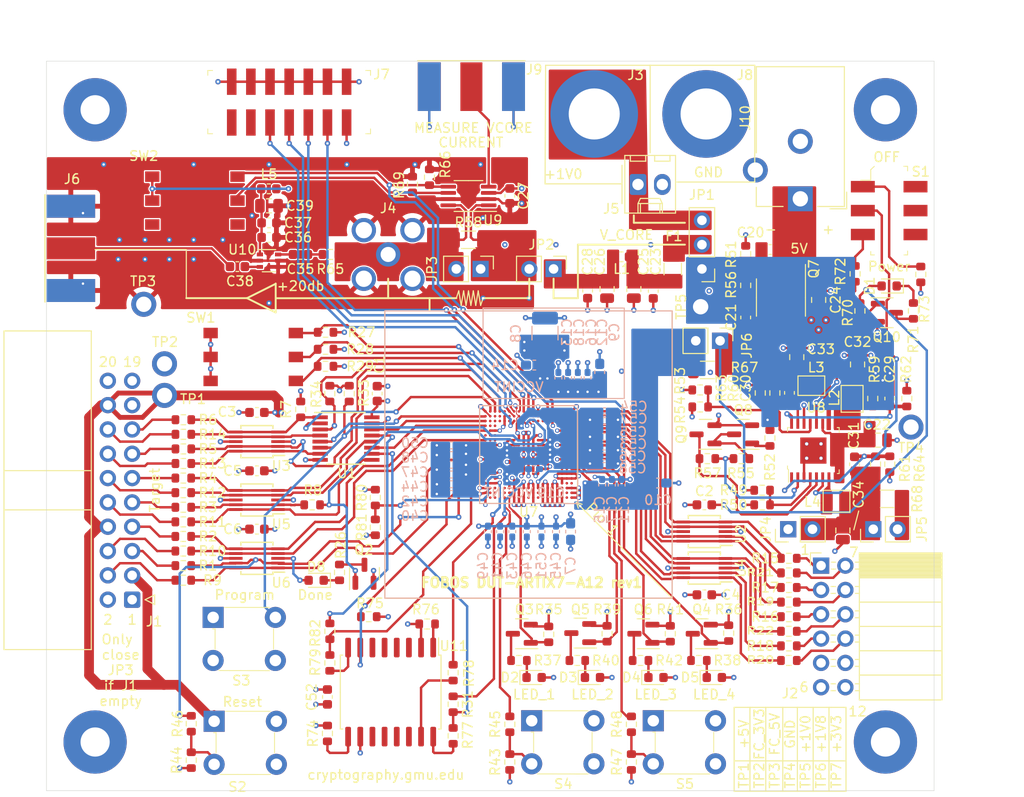
<source format=kicad_pcb>
(kicad_pcb (version 20221018) (generator pcbnew)
  (title_block (title "FOBOS DUT-ARTIX7-A12T") (rev "1") (company "<a href=\"https://cryptography.gmu.edu/fobos\">GMU CERG</a>") (comment 1 "DESIGNER: J. KAPS, E. FERRUFINO"))
  (layers (0 "F.Cu" signal) (1 "In1.Cu" power) (2 "In2.Cu" mixed) (31 "B.Cu" signal) (34 "B.Paste" user) (35 "F.Paste" user) (36 "B.SilkS" user "B.Silkscreen") (37 "F.SilkS" user "F.Silkscreen") (38 "B.Mask" user) (39 "F.Mask" user) (44 "Edge.Cuts" user))
  (net 0 "")
  (net 1 "GND")
  (net 2 "Net-(Q7-G)")
  (net 3 "Net-(C21-Pad2)")
  (net 4 "Net-(C23-Pad1)")
  (net 5 "Net-(JP2-A)")
  (net 6 "+5V")
  (net 7 "pre1V8")
  (net 8 "pre3V3")
  (net 9 "Net-(C35-Pad1)")
  (net 10 "Net-(C35-Pad2)")
  (net 11 "Net-(U10-Vcc)")
  (net 12 "Net-(J6-In)")
  (net 13 "/Connectors, IO/CW_TARG4")
  (net 14 "/Connectors, IO/CW_TARG3")
  (net 15 "/Connectors, IO/CW_TARG2")
  (net 16 "/Connectors, IO/CW_TARG1")
  (net 17 "/Connectors, IO/CW_HS2")
  (net 18 "/Connectors, IO/CW_HS1")
  (net 19 "/Connectors, IO/CW_PDID")
  (net 20 "/Connectors, IO/CW_PDIC")
  (net 21 "/Connectors, IO/CW_SCK")
  (net 22 "/Connectors, IO/CW_MOSI")
  (net 23 "/Connectors, IO/CW_MISO")
  (net 24 "+1V0")
  (net 25 "Net-(D1-K)")
  (net 26 "JA1")
  (net 27 "Net-(D2-K)")
  (net 28 "JA3")
  (net 29 "Net-(D3-K)")
  (net 30 "JA2")
  (net 31 "Net-(D4-K)")
  (net 32 "JA4")
  (net 33 "Net-(D5-K)")
  (net 34 "Net-(D8-K)")
  (net 35 "JA8")
  (net 36 "Net-(JP1-C)")
  (net 37 "JA10")
  (net 38 "Net-(J2-Pin_1)")
  (net 39 "JA7")
  (net 40 "Net-(J2-Pin_2)")
  (net 41 "JA9")
  (net 42 "Net-(J2-Pin_3)")
  (net 43 "Net-(C38-Pad2)")
  (net 44 "PGOOD")
  (net 45 "Net-(J2-Pin_4)")
  (net 46 "Net-(J2-Pin_7)")
  (net 47 "Net-(J2-Pin_8)")
  (net 48 "ON_OFF")
  (net 49 "Net-(J2-Pin_9)")
  (net 50 "Net-(J2-Pin_10)")
  (net 51 "VCORE_CURRENT_GAIN_1")
  (net 52 "VCORE_CURRENT_GAIN_0")
  (net 53 "VCORE_CURRENT")
  (net 54 "Net-(J5-Pin_1)")
  (net 57 "Net-(R43-Pad2)")
  (net 58 "Net-(R44-Pad2)")
  (net 59 "Net-(R47-Pad2)")
  (net 60 "Net-(R72-Pad1)")
  (net 61 "/Connectors, IO/CW_RST")
  (net 62 "Net-(JP2-B)")
  (net 63 "Net-(Q2-D)")
  (net 64 "Net-(Q3-D)")
  (net 65 "Net-(Q4-D)")
  (net 66 "Net-(Q5-D)")
  (net 80 "Net-(Q6-D)")
  (net 81 "Net-(Q8-B)")
  (net 82 "Net-(Q8-C)")
  (net 83 "Net-(Q10-D)")
  (net 84 "Net-(U11-WP#)")
  (net 85 "Net-(U11-HOLD#)")
  (net 86 "Net-(U11-SCK)")
  (net 87 "Net-(U11-SI)")
  (net 88 "Net-(U11-SO)")
  (net 91 "FC_3V3")
  (net 92 "FC_5V")
  (net 93 "FC_RST")
  (net 94 "FC_IO")
  (net 95 "FD_TF")
  (net 96 "FD2C_CLK")
  (net 97 "FC2D_CLK")
  (net 98 "FC_DIO0")
  (net 99 "FC_DIO1")
  (net 100 "FC_DIO2")
  (net 101 "FC_DIO3")
  (net 102 "SW_DONE")
  (net 103 "SW_DIN")
  (net 104 "SW_INIT_B")
  (net 105 "SW_CLK")
  (net 106 "SW_PROGRAM_B")
  (net 107 "FC2D_HS")
  (net 108 "FD2C_HS")
  (net 109 "FC_PROG")
  (net 110 "FC_DIO1_MUX")
  (net 111 "FC_DIO2_MUX")
  (net 112 "FC_DIO3_MUX")
  (net 113 "FC_DIO0_MUX")
  (net 125 "+3V3")
  (net 126 "+1V8")
  (net 127 "VCCINT")
  (net 131 "USER_LED_1")
  (net 132 "USER_LED_2")
  (net 133 "USER_LED_4")
  (net 134 "USER_LED_3")
  (net 135 "USER_BTN_1")
  (net 136 "USER_BTN_2")
  (net 182 "Net-(R73-Pad2)")
  (net 187 "/FPGA Programming/MODE_1")
  (net 193 "/FPGA Programming/TDI")
  (net 194 "/FPGA Programming/TCK")
  (net 195 "/FPGA Programming/TMS")
  (net 196 "/FPGA 1/FCS")
  (net 197 "/FPGA 1/MOSI")
  (net 198 "/FPGA 1/DIN")
  (net 199 "/FPGA Programming/MODE_2")
  (net 200 "/FPGA Programming/CCLK")
  (net 201 "/FPGA 1/PUDC")
  (net 206 "/Power/EN2")
  (net 207 "/Power/EN3")
  (net 208 "/Power/MODE")
  (net 209 "/Power/FB1")
  (net 210 "/Power/FB2")
  (net 211 "/Power/FB3")
  (net 212 "/Power/SW1")
  (net 213 "/Power/SW2")
  (net 214 "/Power/SW3")
  (net 218 "TDO")
  (net 219 "MODE_0")
  (footprint "Capacitor_SMD:C_0603_1608Metric" (layer "F.Cu") (at 121.61566 107.50288)
    (fp_text reference "C3")
    (fp_text value "100nF")
  )
  (footprint "Capacitor_SMD:C_0603_1608Metric" (layer "F.Cu") (at 121.61566 113.59888)
    (fp_text reference "C5")
    (fp_text value "100nF")
  )
  (footprint "Capacitor_SMD:C_0603_1608Metric" (layer "F.Cu") (at 121.61566 119.69488)
    (fp_text reference "C6")
    (fp_text value "100nF")
  )
  (footprint "Capacitor_SMD:C_0603_1608Metric" (layer "F.Cu") (at 175.22266 90.48488 180)
    (fp_text reference "C20")
    (fp_text value "100nF")
  )
  (footprint "Capacitor_SMD:C_0603_1608Metric" (layer "F.Cu") (at 163.01766 94.81588 -90)
    (fp_text reference "C23")
    (fp_text value "100nF")
  )
  (footprint "Capacitor_SMD:C_0805_2012Metric" (layer "F.Cu") (at 160.98566 94.61488 -90)
    (fp_text reference "C25")
    (fp_text value "10uF")
  )
  (footprint "Capacitor_SMD:C_0805_2012Metric" (layer "F.Cu") (at 158.19166 94.61488 -90)
    (fp_text reference "C26")
    (fp_text value "47uF6.3V")
  )
  (footprint "Capacitor_SMD:C_0603_1608Metric" (layer "F.Cu") (at 172.66966 97.58388 90)
    (fp_text reference "C21")
    (fp_text value "10nF")
  )
  (footprint "Capacitor_SMD:C_0603_1608Metric" (layer "F.Cu") (at 156.15966 94.78988 -90)
    (fp_text reference "C28")
    (fp_text value "100nF")
  )
  (footprint "Capacitor_SMD:C_0805_2012Metric" (layer "F.Cu") (at 180.28966 95.75288 90)
    (fp_text reference "C24")
    (fp_text value "10uF")
  )
  (footprint "Capacitor_SMD:C_0603_1608Metric" (layer "F.Cu") (at 122.87766 89.22288)
    (fp_text reference "C36")
    (fp_text value "4n7")
  )
  (footprint "Capacitor_SMD:C_0603_1608Metric" (layer "F.Cu") (at 122.87766 87.69888)
    (fp_text reference "C37")
    (fp_text value "100nF")
  )
  (footprint "Capacitor_SMD:C_0805_2012Metric" (layer "F.Cu") (at 122.87766 85.92088)
    (fp_text reference "C39")
    (fp_text value "2u2")
  )
  (footprint "Capacitor_SMD:C_0603_1608Metric" (layer "F.Cu") (at 128.98166 137.22088 -90)
    (fp_text reference "C52")
    (fp_text value "100nF")
  )
  (footprint "Fuse:Fuse_1206_3216Metric" (layer "F.Cu") (at 165.04966 92.52488 90)
    (fp_text reference "F1")
    (fp_text value "MF-MSMF050-2")
  )
  (footprint "Connector_IDC:IDC-Header_2x10_P2.54mm_Horizontal" (layer "F.Cu") (at 108.585 127.06088 180)
    (fp_text reference "J1")
    (fp_text value "Target")
  )
  (footprint "Inductor_SMD:L_0603_1608Metric" (layer "F.Cu") (at 122.85216 84.14288 180)
    (fp_text reference "L5")
    (fp_text value "1k/500mA")
  )
  (footprint "Package_SO:SOIC-8_3.9x4.9mm_P1.27mm" (layer "F.Cu") (at 176.35266 95.49988 -90)
    (fp_text reference "Q7")
    (fp_text value "FDS9435A")
  )
  (footprint "Resistor_SMD:R_0603_1608Metric" (layer "F.Cu") (at 113.92366 123.50488)
    (fp_text reference "R1")
    (fp_text value "22R")
  )
  (footprint "Resistor_SMD:R_0603_1608Metric" (layer "F.Cu") (at 113.919 120.45688)
    (fp_text reference "R2")
    (fp_text value "22R")
  )
  (footprint "Resistor_SMD:R_0603_1608Metric" (layer "F.Cu") (at 113.92366 117.40888)
    (fp_text reference "R3")
    (fp_text value "22R")
  )
  (footprint "Resistor_SMD:R_0603_1608Metric" (layer "F.Cu") (at 113.92366 114.36088)
    (fp_text reference "R4")
    (fp_text value "22R")
  )
  (footprint "Resistor_SMD:R_0603_1608Metric" (layer "F.Cu") (at 113.93266 111.31288)
    (fp_text reference "R5")
    (fp_text value "22R")
  )
  (footprint "Resistor_SMD:R_0603_1608Metric" (layer "F.Cu") (at 113.93266 108.26488)
    (fp_text reference "R6")
    (fp_text value "22R")
  )
  (footprint "Resistor_SMD:R_0603_1608Metric" (layer "F.Cu") (at 177.17866 122.74288 180)
    (fp_text reference "R15")
    (fp_text value "200R")
  )
  (footprint "Resistor_SMD:R_0603_1608Metric" (layer "F.Cu") (at 177.17866 128.83888 180)
    (fp_text reference "R16")
    (fp_text value "200R")
  )
  (footprint "Resistor_SMD:R_0603_1608Metric" (layer "F.Cu") (at 177.17866 125.79088 180)
    (fp_text reference "R17")
    (fp_text value "200R")
  )
  (footprint "Resistor_SMD:R_0603_1608Metric" (layer "F.Cu") (at 177.17866 131.88688 180)
    (fp_text reference "R18")
    (fp_text value "200R")
  )
  (footprint "Resistor_SMD:R_0603_1608Metric" (layer "F.Cu") (at 177.17866 127.31488)
    (fp_text reference "R19")
    (fp_text value "200R")
  )
  (footprint "Resistor_SMD:R_0603_1608Metric" (layer "F.Cu") (at 177.17866 133.41088)
    (fp_text reference "R20")
    (fp_text value "200R")
  )
  (footprint "Resistor_SMD:R_0603_1608Metric" (layer "F.Cu") (at 113.92366 125.02888 180)
    (fp_text reference "R9")
    (fp_text value "22R")
  )
  (footprint "Resistor_SMD:R_0603_1608Metric" (layer "F.Cu") (at 113.92366 121.98088 180)
    (fp_text reference "R10")
    (fp_text value "22R")
  )
  (footprint "Resistor_SMD:R_0603_1608Metric" (layer "F.Cu") (at 113.92366 118.93288 180)
    (fp_text reference "R11")
    (fp_text value "22R")
  )
  (footprint "Resistor_SMD:R_0603_1608Metric" (layer "F.Cu") (at 113.92366 115.88488 180)
    (fp_text reference "R12")
    (fp_text value "22R")
  )
  (footprint "Resistor_SMD:R_0603_1608Metric" (layer "F.Cu") (at 113.93266 112.83688 180)
    (fp_text reference "R13")
    (fp_text value "22R")
  )
  (footprint "Resistor_SMD:R_0603_1608Metric" (layer "F.Cu") (at 113.93266 109.78888 180)
    (fp_text reference "R14")
    (fp_text value "22R")
  )
  (footprint "Resistor_SMD:R_0603_1608Metric" (layer "F.Cu") (at 177.17866 124.26688)
    (fp_text reference "R21")
    (fp_text value "200R")
  )
  (footprint "Resistor_SMD:R_0603_1608Metric" (layer "F.Cu") (at 177.17866 130.36288)
    (fp_text reference "R22")
    (fp_text value "200R")
  )
  (footprint "Resistor_SMD:R_0603_1608Metric" (layer "F.Cu") (at 172.66966 90.92988 -90)
    (fp_text reference "R51")
    (fp_text value "1M")
  )
  (footprint "Resistor_SMD:R_0603_1608Metric" (layer "F.Cu") (at 172.66966 94.23188 90)
    (fp_text reference "R56")
    (fp_text value "100R")
  )
  (footprint "Resistor_SMD:R_0603_1608Metric" (layer "F.Cu") (at 128.98166 141.03088 90)
    (fp_text reference "R74")
    (fp_text value "4.7KR")
  )
  (footprint "Resistor_SMD:R_0603_1608Metric" (layer "F.Cu") (at 142.113 134.68088 -90)
    (fp_text reference "R78")
    (fp_text value "33R")
  )
  (footprint "Resistor_SMD:R_0603_1608Metric" (layer "F.Cu") (at 129.23566 133.66488 -90)
    (fp_text reference "R79")
    (fp_text value "33R")
  )
  (footprint "Resistor_SMD:R_0603_1608Metric" (layer "F.Cu") (at 129.23566 130.36288 -90)
    (fp_text reference "R82")
    (fp_text value "0R")
  )
  (footprint "Resistor_SMD:R_0603_1608Metric" (layer "F.Cu") (at 128.78266 99.12888 180)
    (fp_text reference "R27")
    (fp_text value "4.7KR")
  )
  (footprint "Resistor_SMD:R_0603_1608Metric" (layer "F.Cu") (at 128.78266 100.90688 180)
    (fp_text reference "R28")
    (fp_text value "4.7KR")
  )
  (footprint "Resistor_SMD:R_0603_1608Metric" (layer "F.Cu") (at 128.78266 102.68488 180)
    (fp_text reference "R29")
    (fp_text value "4.7KR")
  )
  (footprint "Package_SO:MSOP-10_3x3mm_P0.5mm" (layer "F.Cu") (at 121.61566 110.55088 180)
    (fp_text reference "U3")
    (fp_text value "SP3003-04ATG")
  )
  (footprint "Package_SO:MSOP-10_3x3mm_P0.5mm" (layer "F.Cu") (at 121.61566 116.64688 180)
    (fp_text reference "U5")
    (fp_text value "SP3003-04ATG")
  )
  (footprint "cerg:SMA-JOHNSON-142-0701-801" (layer "F.Cu") (at 102.17666 90.36588 90)
    (fp_text reference "J6")
    (fp_text value "Measure")
  )
  (footprint "Capacitor_SMD:C_0805_2012Metric" (layer "F.Cu") (at 186.48366 110.40088)
    (fp_text reference "C22")
    (fp_text value "22uF")
  )
  (footprint "Capacitor_SMD:C_0603_1608Metric" (layer "F.Cu") (at 187.71966 106.05088 -90)
    (fp_text reference "C29")
    (fp_text value "20pF")
  )
  (footprint "Capacitor_SMD:C_0603_1608Metric" (layer "F.Cu") (at 184.03878 112.91354 90)
    (fp_text reference "C31")
    (fp_text value "20pF")
  )
  (footprint "Capacitor_SMD:C_0805_2012Metric" (layer "F.Cu") (at 184.35366 102.48888 90)
    (fp_text reference "C32")
    (fp_text value "22uF")
  )
  (footprint "Capacitor_SMD:C_0805_2012Metric" (layer "F.Cu") (at 182.82166 119.82988 -90)
    (fp_text reference "C34")
    (fp_text value "10uF")
  )
  (footprint "LED_SMD:LED_0603_1608Metric" (layer "F.Cu") (at 187.65566 94.29488 180)
    (fp_text reference "D1")
    (fp_text value "LG_L29K-G2J1-24-Z")
  )
  (footprint "Resistor_SMD:R_0603_1608Metric" (layer "F.Cu") (at 174.38466 115.63088 180)
    (fp_text reference "R49")
    (fp_text value "3.48KR")
  )
  (footprint "Resistor_SMD:R_0603_1608Metric" (layer "F.Cu") (at 174.38466 117.15488)
    (fp_text reference "R50")
    (fp_text value "10KR")
  )
  (footprint "Resistor_SMD:R_0603_1608Metric" (layer "F.Cu") (at 175.20166 110.17788 -90)
    (fp_text reference "R52")
    (fp_text value "1KR")
  )
  (footprint "Resistor_SMD:R_0603_1608Metric" (layer "F.Cu") (at 167.91566 105.15288 180)
    (fp_text reference "R53")
    (fp_text value "0R")
  )
  (footprint "Resistor_SMD:R_0603_1608Metric" (layer "F.Cu") (at 167.91566 106.93088)
    (fp_text reference "R54")
    (fp_text value "100KR")
  )
  (footprint "Resistor_SMD:R_0603_1608Metric" (layer "F.Cu") (at 172.22466 112.32888 180)
    (fp_text reference "R55")
    (fp_text value "100KR")
  )
  (footprint "Resistor_SMD:R_0603_1608Metric" (layer "F.Cu") (at 168.66866 112.32888)
    (fp_text reference "R57")
    (fp_text value "100KR")
  )
  (footprint "Resistor_SMD:R_0603_1608Metric" (layer "F.Cu") (at 184.09966 93.02488 -90)
    (fp_text reference "R72")
    (fp_text value "4.7KR")
  )
  (footprint "Resistor_SMD:R_0603_1608Metric" (layer "F.Cu") (at 190.95766 93.08788 90)
    (fp_text reference "R73")
    (fp_text value "10KR")
  )
  (footprint "Resistor_SMD:R_0603_1608Metric" (layer "F.Cu") (at 185.94166 106.05088 90)
    (fp_text reference "R59")
    (fp_text value "30K")
  )
  (footprint "Resistor_SMD:R_0603_1608Metric" (layer "F.Cu") (at 186.23366 112.90888 -90)
    (fp_text reference "R61")
    (fp_text value "180K")
  )
  (footprint "Resistor_SMD:R_0603_1608Metric" (layer "F.Cu") (at 189.49766 106.05554 90)
    (fp_text reference "R62")
    (fp_text value "120KR")
  )
  (footprint "Resistor_SMD:R_0603_1608Metric" (layer "F.Cu") (at 187.71966 112.90888 -90)
    (fp_text reference "R64")
    (fp_text value "57.6KR")
  )
  (footprint "Resistor_SMD:R_0603_1608Metric" (layer "F.Cu") (at 184.59966 96.89788 -90)
    (fp_text reference "R70")
    (fp_text value "100KR")
  )
  (footprint "Resistor_SMD:R_0603_1608Metric" (layer "F.Cu") (at 190.18766 96.89788 -90)
    (fp_text reference "R71")
    (fp_text value "800R")
  )
  (footprint "cerg:PinHeader_2x7_P2mm_SMD" (layer "F.Cu") (at 124.98366 75.08888 180)
    (fp_text reference "J7")
    (fp_text value "0878321420")
  )
  (footprint "Package_SO:SOIC-16W_7.5x10.3mm_P1.27mm" (layer "F.Cu") (at 135.58566 136.71288 -90)
    (fp_text reference "U11")
    (fp_text value "IS25LP256D-JMLE")
  )
  (footprint "cerg:5281" (layer "F.Cu") (at 111.96366 105.72488)
    (fp_text reference "TP1")
    (fp_text value "5281")
  )
  (footprint "cerg:5281" (layer "F.Cu") (at 111.96366 102.42288)
    (fp_text reference "TP2")
    (fp_text value "5281")
  )
  (footprint "cerg:5281" (layer "F.Cu") (at 109.79666 96.20788)
    (fp_text reference "TP3")
    (fp_text value "5281")
  )
  (footprint "cerg:5281" (layer "F.Cu") (at 167.96266 96.46188)
    (fp_text reference "TP5")
    (fp_text value "5281")
  )
  (footprint "cerg:5281" (layer "F.Cu") (at 189.93366 109.03488)
    (fp_text reference "TP4")
    (fp_text value "5281")
  )
  (footprint "Capacitor_SMD:C_0603_1608Metric" (layer "F.Cu") (at 134.18066 105.53388 90)
    (fp_text reference "C1")
    (fp_text value "100nF")
  )
  (footprint "Resistor_SMD:R_0603_1608Metric" (layer "F.Cu") (at 126.18766 107.18588 -90)
    (fp_text reference "R7")
    (fp_text value "10KR")
  )
  (footprint "Resistor_SMD:R_0603_1608Metric" (layer "F.Cu") (at 133.29966 128.83888)
    (fp_text reference "R75")
    (fp_text value "4.7KR")
  )
  (footprint "Resistor_SMD:R_0603_1608Metric" (layer "F.Cu") (at 139.39566 129.60088 180)
    (fp_text reference "R76")
    (fp_text value "4.7KR")
  )
  (footprint "Resistor_SMD:R_0603_1608Metric" (layer "F.Cu") (at 131.25966 105.53388 90)
    (fp_text reference "R33")
    (fp_text value "4.7KR")
  )
  (footprint "Resistor_SMD:R_0603_1608Metric" (layer "F.Cu") (at 142.113 141.28488 -90)
    (fp_text reference "R77")
    (fp_text value "33R")
  )
  (footprint "fobos-shield:PinSocket_2x06_P2.54mm_Horizontal_FLipped" (layer "F.Cu") (at 180.54366 123.50488)
    (fp_text reference "J2")
    (fp_text value "Pmod 2x6")
  )
  (footprint "cerg:575-8" (layer "F.Cu") (at 168.53366 76.327)
    (fp_text reference "J8")
    (fp_text value "575-8")
  )
  (footprint "cerg:L_SRN2012" (layer "F.Cu") (at 183.78478 106.86834 90)
    (fp_text reference "L2")
    (fp_text value "1.5uH")
  )
  (footprint "cerg:L_SRN2012" (layer "F.Cu") (at 181.36966 116.78188)
    (fp_text reference "L4")
    (fp_text value "2.2uH")
  )
  (footprint "cerg:MH_4-40" (layer "F.Cu") (at 104.71666 141.92788)
    (fp_text reference "H1" hide)
    (fp_text value "MountingHole")
  )
  (footprint "cerg:MH_4-40" (layer "F.Cu") (at 104.71666 75.88788)
    (fp_text reference "H2" hide)
    (fp_text value "MountingHole")
  )
  (footprint "cerg:MH_4-40" (layer "F.Cu") (at 187.26666 141.92788)
    (fp_text reference "H3" hide)
    (fp_text value "MountingHole")
  )
  (footprint "cerg:MH_4-40" (layer "F.Cu") (at 187.26666 75.88788)
    (fp_text reference "H4" hide)
    (fp_text value "MountingHole")
  )
  (footprint "Package_SO:MSOP-10_3x3mm_P0.5mm" (layer "F.Cu") (at 121.61566 122.74288 180)
    (fp_text reference "U6")
    (fp_text value "SP3003-04ATG")
  )
  (footprint "Resistor_SMD:R_0603_1608Metric" (layer "F.Cu") (at 142.113 137.98288 90)
    (fp_text reference "R31")
    (fp_text value "0R")
  )
  (footprint "Resistor_SMD:R_0603_1608Metric" (layer "F.Cu") (at 127.381 117.15488)
    (fp_text reference "R8")
    (fp_text value "0R")
  )
  (footprint "cerg:SSOP-16_4.0x5.0mm_P0.635mm" (layer "F.Cu") (at 130.91966 110.23338)
    (fp_text reference "U1")
    (fp_text value "TS3A5018DBQR")
  )
  (footprint "cerg:SMA-JOHNSON-142-0701-801" (layer "F.Cu") (at 144.018 73.47488)
    (fp_text reference "J9")
    (fp_text value "Measure")
  )
  (footprint "cerg:TSSOP-16-1EP_W4.40mm" (layer "F.Cu") (at 179.73766 111.48688)
    (fp_text reference "U8")
    (fp_text value "LTC3569EFE#PBF")
  )
  (footprint "Package_TO_SOT_SMD:SOT-23" (layer "F.Cu") (at 187.41766 97.08888)
    (fp_text reference "Q10")
    (fp_text value "BSS138")
  )
  (footprint "cerg:Switch_Slide_JS202011SCQN" (layer "F.Cu") (at 187.65566 86.42088 -90)
    (fp_text reference "S1")
    (fp_text value "JS202011SCQN")
  )
  (footprint "cerg:Switch_Tactile_THT_6x6mm" (layer "F.Cu") (at 163.01766 139.70588)
    (fp_text reference "S5")
    (fp_text value "1825910-6")
  )
  (footprint "Inductor_SMD:L_0603_1608Metric" (layer "F.Cu") (at 159.69016 91.24688)
    (fp_text reference "L1")
    (fp_text value "1k/500mA")
  )
  (footprint "Resistor_SMD:R_0603_1608Metric" (layer "F.Cu") (at 129.22766 105.53388 90)
    (fp_text reference "R34")
    (fp_text value "4.7KR")
  )
  (footprint "Resistor_SMD:R_0603_1608Metric" (layer "F.Cu") (at 114.75766 143.82488 90)
    (fp_text reference "R44")
    (fp_text value "10KR")
  )
  (footprint "Resistor_SMD:R_0603_1608Metric" (layer "F.Cu") (at 114.75766 140.01488 90)
    (fp_text reference "R46")
    (fp_text value "10KR")
  )
  (footprint "Resistor_SMD:R_1206_3216Metric" (layer "F.Cu") (at 168.66316 103.06588 180)
    (fp_text reference "R67")
    (fp_text value "0R1")
  )
  (footprint "Resistor_SMD:R_0603_1608Metric" (layer "F.Cu") (at 133.985 116.39288 90)
    (fp_text reference "R80")
    (fp_text value "1KR")
  )
  (footprint "Resistor_SMD:R_0603_1608Metric" (layer "F.Cu") (at 133.985 119.50388 90)
    (fp_text reference "R81")
    (fp_text value "1KR")
  )
  (footprint "cerg:Switch_Tactile_THT_6x6mm" (layer "F.Cu") (at 117.14766 139.76088)
    (fp_text reference "S2")
    (fp_text value "1825910-6")
  )
  (footprint "cerg:Switch_Tactile_THT_6x6mm" (layer "F.Cu") (at 117.04366 128.91088)
    (fp_text reference "S3")
    (fp_text value "1825910-6")
  )
  (footprint "Connector_Molex:Molex_KK-254_AE-6410-02A_1x02_P2.54mm_Vertical" (layer "F.Cu") (at 161.42166 83.69088)
    (fp_text reference "J5")
    (fp_text value "Conn_01x02")
  )
  (footprint "Resistor_SMD:R_1206_3216Metric" (layer "F.Cu") (at 143.71366 89.46888)
    (fp_text reference "R58")
    (fp_text value "0R1")
  )
  (footprint "Package_SO:MSOP-8_3x3mm_P0.65mm" (layer "F.Cu") (at 143.71366 84.89688 180)
    (fp_text reference "U9")
    (fp_text value "INA225")
  )
  (footprint "Capacitor_SMD:C_0603_1608Metric" (layer "F.Cu") (at 148.03166 84.88388 -90)
    (fp_text reference "C27")
    (fp_text value "100nF")
  )
  (footprint "Connector_PinHeader_2.54mm:PinHeader_1x02_P2.54mm_Vertical" (layer "F.Cu") (at 152.60366 92.51688 -90)
    (fp_text reference "JP2")
    (fp_text value "CurProbe")
  )
  (footprint "cerg:575-8" (layer "F.Cu") (at 156.84966 76.32488)
    (fp_text reference "J3")
    (fp_text value "575-8")
  )
  (footprint "Resistor_SMD:R_0603_1608Metric" (layer "F.Cu") (at 139.64166 82.93688 -90)
    (fp_text reference "R66")
    (fp_text value "10KR")
  )
  (footprint "Resistor_SMD:R_0603_1608Metric" (layer "F.Cu") (at 137.86366 83.69788 -90)
    (fp_text reference "R69")
    (fp_text value "10KR")
  )
  (footprint "Connector_PinHeader_2.54mm:PinHeader_1x03_P2.54mm_Vertical" (layer "F.Cu") (at 168.09766 92.51688 180)
    (fp_text reference "JP1")
    (fp_text value "Source")
  )
  (footprint "cerg:DS04-254-2-03BK-SMT" (layer "F.Cu") (at 119.58566 87.87288 180)
    (fp_text reference "SW2")
    (fp_text value "SW_DIP_x03")
  )
  (footprint "Connector_PinHeader_2.54mm:PinHeader_1x02_P2.54mm_Vertical" (layer "F.Cu") (at 144.98366 92.51688 -90)
    (fp_text reference "JP3")
    (fp_text value "Shunt1V")
  )
  (footprint "Capacitor_SMD:C_0603_1608Metric" (layer "F.Cu") (at 126.16666 91.00088)
    (fp_text reference "C35")
    (fp_text value "100nF")
  )
  (footprint "Capacitor_SMD:C_0603_1608Metric" (layer "F.Cu") (at 119.57566 92.27088)
    (fp_text reference "C38")
    (fp_text value "100nF")
  )
  (footprint "Resistor_SMD:R_0603_1608Metric" (layer "F.Cu") (at 129.29166 91.00088)
    (fp_text reference "R65")
    (fp_text value "49R9")
  )
  (footprint "Package_TO_SOT_SMD:SOT-363_SC-70-6" (layer "F.Cu") (at 122.87766 91.65088)
    (fp_text reference "U10")
    (fp_text value "BGA2801")
  )
  (footprint "Package_TO_SOT_SMD:SOT-23" (layer "F.Cu") (at 161.98566 130.61688 180)
    (fp_text reference "Q6")
    (fp_text value "BSS138")
  )
  (footprint "Resistor_SMD:R_0603_1608Metric" (layer "F.Cu") (at 170.89166 130.55388 -90)
    (fp_text reference "R36")
    (fp_text value "10KR")
  )
  (footprint "Resistor_SMD:R_0603_1608Metric" (layer "F.Cu") (at 148.98466 133.41088 180)
    (fp_text reference "R37")
    (fp_text value "470R")
  )
  (footprint "Resistor_SMD:R_0603_1608Metric" (layer "F.Cu") (at 155.08066 133.41088 180)
    (fp_text reference "R40")
    (fp_text value "470R")
  )
  (footprint "Resistor_SMD:R_0603_1608Metric" (layer "F.Cu") (at 161.68466 133.41088 180)
    (fp_text reference "R42")
    (fp_text value "470R")
  )
  (footprint "Resistor_SMD:R_0603_1608Metric" (layer "F.Cu") (at 152.09566 130.67988 -90)
    (fp_text reference "R35")
    (fp_text value "10KR")
  )
  (footprint "Resistor_SMD:R_0603_1608Metric" (layer "F.Cu") (at 158.19166 130.61688 -90)
    (fp_text reference "R39")
    (fp_text value "10KR")
  )
  (footprint "Resistor_SMD:R_0603_1608Metric" (layer "F.Cu") (at 164.79566 130.61688 -90)
    (fp_text reference "R41")
    (fp_text value "10KR")
  )
  (footprint "Resistor_SMD:R_0603_1608Metric" (layer "F.Cu") (at 148.03166 144.01588 90)
    (fp_text reference "R43")
    (fp_text value "10KR")
  )
  (footprint "Resistor_SMD:R_0603_1608Metric" (layer "F.Cu") (at 148.03166 140.07788 90)
    (fp_text reference "R45")
    (fp_text value "10KR")
  )
  (footprint "Resistor_SMD:R_0603_1608Metric" (layer "F.Cu") (at 160.73166 144.01588 90)
    (fp_text reference "R47")
    (fp_text value "10KR")
  )
  (footprint "Resistor_SMD:R_0603_1608Metric" (layer "F.Cu") (at 160.73166 140.07788 90)
    (fp_text reference "R48")
    (fp_text value "10KR")
  )
  (footprint "Resistor_SMD:R_0603_1608Metric" (layer "F.Cu") (at 167.78066 133.41088 180)
    (fp_text reference "R38")
    (fp_text value "470R")
  )
  (footprint "Package_TO_SOT_SMD:SOT-23" (layer "F.Cu") (at 149.28566 130.61688 180)
    (fp_text reference "Q3")
    (fp_text value "BSS138")
  )
  (footprint "Package_TO_SOT_SMD:SOT-23" (layer "F.Cu") (at 155.39766 130.55088 180)
    (fp_text reference "Q5")
    (fp_text value "BSS138")
  )
  (footprint "Package_TO_SOT_SMD:SOT-23" (layer "F.Cu") (at 168.08166 130.61688 180)
    (fp_text reference "Q4")
    (fp_text value "BSS138")
  )
  (footprint "LED_SMD:LED_0603_1608Metric" (layer "F.Cu") (at 150.57166 135.18888)
    (fp_text reference "D2")
    (fp_text value "LG_L29K-G2J1-24-Z")
  )
  (footprint "LED_SMD:LED_0603_1608Metric" (layer "F.Cu") (at 156.66766 135.18888)
    (fp_text reference "D3")
    (fp_text value "LG_L29K-G2J1-24-Z")
  )
  (footprint "LED_SMD:LED_0603_1608Metric" (layer "F.Cu") (at 163.29716 135.18888)
    (fp_text reference "D4")
    (fp_text value "LG_L29K-G2J1-24-Z")
  )
  (footprint "LED_SMD:LED_0603_1608Metric" (layer "F.Cu") (at 169.39316 135.18888)
    (fp_text reference "D5")
    (fp_text value "LG_L29K-G2J1-24-Z")
  )
  (footprint "cerg:Switch_Tactile_THT_6x6mm" (layer "F.Cu") (at 150.31766 139.70588)
    (fp_text reference "S4")
    (fp_text value "1825910-6")
  )
  (footprint "Package_TO_SOT_SMD:SOT-23" (layer "F.Cu") (at 172.39966 109.78888 180)
    (fp_text reference "Q8")
    (fp_text value "MMBT3904")
  )
  (footprint "Package_TO_SOT_SMD:SOT-23" (layer "F.Cu") (at 168.47066 109.78888 180)
    (fp_text reference "Q9")
    (fp_text value "MMBT3904")
  )
  (footprint "Capacitor_SMD:C_0603_1608Metric" (layer "F.Cu") (at 168.35166 117.15488)
    (fp_text reference "C2")
    (fp_text value "100nF")
  )
  (footprint "Capacitor_SMD:C_0603_1608Metric" (layer "F.Cu") (at 168.35166 126.55288)
    (fp_text reference "C4")
    (fp_text value "100nF")
  )
  (footprint "Package_SO:MSOP-10_3x3mm_P0.5mm" (layer "F.Cu") (at 168.35166 119.94888 180)
    (fp_text reference "U2")
    (fp_text value "SP3003-04ATG")
  )
  (footprint "Package_SO:MSOP-10_3x3mm_P0.5mm" (layer "F.Cu") (at 168.35166 123.75888 180)
    (fp_text reference "U4")
    (fp_text value "SP3003-04ATG")
  )
  (footprint "Capacitor_SMD:C_0603_1608Metric" (layer "F.Cu") (at 177.24166 105.45788 -90)
    (fp_text reference "C30")
    (fp_text value "20pF")
  )
  (footprint "Capacitor_SMD:C_0805_2012Metric" (layer "F.Cu") (at 178.00366 101.72688 90)
    (fp_text reference "C33")
    (fp_text value "10uF")
  )
  (footprint "Resistor_SMD:R_0603_1608Metric" (layer "F.Cu") (at 175.71766 105.47088 90)
    (fp_text reference "R60")
    (fp_text value "150K")
  )
  (footprint "Resistor_SMD:R_0603_1608Metric" (layer "F.Cu") (at 174.19366 105.47088 90)
    (fp_text reference "R63")
    (fp_text value "120KR")
  )
  (footprint "cerg:L_BRC2012" (layer "F.Cu") (at 180.28966 104.70888 180)
    (fp_text reference "L3")
    (fp_text value "3.3uH")
  )
  (footprint "Resistor_SMD:R_1206_3216Metric" (layer "F.Cu") (at 187.45916 116.52788)
    (fp_text reference "R68")
    (fp_text value "0R1")
  )
  (footprint "cerg:DS04-254-2-03BK-SMT" (layer "F.Cu") (at 116.78166 99.20888)
    (fp_text reference "SW1")
    (fp_text value "SW_DIP_x03")
  )
  (footprint "cerg:SMA-JOHNSON-142-0701-201" (layer "F.Cu") (at 135.32366 91.00088 90)
    (fp_text reference "J4")
    (fp_text value "Glitch")
  )
  (footprint "cerg:BarrelJack_CUI_PJ-102AH_Horizontal" (layer "F.Cu") (at 178.37666 85.18988 180)
    (fp_text reference "J10")
    (fp_text value "Barrel_Jack_Switch")
  )
  (footprint "Package_BGA:Xilinx_CPG238" (layer "F.Cu") (at 149.98666 111.89788 180)
    (fp_text reference "U7")
    (fp_text value "XC7A12T-CPG238")
  )
  (footprint "Resistor_SMD:R_0603_1608Metric" (layer "F.Cu") (at 130.24366 124.21188 90)
    (fp_text reference "R26")
    (fp_text value "470R")
  )
  (footprint "LED_SMD:LED_0603_1608Metric" (layer "F.Cu") (at 127.80516 125.03688 180)
    (fp_text reference "D8")
    (fp_text value "LG_L29K-G2J1-24-Z")
  )
  (footprint "Connector_PinHeader_2.54mm:PinHeader_1x02_P2.54mm_Vertical" (layer "F.Cu") (at 185.99666 119.70288 90)
    (fp_text reference "JP5")
    (fp_text value "Shunt3V3")
  )
  (footprint "Connector_PinHeader_2.54mm:PinHeader_1x02_P2.54mm_Vertical" (layer "F.Cu") (at 169.99466 100.01788 -90)
    (fp_text reference "JP6")
    (fp_text value "Shunt1V8")
  )
  (footprint "Connector_PinHeader_2.54mm:PinHeader_1x02_P2.54mm_Vertical" (layer "F.Cu") (at 177.10666 119.70288 90)
    (fp_text reference "JP4")
    (fp_text value "FC3V3_3V3_SHUNT")
  )
  (footprint "Package_TO_SOT_SMD:SOT-23" (layer "F.Cu") (at 132.84966 124.35338 90)
    (fp_text reference "Q2")
    (fp_text value "BSS138")
  )
  (footprint "Capacitor_SMD:C_0402_1005Metric_Pad0.74x0.62mm_HandSolder" (layer "B.Cu") (at 141.93566 116.01988 180)
    (fp_text reference "C40")
    (fp_text value "4.7uF")
  )
  (footprint "Capacitor_SMD:C_0402_1005Metric_Pad0.74x0.62mm_HandSolder" (layer "B.Cu") (at 147.01566 119.94888 -90)
    (fp_text reference "C41")
    (fp_text value "4.7uF")
  )
  (footprint "Capacitor_SMD:C_0402_1005Metric_Pad0.74x0.62mm_HandSolder" (layer "B.Cu") (at 141.92766 115.00388 180)
    (fp_text reference "C42")
    (fp_text value "4.7uF")
  )
  (footprint "Capacitor_SMD:C_0402_1005Metric_Pad0.74x0.62mm_HandSolder" (layer "B.Cu") (at 148.28566 119.94888 -90)
    (fp_text reference "C43")
    (fp_text value "4.7uF")
  )
  (footprint "Capacitor_SMD:C_0402_1005Metric_Pad0.74x0.62mm_HandSolder" (layer "B.Cu") (at 141.92766 113.98788 180)
    (fp_text reference "C44")
    (fp_text value ".47uF")
  )
  (footprint "Capacitor_SMD:C_0402_1005Metric_Pad0.74x0.62mm_HandSolder" (layer "B.Cu") (at 152.85766 119.94888 -90)
    (fp_text reference "C45")
    (fp_text value ".47uF")
  )
  (footprint "Capacitor_SMD:C_0402_1005Metric_Pad0.74x0.62mm_HandSolder" (layer "B.Cu") (at 149.80966 119.94888 -90)
    (fp_text reference "C46")
    (fp_text value ".47uF")
  )
  (footprint "Capacitor_SMD:C_0402_1005Metric_Pad0.74x0.62mm_HandSolder" (layer "B.Cu") (at 141.92766 112.97188 180)
    (fp_text reference "C47")
    (fp_text value ".47uF")
  )
  (footprint "Capacitor_SMD:C_0402_1005Metric_Pad0.74x0.62mm_HandSolder" (layer "B.Cu") (at 141.93566 111.95588 180)
    (fp_text reference "C48")
    (fp_text value ".47uF")
  )
  (footprint "Capacitor_SMD:C_0402_1005Metric_Pad0.74x0.62mm_HandSolder" (layer "B.Cu") (at 145.74566 119.94888 -90)
    (fp_text reference "C49")
    (fp_text value ".47uF")
  )
  (footprint "Capacitor_SMD:C_0402_1005Metric_Pad0.74x0.62mm_HandSolder" (layer "B.Cu") (at 141.93566 110.93988 180)
    (fp_text reference "C50")
    (fp_text value ".47uF")
  )
  (footprint "Capacitor_SMD:C_0402_1005Metric_Pad0.74x0.62mm_HandSolder" (layer "B.Cu") (at 151.33366 119.94888 -90)
    (fp_text reference "C51")
    (fp_text value ".47uF")
  )
  (footprint "Capacitor_SMD:C_0603_1608Metric_Pad1.08x0.95mm_HandSolder" (layer "B.Cu") (at 154.38166 119.94888 -90)
    (fp_text reference "C7")
    (fp_text value "47uF")
  )
  (footprint "Capacitor_SMD:C_1210_3225Metric_Pad1.33x2.70mm_HandSolder" (layer "B.Cu") (at 151.70666 99.21738 90)
    (fp_text reference "C8")
    (fp_text value "100uF")
  )
  (footprint "Capacitor_SMD:C_0603_1608Metric_Pad1.08x0.95mm_HandSolder" (layer "B.Cu") (at 163.51766 114.87688)
    (fp_text reference "C10")
    (fp_text value "47uF")
  )
  (footprint "Capacitor_SMD:C_0402_1005Metric_Pad0.74x0.62mm_HandSolder" (layer "B.Cu") (at 159.70766 115.07138 90)
    (fp_text reference "C11")
    (fp_text value "4.7uF")
  )
  (footprint "Capacitor_SMD:C_0402_1005Metric_Pad0.74x0.62mm_HandSolder" (layer "B.Cu") (at 156.15166 103.89538 90)
    (fp_text reference "C12")
    (fp_text value "4.7uF")
  )
  (footprint "Capacitor_SMD:C_0402_1005Metric_Pad0.74x0.62mm_HandSolder" (layer "B.Cu") (at 150.55966 113.41638)
    (fp_text reference "C19")
    (fp_text value ".47uF")
  )
  (footprint "Capacitor_SMD:C_0402_1005Metric_Pad0.74x0.62mm_HandSolder" (layer "B.Cu") (at 157.67566 115.07138 90)
    (fp_text reference "C15")
    (fp_text value ".47uF")
  )
  (footprint "Capacitor_SMD:C_0402_1005Metric_Pad0.74x0.62mm_HandSolder" (layer "B.Cu") (at 155.13566 103.89538 90)
    (fp_text reference "C16")
    (fp_text value ".47uF")
  )
  (footprint "Capacitor_SMD:C_0402_1005Metric_Pad0.74x0.62mm_HandSolder" (layer "B.Cu") (at 158.69166 115.07138 90)
    (fp_text reference "C17")
    (fp_text value ".47uF")
  )
  (footprint "Capacitor_SMD:C_0402_1005Metric_Pad0.74x0.62mm_HandSolder" (layer "B.Cu") (at 154.11966 103.89538 90)
    (fp_text reference "C18")
    (fp_text value ".47uF")
  )
  (footprint "Capacitor_SMD:C_0603_1608Metric_Pad1.08x0.95mm_HandSolder" (layer "B.Cu") (at 150.59016 102.55788 180)
    (fp_text reference "C14")
    (fp_text value "47uF")
  )
  (footprint "Capacitor_SMD:C_0402_1005Metric_Pad0.74x0.62mm_HandSolder" (layer "B.Cu") (at 157.87016 111.06688)
    (fp_text reference "C53")
    (fp_text value "4.7uF")
  )
  (footprint "Capacitor_SMD:C_0402_1005Metric_Pad0.74x0.62mm_HandSolder" (layer "B.Cu") (at 157.92966 107.38388)
    (fp_text reference "C54")
    (fp_text value "4.7uF")
  )
  (footprint "Capacitor_SMD:C_0402_1005Metric_Pad0.74x0.62mm_HandSolder" (layer "B.Cu") (at 157.87016 110.05088)
    (fp_text reference "C55")
    (fp_text value ".47uF")
  )
  (footprint "Capacitor_SMD:C_0402_1005Metric_Pad0.74x0.62mm_HandSolder" (layer "B.Cu") (at 157.87016 112.08288)
    (fp_text reference "C56")
    (fp_text value ".47uF")
  )
  (footprint "Capacitor_SMD:C_0402_1005Metric_Pad0.74x0.62mm_HandSolder" (layer "B.Cu") (at 157.92966 108.39988)
    (fp_text reference "C57")
    (fp_text value ".47uF")
  )
  (footprint "Capacitor_SMD:C_0402_1005Metric_Pad0.74x0.62mm_HandSolder" (layer "B.Cu") (at 157.87016 113.09888)
    (fp_text reference "C58")
    (fp_text value ".47uF")
  )
  (footprint "Capacitor_SMD:C_0603_1608Metric_Pad1.08x0.95mm_HandSolder" (layer "B.Cu") (at 157.42166 103.29338 90)
    (fp_text reference "C9")
    (fp_text value "47uF")
  )
  (footprint "Capacitor_SMD:C_0402_1005Metric_Pad0.74x0.62mm_HandSolder" (layer "B.Cu") (at 153.10366 103.89538 90)
    (fp_text reference "C13")
    (fp_text value ".47uF")
  )
  (gr_line (start 164.98366 126.90088) (end 164.98366 96.90088) (stroke (width 0.12)) (layer "B.SilkS"))
  (gr_line (start 144.87366 117.01088) (end 144.87366 106.79088) (stroke (width 0.12)) (layer "B.SilkS"))
  (gr_rect (start 145.23666 96.59788) (end 159.98666 106.04788) (stroke (width 0.12)) (fill none) (layer "B.SilkS"))
  (gr_line (start 164.98366 126.90088) (end 134.98366 126.90088) (stroke (width 0.12)) (layer "B.SilkS"))
  (gr_line (start 155.10366 106.79088) (end 155.13566 117.02088) (stroke (width 0.12)) (layer "B.SilkS"))
  (gr_line (start 134.98366 126.90088) (end 134.98366 96.90088) (stroke (width 0.12)) (layer "B.SilkS"))
  (gr_line (start 155.13566 117.02088) (end 144.87366 117.01088) (stroke (width 0.12)) (layer "B.SilkS"))
  (gr_line (start 134.98366 96.90088) (end 164.98366 96.90088) (stroke (width 0.12)) (layer "B.SilkS"))
  (gr_line (start 144.87366 106.79088) (end 155.10366 106.79088) (stroke (width 0.12)) (layer "B.SilkS"))
  (gr_line (start 171.46366 138.30888) (end 171.46366 147.07188) (stroke (width 0.12)) (layer "F.SilkS"))
  (gr_line (start 164.98366 96.90088) (end 164.98366 126.90088) (stroke (width 0.12)) (layer "F.SilkS"))
  (gr_line (start 120.57766 95.56488) (end 114.24166 95.56488) (stroke (width 0.2)) (layer "F.SilkS"))
  (gr_line (start 120.57766 95.56488) (end 123.57766 94.06488) (stroke (width 0.2)) (layer "F.SilkS"))
  (gr_line (start 142.44366 95.56488) (end 123.63966 95.57288) (stroke (width 0.2)) (layer "F.SilkS"))
  (gr_line (start 123.57766 94.04088) (end 123.57766 97.04088) (stroke (width 0.2)) (layer "F.SilkS"))
  (gr_line (start 151.71466 83.62688) (end 151.76966 71.24488) (stroke (width 0.12)) (layer "F.SilkS"))
  (gr_line (start 123.57766 97.06488) (end 120.57766 95.56488) (stroke (width 0.2)) (layer "F.SilkS"))
  (gr_line (start 166.31966 87.69088) (end 160.98566 87.69088) (stroke (width 0.2)) (layer "F.SilkS"))
  (gr_line (start 160.98566 87.69088) (end 160.98566 86.92888) (stroke (width 0.2)) (layer "F.SilkS"))
  (gr_line (start 142.69766 94.80288) (end 142.95166 96.32688) (stroke (width 0.12)) (layer "F.SilkS"))
  (gr_line (start 145.23766 95.56488) (end 150.06366 95.56488) (stroke (width 0.2)) (layer "F.SilkS"))
  (gr_line (start 173.61366 83.43688) (end 173.61366 71.24488) (stroke (width 0.12)) (layer "F.SilkS"))
  (gr_line (start 142.95166 96.32688) (end 143.20566 94.80288) (stroke (width 0.12)) (layer "F.SilkS"))
  (gr_line (start 144.72966 94.80288) (end 144.98366 96.32688) (stroke (width 0.12)) (layer "F.SilkS"))
  (gr_line (start 139.64966 95.56488) (end 139.64966 96.83488) (stroke (width 0.2)) (layer "F.SilkS"))
  (gr_line (start 159.71566 83.62688) (end 151.71466 83.62688) (stroke (width 0.12)) (layer "F.SilkS"))
  (gr_line (start 166.31966 89.97688) (end 155.14366 89.97688) (stroke (width 0.2)) (layer "F.SilkS"))
  (gr_line (start 184.47266 117.79788) (end 183.96466 119.756628) (stroke (width 0.12)) (layer "F.SilkS"))
  (gr_line (start 171.46366 143.89688) (end 183.02066 143.89688) (stroke (width 0.12)) (layer "F.SilkS"))
  (gr_line (start 144.47566 96.32688) (end 144.72966 94.80288) (stroke (width 0.12)) (layer "F.SilkS"))
  (gr_line (start 154.98366 116.90088) (end 155.18366 117.50088) (stroke (width 0.12)) (layer "F.SilkS"))
  (gr_line (start 171.46366 147.07188) (end 183.14766 147.07188) (stroke (width 0.12)) (layer "F.SilkS"))
  (gr_line (start 144.98366 96.32688) (end 145.23766 95.56488) (stroke (width 0.12)) (layer "F.SilkS"))
  (gr_line (start 164.98366 126.90088) (end 154.98366 116.90088) (stroke (width 0.12)) (layer "F.SilkS"))
  (gr_line (start 176.54366 138.30888) (end 176.54366 147.07188) (stroke (width 0.12)) (layer "F.SilkS"))
  (gr_line (start 174.76566 138.30888) (end 174.76566 147.07188) (stroke (width 0.12)) (layer "F.SilkS"))
  (gr_line (start 134.98366 126.90088) (end 134.98366 96.90088) (stroke (width 0.12)) (layer "F.SilkS"))
  (gr_line (start 114.24166 95.57288) (end 114.24166 90.49288) (stroke (width 0.12)) (layer "F.SilkS"))
  (gr_line (start 142.44366 95.56488) (end 142.69766 94.80288) (stroke (width 0.12)) (layer "F.SilkS"))
  (gr_line (start 165.48566 83.43688) (end 173.61366 83.43688) (stroke (width 0.12)) (layer "F.SilkS"))
  (gr_line (start 183.14766 147.07188) (end 183.14766 138.30888) (stroke (width 0.12)) (layer "F.SilkS"))
  (gr_line (start 181.36966 138.30888) (end 181.36966 147.07188) (stroke (width 0.12)) (layer "F.SilkS"))
  (gr_line (start 173.11466 138.30888) (end 173.11466 147.07188) (stroke (width 0.12)) (layer "F.SilkS"))
  (gr_line (start 143.96766 96.32688) (end 144.22166 94.80288) (stroke (width 0.12)) (layer "F.SilkS"))
  (gr_line (start 183.14766 138.30888) (end 171.46366 138.30888) (stroke (width 0.12)) (layer "F.SilkS"))
  (gr_line (start 154.98366 116.90088) (end 155.58366 117.10088) (stroke (width 0.12)) (layer "F.SilkS"))
  (gr_line (start 114.24166 90.49288) (end 104.71666 90.49288) (stroke (width 0.12)) (layer "F.SilkS"))
  (gr_line (start 162.69166 71.24488) (end 162.69166 80.38888) (stroke (width 0.12)) (layer "F.SilkS"))
  (gr_line (start 144.22166 94.80288) (end 144.47566 96.32688) (stroke (width 0.12)) (layer "F.SilkS"))
  (gr_line (start 178.06766 138.30888) (end 178.06766 147.07188) (stroke (width 0.12)) (layer "F.SilkS"))
  (gr_line (start 143.71366 94.80288) (end 143.96766 96.32688) (stroke (width 0.12)) (layer "F.SilkS"))
  (gr_line (start 162.69166 71.24488) (end 151.76966 71.24488) (stroke (width 0.12)) (layer "F.SilkS"))
  (gr_line (start 164.98366 126.90088) (end 134.98366 126.90088) (stroke (width 0.12)) (layer "F.SilkS"))
  (gr_line (start 143.45966 96.32688) (end 143.71366 94.80288) (stroke (width 0.12)) (layer "F.SilkS"))
  (gr_line (start 179.71866 138.30888) (end 179.71866 147.07188) (stroke (width 0.12)) (layer "F.SilkS"))
  (gr_line (start 134.98366 96.90088) (end 164.98366 96.90088) (stroke (width 0.12)) (layer "F.SilkS"))
  (gr_line (start 155.14366 95.56488) (end 152.60366 95.56488) (stroke (width 0.2)) (layer "F.SilkS"))
  (gr_line (start 137.36366 95.56488) (end 139.64966 95.56488) (stroke (width 0.12)) (layer "F.SilkS"))
  (gr_line (start 152.60366 95.56488) (end 152.60366 93.53288) (stroke (width 0.2)) (layer "F.SilkS"))
  (gr_line (start 173.61366 71.24488) (end 162.69166 71.24488) (stroke (width 0.12)) (layer "F.SilkS"))
  (gr_line (start 135.32366 93.53288) (end 135.32366 95.56488) (stroke (width 0.2)) (layer "F.SilkS"))
  (gr_line (start 143.20566 94.80288) (end 143.45966 96.32688) (stroke (width 0.12)) (layer "F.SilkS"))
  (gr_line (start 150.06366 95.56488) (end 150.06366 93.53288) (stroke (width 0.2)) (layer "F.SilkS"))
  (gr_line (start 155.14366 89.97688) (end 155.14366 95.56488) (stroke (width 0.2)) (layer "F.SilkS"))
  (gr_line (start 99.63666 70.80788) (end 99.63666 147.00788) (stroke (width 0.05)) (layer "Edge.Cuts"))
  (gr_line (start 192.34666 147.00788) (end 192.34666 70.80788) (stroke (width 0.05)) (layer "Edge.Cuts"))
  (gr_line (start 192.34666 70.80788) (end 99.63666 70.80788) (stroke (width 0.05)) (layer "Edge.Cuts"))
  (gr_line (start 99.63666 147.00788) (end 192.34666 147.00788) (stroke (width 0.05)) (layer "Edge.Cuts"))
  (gr_text "VCCINT" (at 148.98666 104.84788) (layer "B.SilkS") (effects (font (size 1 1)) (justify mirror)))
  (gr_text "VCCINT" (at 147.89666 115.89288) (layer "B.SilkS") (effects (font (size 1 1)) (justify mirror)))
  (gr_text "+5V\nFC_3V3\nFC_5V\nGND\n+1V0\n+1V8\n+3V3" (at 177.30566 141.10288 90) (layer "F.SilkS") (effects (font (size 1 1))))
  (gr_text "LED_4" (at 169.36766 136.96688) (layer "F.SilkS") (effects (font (size 1 1) (thickness 0.1524))))
  (gr_text "+20db" (at 126.17966 94.30288) (layer "F.SilkS") (effects (font (size 1 1))))
  (gr_text "+1V0" (at 153.61966 82.61088) (layer "F.SilkS") (effects (font (size 1 1))))
  (gr_text "CURRENT" (at 143.96766 79.30888) (layer "F.SilkS") (effects (font (size 1 1))))
  (gr_text "19" (at 108.58966 102.23288) (layer "F.SilkS") (effects (font (size 1 1))))
  (gr_text "LED_1" (at 150.57166 136.96688) (layer "F.SilkS") (effects (font (size 1 1) (thickness 0.1524))))
  (gr_text "LED_2" (at 156.66766 136.96688) (layer "F.SilkS") (effects (font (size 1 1) (thickness 0.1524))))
  (gr_text "LED_3" (at 163.27166 136.96688) (layer "F.SilkS") (effects (font (size 1 1) (thickness 0.1524))))
  (gr_text "5V" (at 178.24966 90.39788) (layer "F.SilkS") (effects (font (size 1 1))))
  (gr_text "-" (at 175.29166 88.36588) (layer "F.SilkS") (effects (font (size 1 1))))
  (gr_text "+" (at 181.29766 88.36588) (layer "F.SilkS") (effects (font (size 1 1))))
  (gr_text "7" (at 183.96466 122.11588) (layer "F.SilkS") (effects (font (size 1 1))))
  (gr_text "TP1\nTP2\nTP3\nTP4\nTP5\nTP6\nTP7" (at 177.30566 145.42088 90) (layer "F.SilkS") (effects (font (size 1 1))))
  (gr_text "GND" (at 168.78766 82.42088) (layer "F.SilkS") (effects (font (size 1 1))))
  (gr_text "OFF" (at 187.40166 80.83288) (layer "F.SilkS") (effects (font (size 1 1))))
  (gr_text "Pin 1" (at 156.18366 117.10088 -45) (layer "F.SilkS") (effects (font (size 1 1)) (justify left)))
  (gr_text "Only \nclose\nJP3\nif J1\nempty" (at 107.39166 134.42688) (layer "F.SilkS") (effects (font (size 1 1))))
  (gr_text "V_CORE" (at 160.22366 88.96088) (layer "F.SilkS") (effects (font (size 1 1))))
  (gr_text "FOBOS DUT-ARTIX7-A12 rev1" (at 150.31766 125.28288) (layer "F.SilkS") (effects (font (size 1.016 1.016) (thickness 0.254))))
  (gr_text "Power" (at 187.65566 92.26288) (layer "F.SilkS") (effects (font (size 1 1))))
  (gr_text "Reset" (at 120.09166 137.72888) (layer "F.SilkS") (effects (font (size 1 1))))
  (gr_text "2" (at 106.04966 129.15688) (layer "F.SilkS") (effects (font (size 1 1))))
  (gr_text "Done" (at 127.70366 126.56088) (layer "F.SilkS") (effects (font (size 1 1))))
  (gr_text "Program" (at 120.34566 126.55288) (layer "F.SilkS") (effects (font (size 1 1))))
  (gr_text "MEASURE VCORE" (at 144.22166 77.78488) (layer "F.SilkS") (effects (font (size 1 1))))
  (gr_text "1" (at 178.88466 121.86188) (layer "F.SilkS") (effects (font (size 1 1))))
  (gr_text "20" (at 106.04966 102.23288) (layer "F.SilkS") (effects (font (size 1 1))))
  (gr_text "Target" (at 110.94766 115.63088 90) (layer "F.SilkS") (effects (font (size 1 1))))
  (gr_text "6" (at 178.76566 136.20488) (layer "F.SilkS") (effects (font (size 1 1))))
  (gr_text "cryptography.gmu.edu" (at 135.07766 145.34888) (layer "F.SilkS") (effects (font (size 1 1))))
  (gr_text "12" (at 184.35366 138.74488) (layer "F.SilkS") (effects (font (size 1 1))))
  (gr_text "1" (at 108.58966 129.15688) (layer "F.SilkS") (effects (font (size 1 1))))
  (segment (start 166.15166 123.75888) (end 164.54166 123.75888) (width 0.254) (layer "F.Cu") (net 1))
  (segment (start 119.41566 110.55088) (end 117.80566 110.55088) (width 0.254) (layer "F.Cu") (net 1))
  (segment (start 119.73866 107.50288) (end 120.84066 107.50288) (width 0.254) (layer "F.Cu") (net 1))
  (segment (start 167.56416 117.15488) (end 166.31966 117.15488) (width 0.254) (layer "F.Cu") (net 1))
  (segment (start 148.03166 144.84088) (end 148.03166 146.08538) (width 0.254) (layer "F.Cu") (net 1))
  (segment (start 126.18766 105.25888) (end 126.18766 106.36088) (width 0.254) (layer "F.Cu") (net 1))
  (segment (start 148.418 77.66322) (end 148.418 77.66322) (width 0.254) (layer "F.Cu") (net 1))
  (segment (start 118.91766 72.95888) (end 117.55166 72.95888) (width 0.254) (layer "F.Cu") (net 1))
  (segment (start 132.41066 142.93588) (end 132.41066 142.93588) (width 0.254) (layer "F.Cu") (net 1))
  (segment (start 114.75766 144.64988) (end 113.55066 144.64988) (width 0.254) (layer "F.Cu") (net 1))
  (segment (start 156.15966 95.56488) (end 156.15966 96.80888) (width 0.254) (layer "F.Cu") (net 1))
  (segment (start 180.28966 94.80288) (end 181.53366 94.80288) (width 0.254) (layer "F.Cu") (net 1))
  (segment (start 154.48366 115.40088) (end 155.13566 115.40088) (width 0.254) (layer "F.Cu") (net 1))
  (segment (start 169.84366 107.79088) (end 169.84366 107.79088) (width 0.254) (layer "F.Cu") (net 1))
  (segment (start 184.35366 101.53888) (end 182.96766 101.53888) (width 0.254) (layer "F.Cu") (net 1))
  (segment (start 153.98366 110.90088) (end 152.98366 110.90088) (width 0.254) (layer "F.Cu") (net 1))
  (segment (start 153.98366 109.40088) (end 152.98366 109.40088) (width 0.254) (layer "F.Cu") (net 1))
  (segment (start 167.07366 107.00288) (end 167.07366 107.95938) (width 0.254) (layer "F.Cu") (net 1))
  (segment (start 154.48366 107.40088) (end 154.98366 106.90088) (width 0.254) (layer "F.Cu") (net 1))
  (segment (start 152.98366 114.99088) (end 152.73366 114.74088) (width 0.254) (layer "F.Cu") (net 1))
  (segment (start 146.48366 113.90088) (end 146.98366 113.67228) (width 0.254) (layer "F.Cu") (net 1))
  (segment (start 145.98366 109.40088) (end 146.98366 109.40088) (width 0.254) (layer "F.Cu") (net 1))
  (segment (start 150.792742 109.90088) (end 151.19866 109.90088) (width 0.254) (layer "F.Cu") (net 1))
  (segment (start 154.48366 114.40088) (end 154.89366 114.40088) (width 0.254) (layer "F.Cu") (net 1))
  (segment (start 128.21966 112.45588) (end 126.82266 112.45588) (width 0.254) (layer "F.Cu") (net 1))
  (segment (start 150.98366 113.90088) (end 150.73366 114.15088) (width 0.254) (layer "F.Cu") (net 1))
  (segment (start 153.53446 117.15088) (end 151.43286 117.15088) (width 0.4572) (layer "F.Cu") (net 1))
  (segment (start 148.98366 116.40088) (end 148.98366 117.15088) (width 0.254) (layer "F.Cu") (net 1))
  (segment (start 163.01766 95.59088) (end 163.01766 96.83488) (width 0.254) (layer "F.Cu") (net 1))
  (segment (start 152.98366 115.40088) (end 152.98366 114.99088) (width 0.254) (layer "F.Cu") (net 1))
  (segment (start 182.82166 121.16288) (end 181.98666 121.99788) (width 0.254) (layer "F.Cu") (net 1))
  (segment (start 158.19166 129.79188) (end 158.19166 128.33088) (width 0.254) (layer "F.Cu") (net 1))
  (segment (start 139.618 73.97488) (end 139.618 77.66322) (width 0.254) (layer "F.Cu") (net 1))
  (segment (start 153.98366 115.40088) (end 154.48366 115.40088) (width 0.254) (layer "F.Cu") (net 1))
  (segment (start 145.98366 112.40088) (end 144.982301 112.40088) (width 0.254) (layer "F.Cu") (net 1))
  (segment (start 173.39966 108.83888) (end 169.40816 108.83888) (width 0.254) (layer "F.Cu") (net 1))
  (segment (start 148.734359 108.654381) (end 148.734359 109.549979) (width 0.1778) (layer "F.Cu") (net 1))
  (segment (start 151.98366 113.40088) (end 152.23366 113.15088) (width 0.254) (layer "F.Cu") (net 1))
  (segment (start 151.48366 115.90088) (end 151.48366 114.99088) (width 0.254) (layer "F.Cu") (net 1))
  (segment (start 150.48366 115.40088) (end 150.48366 115.90088) (width 0.254) (layer "F.Cu") (net 1))
  (segment (start 123.82766 85.92088) (end 124.90966 85.92088) (width 0.254) (layer "F.Cu") (net 1))
  (segment (start 148.734359 109.549979) (end 148.83526 109.65088) (width 0.1778) (layer "F.Cu") (net 1))
  (segment (start 178.00366 100.77688) (end 179.39566 100.77688) (width 0.254) (layer "F.Cu") (net 1))
  (segment (start 178.00366 100.77688) (end 176.60166 100.77688) (width 0.254) (layer "F.Cu") (net 1))
  (segment (start 133.61966 108.64588) (end 134.82366 108.64588) (width 0.254) (layer "F.Cu") (net 1))
  (segment (start 145.48366 107.40088) (end 145.00107 106.91829) (width 0.254) (layer "F.Cu") (net 1))
  (segment (start 187.71966 113.73388) (end 187.71966 114.63688) (width 0.254) (layer "F.Cu") (net 1))
  (segment (start 147.48366 107.90088) (end 147.48366 108.86927) (width 0.254) (layer "F.Cu") (net 1))
  (segment (start 145.98366 110.90088) (end 146.98366 110.90088) (width 0.254) (layer "F.Cu") (net 1))
  (segment (start 130.91766 72.95888) (end 118.91766 72.95888) (width 0.254) (layer "F.Cu") (net 1))
  (segment (start 150.48366 113.40088) (end 150.48366 111.90088) (width 0.254) (layer "F.Cu") (net 1))
  (segment (start 152.48366 115.90088) (end 152.48366 115.40088) (width 0.254) (layer "F.Cu") (net 1))
  (segment (start 172.66966 90.10488) (end 172.66966 88.960884) (width 0.254) (layer "F.Cu") (net 1))
  (segment (start 116.78166 101.70888) (end 116.78166 102.93888) (width 0.254) (layer "F.Cu") (net 1))
  (segment (start 150.98366 107.90088) (end 150.98366 106.90088) (width 0.254) (layer "F.Cu") (net 1))
  (segment (start 188.48366 110.40088) (end 187.43366 110.40088) (width 0.254) (layer "F.Cu") (net 1))
  (segment (start 119.73866 119.69488) (end 120.84066 119.69488) (width 0.254) (layer "F.Cu") (net 1))
  (segment (start 122.76566 90.85888) (end 123.65266 89.97188) (width 0.254) (layer "F.Cu") (net 1))
  (segment (start 150.48366 114.99088) (end 150.23366 114.74088) (width 0.254) (layer "F.Cu") (net 1))
  (segment (start 178.76266 112.46188) (end 179.73766 111.48688) (width 0.254) (layer "F.Cu") (net 1))
  (segment (start 167.56416 126.55288) (end 166.31966 126.55288) (width 0.254) (layer "F.Cu") (net 1))
  (segment (start 164.79566 129.79188) (end 164.79566 128.33088) (width 0.254) (layer "F.Cu") (net 1))
  (segment (start 186.41766 98.03888) (end 186.41766 99.08888) (width 0.254) (layer "F.Cu") (net 1))
  (segment (start 150.98366 111.90088) (end 150.48366 111.90088) (width 0.254) (layer "F.Cu") (net 1))
  (segment (start 149.48366 113.40088) (end 149.48366 113.90088) (width 0.254) (layer "F.Cu") (net 1))
  (segment (start 150.48366 110.209962) (end 150.792742 109.90088) (width 0.254) (layer "F.Cu") (net 1))
  (segment (start 130.91766 72.95888) (end 132.28366 72.95888) (width 0.254) (layer "F.Cu") (net 1))
  (segment (start 163.11066 129.79188) (end 162.98566 129.66688) (width 0.254) (layer "F.Cu") (net 1))
  (segment (start 133.985 120.32888) (end 133.05566 120.32888) (width 0.254) (layer "F.Cu") (net 1))
  (segment (start 123.65266 89.97188) (end 123.65266 89.22288) (width 0.254) (layer "F.Cu") (net 1))
  (segment (start 150.48366 110.40088) (end 150.48366 111.90088) (width 0.254) (layer "F.Cu") (net 1))
  (segment (start 169.08166 129.66688) (end 170.82966 129.66688) (width 0.254) (layer "F.Cu") (net 1))
  (segment (start 126.82266 112.45588) (end 126.69566 112.58288) (width 0.254) (layer "F.Cu") (net 1))
  (segment (start 158.19166 129.79188) (end 156.58866 129.79188) (width 0.254) (layer "F.Cu") (net 1))
  (segment (start 151.98366 116.40088) (end 151.98366 117.15088) (width 0.254) (layer "F.Cu") (net 1))
  (segment (start 152.09566 129.85488) (end 152.09566 128.33088) (width 0.254) (layer "F.Cu") (net 1))
  (segment (start 173.55966 117.15488) (end 172.48366 117.15488) (width 0.254) (layer "F.Cu") (net 1))
  (segment (start 151.98366 112.90088) (end 152.23366 113.15088) (width 0.254) (layer "F.Cu") (net 1))
  (segment (start 148.98366 109.90088) (end 148.73366 109.65088) (width 0.254) (layer "F.Cu") (net 1))
  (segment (start 154.48366 113.90088) (end 153.48366 113.90088) (width 0.254) (layer "F.Cu") (net 1))
  (segment (start 152.48366 115.40088) (end 152.48366 114.99088) (width 0.254) (layer "F.Cu") (net 1))
  (segment (start 116.78166 101.70888) (end 116.78166 100.39888) (width 0.254) (layer "F.Cu") (net 1))
  (segment (start 149.48366 117.15088) (end 148.48366 117.15088) (width 0.4572) (layer "F.Cu") (net 1))
  (segment (start 150.48366 116.40088) (end 150.48366 117.15088) (width 0.254) (layer "F.Cu") (net 1))
  (segment (start 148.98366 112.40088) (end 149.48366 112.40088) (width 0.254) (layer "F.Cu") (net 1))
  (segment (start 148.98366 107.90088) (end 148.734359 108.150181) (width 0.0762) (layer "F.Cu") (net 1))
  (segment (start 148.73366 107.65088) (end 148.73366 107.05488) (width 0.0762) (layer "F.Cu") (net 1))
  (segment (start 123.65266 87.69888) (end 123.65266 86.09588) (width 0.254) (layer "F.Cu") (net 1))
  (segment (start 152.48366 115.90088) (end 152.48366 116.40088) (width 0.254) (layer "F.Cu") (net 1))
  (segment (start 155.23366 115.36748) (end 155.23366 116.42628) (width 0.4572) (layer "F.Cu") (net 1))
  (segment (start 152.98366 115.40088) (end 152.98366 115.90088) (width 0.254) (layer "F.Cu") (net 1))
  (segment (start 151.48366 113.40088) (end 151.98366 113.40088) (width 0.254) (layer "F.Cu") (net 1))
  (segment (start 148.98366 110.40088) (end 148.98366 109.90088) (width 0.254) (layer "F.Cu") (net 1))
  (segment (start 154.48366 115.90088) (end 155.23366 115.90088) (width 0.254) (layer "F.Cu") (net 1))
  (segment (start 149.48366 111.40088) (end 149.48366 111.90088) (width 0.254) (layer "F.Cu") (net 1))
  (segment (start 150.48366 113.90088) (end 150.73366 114.15088) (width 0.254) (layer "F.Cu") (net 1))
  (segment (start 146.48366 113.90088) (end 145.98366 113.90088) (width 0.254) (layer "F.Cu") (net 1))
  (segment (start 152.48366 116.40088) (end 152.48366 117.15088) (width 0.254) (layer "F.Cu") (net 1))
  (segment (start 148.98366 112.90088) (end 149.48366 112.90088) (width 0.254) (layer "F.Cu") (net 1))
  (segment (start 160.73166 144.84088) (end 160.73166 146.08538) (width 0.254) (layer "F.Cu") (net 1))
  (segment (start 150.98366 112.40088) (end 150.98366 113.40088) (width 0.254) (layer "F.Cu") (net 1))
  (segment (start 153.48366 114.90088) (end 153.48366 114.40088) (width 0.254) (layer "F.Cu") (net 1))
  (segment (start 189.49766 104.15088) (end 189.49766 105.23054) (width 0.254) (layer "F.Cu") (net 1))
  (segment (start 166.15166 119.94888) (end 164.54166 119.94888) (width 0.254) (layer "F.Cu") (net 1))
  (segment (start 153.98366 107.90088) (end 154.48366 107.40088) (width 0.1778) (layer "F.Cu") (net 1))
  (segment (start 147.98366 115.90088) (end 148.48366 115.90088) (width 0.254) (layer "F.Cu") (net 1))
  (segment (start 146.83266 85.22188) (end 147.26966 85.65888) (width 0.254) (layer "F.Cu") (net 1))
  (segment (start 116.78166 104.20888) (end 116.78166 102.93888) (width 0.254) (layer "F.Cu") (net 1))
  (segment (start 170.89166 129.72888) (end 170.89166 128.33088) (width 0.254) (layer "F.Cu") (net 1))
  (segment (start 153.48366 116.40088) (end 153.48366 117.15088) (width 0.254) (layer "F.Cu") (net 1))
  (segment (start 153.48366 115.40088) (end 152.98366 115.40088) (width 0.254) (layer "F.Cu") (net 1))
  (segment (start 169.84366 108.40338) (end 169.84366 107.79088) (width 0.254) (layer "F.Cu") (net 1))
  (segment (start 151.48366 116.40088) (end 151.48366 117.15088) (width 0.254) (layer "F.Cu") (net 1))
  (segment (start 149.98366 114.99088) (end 150.23366 114.74088) (width 0.254) (layer "F.Cu") (net 1))
  (segment (start 154.48366 114.40088) (end 153.48366 114.40088) (width 0.254) (layer "F.Cu") (net 1))
  (segment (start 151.98366 115.90088) (end 151.98366 116.40088) (width 0.254) (layer "F.Cu") (net 1))
  (segment (start 149.48366 112.90088) (end 149.48366 112.40088) (width 0.254) (layer "F.Cu") (net 1))
  (segment (start 123.65266 86.09588) (end 123.82766 85.92088) (width 0.254) (layer "F.Cu") (net 1))
  (segment (start 148.418 73.97488) (end 148.418 77.66322) (width 0.254) (layer "F.Cu") (net 1))
  (segment (start 134.82366 108.64588) (end 135.32366 108.14588) (width 0.254) (layer "F.Cu") (net 1))
  (segment (start 160.98566 95.56488) (end 160.98566 96.80888) (width 0.254) (layer "F.Cu") (net 1))
  (segment (start 150.48366 115.90088) (end 150.48366 116.40088) (width 0.254) (layer "F.Cu") (net 1))
  (segment (start 148.98366 115.90088) (end 148.98366 116.40088) (width 0.254) (layer "F.Cu") (net 1))
  (segment (start 121.92766 91.65088) (end 122.76566 91.65088) (width 0.254) (layer "F.Cu") (net 1))
  (segment (start 148.03166 85.65888) (end 149.30166 85.65888) (width 0.254) (layer "F.Cu") (net 1))
  (segment (start 153.48366 113.90088) (end 153.07366 113.90088) (width 0.254) (layer "F.Cu") (net 1))
  (segment (start 151.48366 114.99088) (end 151.73366 114.74088) (width 0.254) (layer "F.Cu") (net 1))
  (segment (start 174.19366 104.64588) (end 172.98866 104.64588) (width 0.254) (layer "F.Cu") (net 1))
  (segment (start 150.98366 113.40088) (end 150.98366 113.90088) (width 0.254) (layer "F.Cu") (net 1))
  (segment (start 132.41066 142.93588) (end 132.41066 143.062872) (width 0.254) (layer "F.Cu") (net 1))
  (segment (start 122.76566 91.65088) (end 122.76566 90.85888) (width 0.254) (layer "F.Cu") (net 1))
  (segment (start 178.76266 114.28688) (end 178.76266 112.46188) (width 0.254) (layer "F.Cu") (net 1))
  (segment (start 152.98366 115.90088) (end 152.98366 116.40088) (width 0.254) (layer "F.Cu") (net 1))
  (segment (start 145.98366 107.90088) (end 145.48366 107.40088) (width 0.1778) (layer "F.Cu") (net 1))
  (segment (start 150.48366 110.40088) (end 150.48366 110.209962) (width 0.254) (layer "F.Cu") (net 1))
  (segment (start 169.40816 108.83888) (end 169.84366 108.40338) (width 0.254) (layer "F.Cu") (net 1))
  (segment (start 145.48366 116.40088) (end 145.48366 117.15088) (width 0.254) (layer "F.Cu") (net 1))
  (segment (start 158.19166 95.56488) (end 158.19166 96.80888) (width 0.254) (layer "F.Cu") (net 1))
  (segment (start 128.98166 137.99588) (end 127.77466 137.99588) (width 0.254) (layer "F.Cu") (net 1))
  (segment (start 156.58866 129.79188) (end 156.39766 129.60088) (width 0.254) (layer "F.Cu") (net 1))
  (segment (start 150.48366 115.40088) (end 150.48366 114.99088) (width 0.254) (layer "F.Cu") (net 1))
  (segment (start 149.48366 115.90088) (end 149.48366 116.40088) (width 0.254) (layer "F.Cu") (net 1))
  (segment (start 148.60786 106.77428) (end 148.73366 107.05488) (width 0.254) (layer "F.Cu") (net 1))
  (segment (start 152.48366 114.99088) (end 152.73366 114.74088) (width 0.254) (layer "F.Cu") (net 1))
  (segment (start 149.48366 113.90088) (end 149.23366 114.15088) (width 0.254) (layer "F.Cu") (net 1))
  (segment (start 151.98366 114.99088) (end 151.73366 114.74088) (width 0.254) (layer "F.Cu") (net 1))
  (segment (start 151.98366 115.90088) (end 151.98366 114.99088) (width 0.254) (layer "F.Cu") (net 1))
  (segment (start 150.47366 129.85488) (end 150.28566 129.66688) (width 0.254) (layer "F.Cu") (net 1))
  (segment (start 122.76566 91.65088) (end 123.82766 91.65088) (width 0.254) (layer "F.Cu") (net 1))
  (segment (start 145.82616 85.22188) (end 146.83266 85.22188) (width 0.254) (layer "F.Cu") (net 1))
  (segment (start 153.98366 112.40088) (end 152.98366 112.40088) (width 0.254) (layer "F.Cu") (net 1))
  (segment (start 132.41066 141.36288) (end 132.41066 142.93588) (width 0.254) (layer "F.Cu") (net 1))
  (segment (start 148.48366 115.90088) (end 148.48366 116.40088) (width 0.254) (layer "F.Cu") (net 1))
  (segment (start 164.79566 129.79188) (end 163.11066 129.79188) (width 0.254) (layer "F.Cu") (net 1))
  (segment (start 184.35366 101.53888) (end 185.73966 101.53888) (width 0.254) (layer "F.Cu") (net 1))
  (segment (start 148.98366 115.40088) (end 148.98366 115.90088) (width 0.254) (layer "F.Cu") (net 1))
  (segment (start 123.82766 92.30088) (end 123.82766 91.65088) (width 0.254) (layer "F.Cu") (net 1))
  (segment (start 152.98366 116.40088) (end 152.98366 117.15088) (width 0.254) (layer "F.Cu") (net 1))
  (segment (start 148.73366 107.05488) (end 148.73366 106.90088) (width 0.0762) (layer "F.Cu") (net 1))
  (segment (start 134.56966 104.75888) (end 135.281654 104.75888) (width 0.254) (layer "F.Cu") (net 1))
  (segment (start 154.48366 116.40088) (end 155.23366 116.40088) (width 0.254) (layer "F.Cu") (net 1))
  (segment (start 149.48366 113.40088) (end 149.48366 112.90088) (width 0.254) (layer "F.Cu") (net 1))
  (segment (start 154.89366 114.40088) (end 155.14366 114.15088) (width 0.254) (layer "F.Cu") (net 1))
  (segment (start 152.09566 129.85488) (end 150.47366 129.85488) (width 0.254) (layer "F.Cu") (net 1))
  (segment (start 147.48366 108.86927) (end 147.329598 109.023332) (width 0.254) (layer "F.Cu") (net 1))
  (segment (start 123.65266 89.22288) (end 123.65266 87.69888) (width 0.254) (layer "F.Cu") (net 1))
  (segment (start 153.07366 114.40088) (end 152.82366 114.15088) (width 0.254) (layer "F.Cu") (net 1))
  (segment (start 153.07366 113.90088) (end 152.82366 114.15088) (width 0.254) (layer "F.Cu") (net 1))
  (segment (start 152.48366 107.90088) (end 152.48366 108.90088) (width 0.254) (layer "F.Cu") (net 1))
  (segment (start 149.48366 111.90088) (end 149.48366 112.40088) (width 0.254) (layer "F.Cu") (net 1))
  (segment (start 182.82166 120.77988) (end 182.82166 121.16288) (width 0.254) (layer "F.Cu") (net 1))
  (segment (start 145.00107 106.91829) (end 145.00107 106.90088) (width 0.254) (layer "F.Cu") (net 1))
  (segment (start 153.48366 114.40088) (end 153.07366 114.40088) (width 0.254) (layer "F.Cu") (net 1))
  (segment (start 150.48366 113.40088) (end 150.48366 113.90088) (width 0.254) (layer "F.Cu") (net 1))
  (segment (start 119.41566 116.64688) (end 117.80566 116.64688) (width 0.254) (layer "F.Cu") (net 1))
  (segment (start 148.98366 107.90088) (end 148.73366 107.65088) (width 0.0762) (layer "F.Cu") (net 1))
  (segment (start 170.82966 129.66688) (end 170.89166 129.72888) (width 0.254) (layer "F.Cu") (net 1))
  (segment (start 145.48366 115.40088) (end 144.87406 115.40088) (width 0.254) (layer "F.Cu") (net 1))
  (segment (start 190.95766 93.91288) (end 190.95766 95.05688) (width 0.254) (layer "F.Cu") (net 1))
  (segment (start 116.78166 99.20888) (end 116.78166 100.39888) (width 0.254) (layer "F.Cu") (net 1))
  (segment (start 133.79966 125.29088) (end 133.79966 124.02088) (width 0.254) (layer "F.Cu") (net 1))
  (segment (start 149.98366 115.40088) (end 149.98366 114.99088) (width 0.254) (layer "F.Cu") (net 1))
  (segment (start 149.48366 116.40088) (end 149.48366 117.15088) (width 0.254) (layer "F.Cu") (net 1))
  (segment (start 151.48366 115.90088) (end 151.48366 116.40088) (width 0.254) (layer "F.Cu") (net 1))
  (segment (start 151.48366 112.90088) (end 151.98366 112.90088) (width 0.254) (layer "F.Cu") (net 1))
  (segment (start 119.41566 122.74288) (end 117.80566 122.74288) (width 0.254) (layer "F.Cu") (net 1))
  (segment (start 119.73866 113.59888) (end 120.84066 113.59888) (width 0.254) (layer "F.Cu") (net 1))
  (segment (start 154.89366 113.90088) (end 155.14366 114.15088) (width 0.254) (layer "F.Cu") (net 1))
  (segment (start 150.98366 111.40088) (end 150.98366 111.90088) (width 0.254) (layer "F.Cu") (net 1))
  (segment (start 153.48366 115.90088) (end 153.48366 116.40088) (width 0.254) (layer "F.Cu") (net 1))
  (segment (start 154.48366 113.90088) (end 154.89366 113.90088) (width 0.254) (layer "F.Cu") (net 1))
  (segment (start 147.26966 85.65888) (end 148.03166 85.65888) (width 0.254) (layer "F.Cu") (net 1))
  (segment (start 148.734359 108.150181) (end 148.734359 108.71738) (width 0.0762) (layer "F.Cu") (net 1))
  (segment (start 148.48366 116.40088) (end 148.48366 117.15088) (width 0.254) (layer "F.Cu") (net 1))
  (via (at 164.54166 123.75888) (size 0.5588) (drill 0.254) (layers "F.Cu" "B.Cu") (net 1))
  (via (at 117.80566 110.55088) (size 0.5588) (drill 0.254) (layers "F.Cu" "B.Cu") (net 1))
  (via (at 119.73866 107.50288) (size 0.5588) (drill 0.254) (layers "F.Cu" "B.Cu") (net 1))
  (via (at 166.31966 117.15488) (size 0.5588) (drill 0.254) (layers "F.Cu" "B.Cu") (net 1))
  (via (at 148.03166 146.08538) (size 0.5588) (drill 0.254) (layers "F.Cu" "B.Cu") (net 1))
  (via (at 126.18766 105.25888) (size 0.5588) (drill 0.254) (layers "F.Cu" "B.Cu") (net 1))
  (via (at 139.618 77.66322) (size 0.5588) (drill 0.254) (layers "F.Cu" "B.Cu") (net 1))
  (via (at 117.55166 72.95888) (size 0.5588) (drill 0.254) (layers "F.Cu" "B.Cu") (net 1))
  (via (at 113.55066 144.64988) (size 0.5588) (drill 0.254) (layers "F.Cu" "B.Cu") (net 1))
  (via (at 156.15966 96.80888) (size 0.5588) (drill 0.254) (layers "F.Cu" "B.Cu") (net 1))
  (via (at 181.53366 94.80288) (size 0.5588) (drill 0.254) (layers "F.Cu" "B.Cu") (net 1))
  (via (at 155.23366 115.36748) (size 0.4572) (drill 0.254) (layers "F.Cu" "B.Cu") (net 1))
  (via (at 150.73366 114.15088) (size 0.4572) (drill 0.254) (layers "F.Cu" "B.Cu") (net 1))
  (via (at 149.48366 111.90088) (size 0.4572) (drill 0.254) (layers "F.Cu" "B.Cu") (net 1))
  (via (at 153.53446 117.15088) (size 0.4572) (drill 0.254) (layers "F.Cu" "B.Cu") (net 1))
  (via (at 148.45826 117.15088) (size 0.4572) (drill 0.254) (layers "F.Cu" "B.Cu") (net 1))
  (via (at 146.98366 113.64688) (size 0.4572) (drill 0.254) (layers "F.Cu" "B.Cu") (net 1))
  (via (at 153.00906 117.15088) (size 0.4572) (drill 0.254) (layers "F.Cu" "B.Cu") (net 1))
  (via (at 152.98366 112.40088) (size 0.4572) (drill 0.254) (layers "F.Cu" "B.Cu") (net 1))
  (via (at 152.53446 108.90088) (size 0.4572) (drill 0.254) (layers "F.Cu" "B.Cu") (net 1))
  (via (at 182.96766 101.53888) (size 0.5588) (drill 0.254) (layers "F.Cu" "B.Cu") (net 1))
  (via (at 150.98366 106.90088) (size 0.4572) (drill 0.254) (layers "F.Cu" "B.Cu") (net 1))
  (via (at 167.07366 107.95938) (size 0.5588) (drill 0.254) (layers "F.Cu" "B.Cu") (net 1))
  (via (at 147.01566 121.47288) (size 0.5588) (drill 0.254) (layers "F.Cu" "B.Cu") (net 1))
  (via (at 154.38166 121.76788) (size 0.5588) (drill 0.254) (layers "F.Cu" "B.Cu") (net 1))
  (via (at 140.40366 111.95588) (size 0.5588) (drill 0.254) (layers "F.Cu" "B.Cu") (net 1))
  (via (at 148.78566 101.54188) (size 0.5588) (drill 0.254) (layers "F.Cu" "B.Cu") (net 1))
  (via (at 159.32666 108.27288) (size 0.4572) (drill 0.254) (layers "F.Cu" "B.Cu") (net 1))
  (via (at 155.23366 114.15088) (size 0.4572) (drill 0.254) (layers "F.Cu" "B.Cu") (net 1))
  (via (at 159.32666 110.05088) (size 0.4572) (drill 0.254) (layers "F.Cu" "B.Cu") (net 1))
  (via (at 159.32666 111.44788) (size 0.4572) (drill 0.254) (layers "F.Cu" "B.Cu") (net 1))
  (via (at 159.32666 112.84488) (size 0.4572) (drill 0.254) (layers "F.Cu" "B.Cu") (net 1))
  (via (at 156.91366 114.24188) (size 0.4572) (drill 0.254) (layers "F.Cu" "B.Cu") (net 1))
  (via (at 103.44666 86.68288) (size 0.5588) (drill 0.254) (layers "F.Cu" "B.Cu") (net 1))
  (via (at 122.87766 96.08088) (size 0.5588) (drill 0.254) (layers "F.Cu" "B.Cu") (net 1))
  (via (at 122.87766 81.60288) (size 0.5588) (drill 0.254) (layers "F.Cu" "B.Cu") (net 1))
  (via (at 159.70766 103.19288) (size 0.5588) (drill 0.254) (layers "F.Cu" "B.Cu") (net 1))
  (via (at 145.48366 117.15088) (size 0.4572) (drill 0.254) (layers "F.Cu" "B.Cu") (net 1))
  (via (at 158.19166 128.33088) (size 0.5588) (drill 0.254) (layers "F.Cu" "B.Cu") (net 1))
  (via (at 119.73866 113.59888) (size 0.5588) (drill 0.254) (layers "F.Cu" "B.Cu") (net 1))
  (via (at 152.84966 89.98488) (size 0.5588) (drill 0.254) (layers "F.Cu" "B.Cu") (net 1))
  (via (at 115.00366 91.50888) (size 0.5588) (drill 0.254) (layers "F.Cu" "B.Cu") (net 1))
  (via (at 155.23366 116.42628) (size 0.4572) (drill 0.254) (layers "F.Cu" "B.Cu") (net 1))
  (via (at 169.84366 107.79088) (size 0.5588) (drill 0.254) (layers "F.Cu" "B.Cu") (net 1))
  (via (at 162.75566 89.98488) (size 0.5588) (drill 0.254) (layers "F.Cu" "B.Cu") (net 1))
  (via (at 115.00366 81.60288) (size 0.5588) (drill 0.254) (layers "F.Cu" "B.Cu") (net 1))
  (via (at 144.97566 81.60288) (size 0.5588) (drill 0.254) (layers "F.Cu" "B.Cu") (net 1))
  (via (at 144.982301 112.40088) (size 0.4572) (drill 0.254) (layers "F.Cu" "B.Cu") (net 1))
  (via (at 158.19166 96.80888) (size 0.5588) (drill 0.254) (layers "F.Cu" "B.Cu") (net 1))
  (via (at 133.79966 124.02088) (size 0.5588) (drill 0.254) (layers "F.Cu" "B.Cu") (net 1))
  (via (at 112.46366 89.47688) (size 0.5588) (drill 0.254) (layers "F.Cu" "B.Cu") (net 1))
  (via (at 116.78166 100.39888) (size 0.5588) (drill 0.254) (layers "F.Cu" "B.Cu") (net 1))
  (via (at 151.95826 117.15088) (size 0.4572) (drill 0.254) (layers "F.Cu" "B.Cu") (net 1))
  (via (at 149.23366 114.15088) (size 0.4572) (drill 0.254) (layers "F.Cu" "B.Cu") (net 1))
  (via (at 126.69566 112.45588) (size 0.5588) (drill 0.254) (layers "F.Cu" "B.Cu") (net 1))
  (via (at 109.92366 91.50888) (size 0.5588) (drill 0.254) (layers "F.Cu" "B.Cu") (net 1))
  (via (at 152.98366 109.40088) (size 0.4572) (drill 0.254) (layers "F.Cu" "B.Cu") (net 1))
  (via (at 145.00107 106.90088) (size 0.5588) (drill 0.254) (layers "F.Cu" "B.Cu") (net 1))
  (via (at 152.48366 117.15088) (size 0.4572) (drill 0.254) (layers "F.Cu" "B.Cu") (net 1))
  (via (at 150.48366 117.15088) (size 0.4572) (drill 0.254) (layers "F.Cu" "B.Cu") (net 1))
  (via (at 154.98366 106.90088) (size 0.5588) (drill 0.254) (layers "F.Cu" "B.Cu") (net 1))
  (via (at 112.46366 91.50888) (size 0.5588) (drill 0.254) (layers "F.Cu" "B.Cu") (net 1))
  (via (at 152.09566 128.33088) (size 0.5588) (drill 0.254) (layers "F.Cu" "B.Cu") (net 1))
  (via (at 190.95766 95.05688) (size 0.5588) (drill 0.254) (layers "F.Cu" "B.Cu") (net 1))
  (via (at 140.41166 115.00388) (size 0.5588) (drill 0.254) (layers "F.Cu" "B.Cu") (net 1))
  (via (at 154.11966 102.30388) (size 0.5588) (drill 0.254) (layers "F.Cu" "B.Cu") (net 1))
  (via (at 157.42166 101.16088) (size 0.5588) (drill 0.254) (layers "F.Cu" "B.Cu") (net 1))
  (via (at 145.22966 87.19088) (size 0.5588) (drill 0.254) (layers "F.Cu" "B.Cu") (net 1))
  (via (at 109.92366 89.47688) (size 0.5588) (drill 0.254) (layers "F.Cu" "B.Cu") (net 1))
  (via (at 163.01766 96.83488) (size 0.5588) (drill 0.254) (layers "F.Cu" "B.Cu") (net 1))
  (via (at 189.49766 104.15088) (size 0.5588) (drill 0.254) (layers "F.Cu" "B.Cu") (net 1))
  (via (at 119.73866 119.69488) (size 0.5588) (drill 0.254) (layers "F.Cu" "B.Cu") (net 1))
  (via (at 172.66966 88.960884) (size 0.5588) (drill 0.254) (layers "F.Cu" "B.Cu") (net 1))
  (via (at 115.00366 89.47688) (size 0.5588) (drill 0.254) (layers "F.Cu" "B.Cu") (net 1))
  (via (at 150.48366 111.90088) (size 0.4572) (drill 0.254) (layers "F.Cu" "B.Cu") (net 1))
  (via (at 148.60786 106.77428) (size 0.4572) (drill 0.254) (layers "F.Cu" "B.Cu") (net 1))
  (via (at 116.78166 102.93888) (size 0.5588) (drill 0.254) (layers "F.Cu" "B.Cu") (net 1))
  (via (at 164.79566 128.33088) (size 0.5588) (drill 0.254) (layers "F.Cu" "B.Cu") (net 1))
  (via (at 146.98366 109.40088) (size 0.4572) (drill 0.254) (layers "F.Cu" "B.Cu") (net 1))
  (via (at 117.80566 116.64688) (size 0.5588) (drill 0.254) (layers "F.Cu" "B.Cu") (net 1))
  (via (at 148.418 77.66322) (size 0.5588) (drill 0.254) (layers "F.Cu" "B.Cu") (net 1))
  (via (at 179.39566 100.77688) (size 0.5588) (drill 0.254) (layers "F.Cu" "B.Cu") (net 1))
  (via (at 160.98566 96.80888) (size 0.5588) (drill 0.254) (layers "F.Cu" "B.Cu") (net 1))
  (via (at 107.12966 91.50888) (size 0.5588) (drill 0.254) (layers "F.Cu" "B.Cu") (net 1))
  (via (at 149.50906 117.15088) (size 0.4572) (drill 0.254) (layers "F.Cu" "B.Cu") (net 1))
  (via (at 131.00566 81.60288) (size 0.5588) (drill 0.254) (layers "F.Cu" "B.Cu") (net 1))
  (via (at 152.73366 114.74088) (size 0.4572) (drill 0.254) (layers "F.Cu" "B.Cu") (net 1))
  (via (at 148.98366 117.15088) (size 0.4572) (drill 0.254) (layers "F.Cu" "B.Cu") (net 1))
  (via (at 148.83526 109.65088) (size 0.4572) (drill 0.254) (layers "F.Cu" "B.Cu") (net 1))
  (via (at 151.43286 117.15088) (size 0.4572) (drill 0.254) (layers "F.Cu" "B.Cu") (net 1))
  (via (at 160.73166 146.08538) (size 0.5588) (drill 0.254) (layers "F.Cu" "B.Cu") (net 1))
  (via (at 151.19866 109.90088) (size 0.4572) (drill 0.254) (layers "F.Cu" "B.Cu") (net 1))
  (via (at 172.98866 104.64588) (size 0.5588) (drill 0.254) (layers "F.Cu" "B.Cu") (net 1))
  (via (at 152.82366 114.15088) (size 0.4572) (drill 0.254) (layers "F.Cu" "B.Cu") (net 1))
  (via (at 140.40366 113.47988) (size 0.5588) (drill 0.254) (layers "F.Cu" "B.Cu") (net 1))
  (via (at 168.97866 103.31988) (size 0.5588) (drill 0.254) (layers "F.Cu" "B.Cu") (net 1))
  (via (at 117.80566 122.74288) (size 0.5588) (drill 0.254) (layers "F.Cu" "B.Cu") (net 1))
  (via (at 168.85166 94.81088) (size 0.5588) (drill 0.254) (layers "F.Cu" "B.Cu") (net 1))
  (via (at 152.85766 121.47288) (size 0.5588) (drill 0.254) (layers "F.Cu" "B.Cu") (net 1))
  (via (at 152.98366 110.90088) (size 0.4572) (drill 0.254) (layers "F.Cu" "B.Cu") (net 1))
  (via (at 145.22966 95.57288) (size 0.5588) (drill 0.254) (layers "F.Cu" "B.Cu") (net 1))
  (via (at 153.10366 102.30388) (size 0.5588) (drill 0.254) (layers "F.Cu" "B.Cu") (net 1))
  (via (at 133.05566 120.32888) (size 0.5588) (drill 0.254) (layers "F.Cu" "B.Cu") (net 1))
  (via (at 118.05166 89.47688) (size 0.5588) (drill 0.254) (layers "F.Cu" "B.Cu") (net 1))
  (via (at 188.48366 110.40088) (size 0.5588) (drill 0.254) (layers "F.Cu" "B.Cu") (net 1))
  (via (at 140.40366 116.01988) (size 0.5588) (drill 0.254) (layers "F.Cu" "B.Cu") (net 1))
  (via (at 172.48366 117.15488) (size 0.5588) (drill 0.254) (layers "F.Cu" "B.Cu") (net 1))
  (via (at 107.25666 89.47688) (size 0.5588) (drill 0.254) (layers "F.Cu" "B.Cu") (net 1))
  (via (at 170.89166 128.33088) (size 0.5588) (drill 0.254) (layers "F.Cu" "B.Cu") (net 1))
  (via (at 165.67666 114.87688) (size 0.5588) (drill 0.254) (layers "F.Cu" "B.Cu") (net 1))
  (via (at 155.23366 115.90088) (size 0.4572) (drill 0.254) (layers "F.Cu" "B.Cu") (net 1))
  (via (at 145.74566 121.47288) (size 0.5588) (drill 0.254) (layers "F.Cu" "B.Cu") (net 1))
  (via (at 135.32366 108.14588) (size 0.5588) (drill 0.254) (layers "F.Cu" "B.Cu") (net 1))
  (via (at 149.82707 121.47288) (size 0.5588) (drill 0.254) (layers "F.Cu" "B.Cu") (net 1))
  (via (at 146.98366 110.90088) (size 0.4572) (drill 0.254) (layers "F.Cu" "B.Cu") (net 1))
  (via (at 149.27566 85.65888) (size 0.5588) (drill 0.254) (layers "F.Cu" "B.Cu") (net 1))
  (via (at 147.329598 109.023332) (size 0.4572) (drill 0.254) (layers "F.Cu" "B.Cu") (net 1))
  (via (at 176.60166 100.77688) (size 0.5588) (drill 0.254) (layers "F.Cu" "B.Cu") (net 1))
  (via (at 152.23366 113.15088) (size 0.4572) (drill 0.254) (layers "F.Cu" "B.Cu") (net 1))
  (via (at 105.60566 81.60288) (size 0.5588) (drill 0.254) (layers "F.Cu" "B.Cu") (net 1))
  (via (at 103.44666 94.04888) (size 0.5588) (drill 0.254) (layers "F.Cu" "B.Cu") (net 1))
  (via (at 132.28366 72.95888) (size 0.5588) (drill 0.254) (layers "F.Cu" "B.Cu") (net 1))
  (via (at 151.33366 121.47288) (size 0.5588) (drill 0.254) (layers "F.Cu" "B.Cu") (net 1))
  (via (at 150.05566 95.57288) (size 0.5588) (drill 0.254) (layers "F.Cu" "B.Cu") (net 1))
  (via (at 150.23366 114.74088) (size 0.4572) (drill 0.254) (layers "F.Cu" "B.Cu") (net 1))
  (via (at 151.73366 114.74088) (size 0.4572) (drill 0.254) (layers "F.Cu" "B.Cu") (net 1))
  (via (at 127.77466 137.99588) (size 0.5588) (drill 0.254) (layers "F.Cu" "B.Cu") (net 1))
  (via (at 121.09966 86.93688) (size 0.5588) (drill 0.254) (layers "F.Cu" "B.Cu") (net 1))
  (via (at 164.54166 119.94888) (size 0.5588) (drill 0.254) (layers "F.Cu" "B.Cu") (net 1))
  (via (at 144.87406 115.40088) (size 0.4572) (drill 0.254) (layers "F.Cu" "B.Cu") (net 1))
  (via (at 135.281654 104.75888) (size 0.5588) (drill 0.254) (layers "F.Cu" "B.Cu") (net 1))
  (via (at 155.13566 102.30388) (size 0.5588) (drill 0.254) (layers "F.Cu" "B.Cu") (net 1))
  (via (at 132.41066 143.062872) (size 0.5588) (drill 0.254) (layers "F.Cu" "B.Cu") (net 1))
  (via (at 166.31966 126.55288) (size 0.5588) (drill 0.254) (layers "F.Cu" "B.Cu") (net 1))
  (via (at 148.28566 121.47288) (size 0.5588) (drill 0.254) (layers "F.Cu" "B.Cu") (net 1))
  (via (at 138.11766 81.60288) (size 0.5588) (drill 0.254) (layers "F.Cu" "B.Cu") (net 1))
  (via (at 181.98666 121.99788) (size 0.5588) (drill 0.254) (layers "F.Cu" "B.Cu") (net 1))
  (via (at 160.59666 114.49588) (size 0.5588) (drill 0.254) (layers "F.Cu" "B.Cu") (net 1))
  (via (at 156.15166 102.30388) (size 0.5588) (drill 0.254) (layers "F.Cu" "B.Cu") (net 1))
  (via (at 124.90966 85.92088) (size 0.5588) (drill 0.254) (layers "F.Cu" "B.Cu") (net 1))
  (via (at 187.71966 114.63688) (size 0.5588) (drill 0.254) (layers "F.Cu" "B.Cu") (net 1))
  (via (at 186.41766 99.08888) (size 0.5588) (drill 0.254) (layers "F.Cu" "B.Cu") (net 1))
  (via (at 185.73966 101.53888) (size 0.5588) (drill 0.254) (layers "F.Cu" "B.Cu") (net 1))
  (via (at 140.40366 110.93988) (size 0.5588) (drill 0.254) (layers "F.Cu" "B.Cu") (net 1))
  (via (at 147.51566 89.98488) (size 0.5588) (drill 0.254) (layers "F.Cu" "B.Cu") (net 1))
  (via (at 149.67466 97.60488) (size 0.5588) (drill 0.254) (layers "F.Cu" "B.Cu") (net 1))
  (via (at 153.73866 97.60488) (size 0.5588) (drill 0.254) (layers "F.Cu" "B.Cu") (net 1))
  (segment (start 147.01566 120.51638) (end 147.01566 121.47288) (width 0.254) (layer "B.Cu") (net 1))
  (segment (start 154.38166 120.81138) (end 154.38166 121.76788) (width 0.254) (layer "B.Cu") (net 1))
  (segment (start 150.73366 113.80988) (end 151.12716 113.41638) (width 0.254) (layer "B.Cu") (net 1))
  (segment (start 141.36016 113.98788) (end 140.91166 113.98788) (width 0.254) (layer "B.Cu") (net 1))
  (segment (start 151.33366 120.51638) (end 151.33366 121.47288) (width 0.254) (layer "B.Cu") (net 1))
  (segment (start 149.72466 97.65488) (end 149.67466 97.60488) (width 0.254) (layer "B.Cu") (net 1))
  (segment (start 139.618 73.97488) (end 139.618 77.66322) (width 0.254) (layer "B.Cu") (net 1))
  (segment (start 148.28566 120.51638) (end 148.28566 121.47288) (width 0.254) (layer "B.Cu") (net 1))
  (segment (start 159.32666 108.27288) (end 159.32666 108.21338) (width 0.254) (layer "B.Cu") (net 1))
  (segment (start 140.91166 113.98788) (end 140.40366 113.47988) (width 0.254) (layer "B.Cu") (net 1))
  (segment (start 149.80966 120.51638) (end 149.80966 121.45547) (width 0.254) (layer "B.Cu") (net 1))
  (segment (start 157.67566 114.50388) (end 158.69166 114.50388) (width 0.254) (layer "B.Cu") (net 1))
  (segment (start 159.07266 113.09888) (end 159.32666 112.84488) (width 0.254) (layer "B.Cu") (net 1))
  (segment (start 158.69166 114.50388) (end 159.70766 114.50388) (width 0.254) (layer "B.Cu") (net 1))
  (segment (start 156.15166 103.32788) (end 156.15166 102.30388) (width 0.254) (layer "B.Cu") (net 1))
  (segment (start 160.58866 114.50388) (end 160.59666 114.49588) (width 0.254) (layer "B.Cu") (net 1))
  (segment (start 148.418 73.97488) (end 148.418 77.66322) (width 0.254) (layer "B.Cu") (net 1))
  (segment (start 154.11966 103.32788) (end 154.11966 102.30388) (width 0.254) (layer "B.Cu") (net 1))
  (segment (start 164.38016 114.87688) (end 165.67666 114.87688) (width 0.254) (layer "B.Cu") (net 1))
  (segment (start 150.73366 114.15088) (end 150.73366 113.80988) (width 0.254) (layer "B.Cu") (net 1))
  (segment (start 151.70666 97.65488) (end 153.68866 97.65488) (width 0.254) (layer "B.Cu") (net 1))
  (segment (start 156.91366 114.24188) (end 157.41366 114.24188) (width 0.254) (layer "B.Cu") (net 1))
  (segment (start 158.43766 113.09888) (end 159.07266 113.09888) (width 0.254) (layer "B.Cu") (net 1))
  (segment (start 141.36016 112.97188) (end 140.91166 112.97188) (width 0.254) (layer "B.Cu") (net 1))
  (segment (start 157.42166 102.43088) (end 157.42166 101.16088) (width 0.254) (layer "B.Cu") (net 1))
  (segment (start 149.72766 102.55788) (end 149.72766 102.48388) (width 0.254) (layer "B.Cu") (net 1))
  (segment (start 153.68866 97.65488) (end 153.73866 97.60488) (width 0.254) (layer "B.Cu") (net 1))
  (segment (start 145.74566 120.51638) (end 145.74566 121.47288) (width 0.254) (layer "B.Cu") (net 1))
  (segment (start 140.91166 112.97188) (end 140.40366 113.47988) (width 0.254) (layer "B.Cu") (net 1))
  (segment (start 149.72766 102.48388) (end 148.78566 101.54188) (width 0.254) (layer "B.Cu") (net 1))
  (segment (start 155.13566 103.32788) (end 155.13566 102.30388) (width 0.254) (layer "B.Cu") (net 1))
  (segment (start 159.70766 114.50388) (end 160.58866 114.50388) (width 0.254) (layer "B.Cu") (net 1))
  (segment (start 141.36816 116.01988) (end 140.40366 116.01988) (width 0.254) (layer "B.Cu") (net 1))
  (segment (start 141.36816 110.93988) (end 140.40366 110.93988) (width 0.254) (layer "B.Cu") (net 1))
  (segment (start 152.85766 120.51638) (end 152.85766 121.47288) (width 0.254) (layer "B.Cu") (net 1))
  (segment (start 141.36016 115.00388) (end 140.41166 115.00388) (width 0.254) (layer "B.Cu") (net 1))
  (segment (start 141.36816 111.95588) (end 140.40366 111.95588) (width 0.254) (layer "B.Cu") (net 1))
  (segment (start 151.70666 97.65488) (end 149.72466 97.65488) (width 0.254) (layer "B.Cu") (net 1))
  (segment (start 153.10366 103.32788) (end 153.10366 102.30388) (width 0.254) (layer "B.Cu") (net 1))
  (segment (start 149.80966 121.45547) (end 149.82707 121.47288) (width 0.254) (layer "B.Cu") (net 1))
  (segment (start 157.41366 114.24188) (end 157.67566 114.50388) (width 0.254) (layer "B.Cu") (net 1))
  (segment (start 172.66966 95.05688) (end 172.66966 96.80888) (width 0.254) (layer "F.Cu") (net 3))
  (segment (start 170.55566 112.32888) (end 169.49366 112.32888) (width 0.254) (layer "F.Cu") (net 6))
  (segment (start 171.39966 112.32888) (end 170.55566 112.32888) (width 0.254) (layer "F.Cu") (net 6))
  (segment (start 185.53366 110.40088) (end 185.53366 108.70088) (width 0.254) (layer "F.Cu") (net 6))
  (segment (start 184.09966 93.84988) (end 184.09966 94.80288) (width 0.254) (layer "F.Cu") (net 6))
  (segment (start 182.19966 96.70288) (end 180.28966 96.70288) (width 0.254) (layer "F.Cu") (net 6))
  (segment (start 148.03166 84.10888) (end 149.27566 84.10888) (width 0.254) (layer "F.Cu") (net 6))
  (segment (start 180.71266 108.68688) (end 180.71266 109.37988) (width 0.254) (layer "F.Cu") (net 6))
  (segment (start 181.48366 109.65088) (end 181.73366 109.90088) (width 0.254) (layer "F.Cu") (net 6))
  (segment (start 178.11266 115.27188) (end 177.73366 115.65088) (width 0.254) (layer "F.Cu") (net 6))
  (segment (start 147.54966 84.10888) (end 148.03166 84.10888) (width 0.254) (layer "F.Cu") (net 6))
  (segment (start 180.98366 109.65088) (end 181.48366 109.65088) (width 0.254) (layer "F.Cu") (net 6))
  (segment (start 180.71266 109.37988) (end 180.98366 109.65088) (width 0.254) (layer "F.Cu") (net 6))
  (segment (start 167.09066 105.15288) (end 165.98566 105.15288) (width 0.254) (layer "F.Cu") (net 6))
  (segment (start 184.09966 94.80288) (end 182.19966 96.70288) (width 0.254) (layer "F.Cu") (net 6))
  (segment (start 145.82616 84.57188) (end 147.08666 84.57188) (width 0.254) (layer "F.Cu") (net 6))
  (segment (start 178.11266 114.28688) (end 178.11266 115.27188) (width 0.254) (layer "F.Cu") (net 6))
  (segment (start 178.76266 108.68688) (end 178.76266 106.75388) (width 0.254) (layer "F.Cu") (net 6))
  (segment (start 147.08666 84.57188) (end 147.54966 84.10888) (width 0.254) (layer "F.Cu") (net 6))
  (segment (start 178.76266 106.75388) (end 178.75766 106.74888) (width 0.254) (layer "F.Cu") (net 6))
  (via (at 165.98566 105.15288) (size 0.5588) (drill 0.254) (layers "F.Cu" "B.Cu") (net 6))
  (via (at 181.04366 97.85888) (size 0.5588) (drill 0.254) (layers "F.Cu" "B.Cu") (net 6))
  (via (at 179.51966 97.85888) (size 0.5588) (drill 0.254) (layers "F.Cu" "B.Cu") (net 6))
  (via (at 185.53366 108.90088) (size 0.762) (drill 0.3048) (layers "F.Cu" "B.Cu") (net 6))
  (via (at 178.75766 106.74888) (size 0.5588) (drill 0.254) (layers "F.Cu" "B.Cu") (net 6))
  (via (at 177.73366 115.65088) (size 0.5588) (drill 0.254) (layers "F.Cu" "B.Cu") (net 6))
  (via (at 180.28166 98.87488) (size 0.5588) (drill 0.254) (layers "F.Cu" "B.Cu") (net 6))
  (via (at 170.55566 112.32888) (size 0.5588) (drill 0.254) (layers "F.Cu" "B.Cu") (net 6))
  (via (at 149.27566 84.10888) (size 0.5588) (drill 0.254) (layers "F.Cu" "B.Cu") (net 6))
  (segment (start 177.48766 116.40088) (end 177.73366 116.15488) (width 0.254) (layer "B.Cu") (net 6))
  (segment (start 172.02666 116.40088) (end 177.48766 116.40088) (width 0.254) (layer "B.Cu") (net 6))
  (segment (start 170.55566 112.32888) (end 170.55566 114.92988) (width 0.254) (layer "B.Cu") (net 6))
  (segment (start 177.73366 116.15488) (end 177.73366 115.65088) (width 0.254) (layer "B.Cu") (net 6))
  (segment (start 170.55566 114.92988) (end 172.02666 116.40088) (width 0.254) (layer "B.Cu") (net 6))
  (segment (start 172.50366 115.63088) (end 172.50366 115.63088) (width 0.254) (layer "F.Cu") (net 7))
  (segment (start 173.55966 115.63088) (end 172.50366 115.63088) (width 0.254) (layer "F.Cu") (net 7))
  (via (at 172.50366 115.63088) (size 0.5588) (drill 0.254) (layers "F.Cu" "B.Cu") (net 7))
  (segment (start 169.99466 106.36788) (end 169.99466 100.01788) (width 0.254) (layer "B.Cu") (net 7))
  (segment (start 172.50366 115.63088) (end 172.50366 108.87688) (width 0.254) (layer "B.Cu") (net 7))
  (segment (start 172.50366 108.87688) (end 169.99466 106.36788) (width 0.254) (layer "B.Cu") (net 7))
  (segment (start 125.39166 91.00088) (end 123.82766 91.00088) (width 0.254) (layer "F.Cu") (net 9))
  (segment (start 128.46666 91.00088) (end 126.94166 91.00088) (width 0.254) (layer "F.Cu") (net 10))
  (segment (start 122.06466 85.78388) (end 121.92766 85.92088) (width 0.254) (layer "F.Cu") (net 11))
  (segment (start 122.10266 89.22288) (end 122.10266 87.69888) (width 0.254) (layer "F.Cu") (net 11))
  (segment (start 122.10266 87.69888) (end 122.10266 86.09588) (width 0.254) (layer "F.Cu") (net 11))
  (segment (start 121.92766 91.00088) (end 121.92766 89.39788) (width 0.254) (layer "F.Cu") (net 11))
  (segment (start 122.06466 84.14288) (end 122.06466 85.78388) (width 0.254) (layer "F.Cu") (net 11))
  (segment (start 122.10266 86.09588) (end 121.92766 85.92088) (width 0.254) (layer "F.Cu") (net 11))
  (segment (start 121.92766 89.39788) (end 122.10266 89.22288) (width 0.254) (layer "F.Cu") (net 11))
  (segment (start 102.17666 90.36588) (end 116.89566 90.36588) (width 0.254) (layer "F.Cu") (net 12))
  (segment (start 116.89566 90.36588) (end 118.80066 92.27088) (width 0.254) (layer "F.Cu") (net 12))
  (segment (start 106.045 109.28088) (end 107.315 110.55088) (width 0.254) (layer "F.Cu") (net 13))
  (segment (start 107.315 110.55088) (end 109.67766 110.55088) (width 0.254) (layer "F.Cu") (net 13))
  (segment (start 109.67766 110.55088) (end 110.43966 109.78888) (width 0.254) (layer "F.Cu") (net 13))
  (segment (start 110.43966 109.78888) (end 113.10766 109.78888) (width 0.254) (layer "F.Cu") (net 13))
  (segment (start 106.045 111.82088) (end 107.315 113.09088) (width 0.254) (layer "F.Cu") (net 14))
  (segment (start 110.18566 112.83688) (end 113.10766 112.83688) (width 0.254) (layer "F.Cu") (net 14))
  (segment (start 107.315 113.09088) (end 109.93166 113.09088) (width 0.254) (layer "F.Cu") (net 14))
  (segment (start 109.93166 113.09088) (end 110.18566 112.83688) (width 0.254) (layer "F.Cu") (net 14))
  (segment (start 107.315 115.63088) (end 111.20166 115.63088) (width 0.254) (layer "F.Cu") (net 15))
  (segment (start 111.20166 115.63088) (end 111.45566 115.88488) (width 0.254) (layer "F.Cu") (net 15))
  (segment (start 106.045 114.36088) (end 107.315 115.63088) (width 0.254) (layer "F.Cu") (net 15))
  (segment (start 111.45566 115.88488) (end 113.09866 115.88488) (width 0.254) (layer "F.Cu") (net 15))
  (segment (start 110.69366 118.17088) (end 111.45566 118.93288) (width 0.254) (layer "F.Cu") (net 16))
  (segment (start 111.45566 118.93288) (end 113.09866 118.93288) (width 0.254) (layer "F.Cu") (net 16))
  (segment (start 106.045 116.90088) (end 107.315 118.17088) (width 0.254) (layer "F.Cu") (net 16))
  (segment (start 107.315 118.17088) (end 110.69366 118.17088) (width 0.254) (layer "F.Cu") (net 16))
  (segment (start 106.045 121.98088) (end 107.315 120.71088) (width 0.254) (layer "F.Cu") (net 17))
  (segment (start 111.20166 121.98088) (end 113.09866 121.98088) (width 0.254) (layer "F.Cu") (net 17))
  (segment (start 107.315 120.71088) (end 109.93166 120.71088) (width 0.254) (layer "F.Cu") (net 17))
  (segment (start 109.93166 120.71088) (end 111.20166 121.98088) (width 0.254) (layer "F.Cu") (net 17))
  (segment (start 107.315 123.25088) (end 109.42366 123.25088) (width 0.254) (layer "F.Cu") (net 18))
  (segment (start 106.045 124.52088) (end 107.315 123.25088) (width 0.254) (layer "F.Cu") (net 18))
  (segment (start 111.20166 125.02888) (end 113.09866 125.02888) (width 0.254) (layer "F.Cu") (net 18))
  (segment (start 109.42366 123.25088) (end 111.20166 125.02888) (width 0.254) (layer "F.Cu") (net 18))
  (segment (start 109.67766 109.28088) (end 110.69366 108.26488) (width 0.254) (layer "F.Cu") (net 19))
  (segment (start 110.69366 108.26488) (end 113.10766 108.26488) (width 0.254) (layer "F.Cu") (net 19))
  (segment (start 108.585 109.28088) (end 109.67766 109.28088) (width 0.254) (layer "F.Cu") (net 19))
  (segment (start 109.93166 111.82088) (end 110.43966 111.31288) (width 0.254) (layer "F.Cu") (net 20))
  (segment (start 110.43966 111.31288) (end 113.10766 111.31288) (width 0.254) (layer "F.Cu") (net 20))
  (segment (start 108.585 111.82088) (end 109.93166 111.82088) (width 0.254) (layer "F.Cu") (net 20))
  (segment (start 108.585 114.36088) (end 113.09866 114.36088) (width 0.254) (layer "F.Cu") (net 21))
  (segment (start 108.585 116.90088) (end 110.69366 116.90088) (width 0.254) (layer "F.Cu") (net 22))
  (segment (start 111.20166 117.40888) (end 113.09866 117.40888) (width 0.254) (layer "F.Cu") (net 22))
  (segment (start 110.69366 116.90088) (end 111.20166 117.40888) (width 0.254) (layer "F.Cu") (net 22))
  (segment (start 110.43966 119.44088) (end 111.45566 120.45688) (width 0.254) (layer "F.Cu") (net 23))
  (segment (start 111.45566 120.45688) (end 113.094 120.45688) (width 0.254) (layer "F.Cu") (net 23))
  (segment (start 108.585 119.44088) (end 110.43966 119.44088) (width 0.254) (layer "F.Cu") (net 23))
  (segment (start 175.20166 109.35288) (end 174.95566 109.10688) (width 0.254) (layer "F.Cu") (net 24))
  (segment (start 174.95566 109.10688) (end 174.95566 108.28088) (width 0.254) (layer "F.Cu") (net 24))
  (via (at 186.23366 103.40088) (size 0.5588) (drill 0.254) (layers "F.Cu" "B.Cu") (net 24))
  (via (at 186.98366 104.15088) (size 0.5588) (drill 0.254) (layers "F.Cu" "B.Cu") (net 24))
  (via (at 174.95566 108.28088) (size 0.5588) (drill 0.254) (layers "F.Cu" "B.Cu") (net 24))
  (via (at 187.73366 103.40088) (size 0.5588) (drill 0.254) (layers "F.Cu" "B.Cu") (net 24))
  (segment (start 190.18766 96.07288) (end 190.18766 94.79488) (width 0.254) (layer "F.Cu") (net 25))
  (segment (start 190.18766 94.79488) (end 189.68766 94.29488) (width 0.254) (layer "F.Cu") (net 25))
  (segment (start 189.68766 94.29488) (end 188.44316 94.29488) (width 0.254) (layer "F.Cu") (net 25))
  (segment (start 160.34266 107.38388) (end 164.78766 111.82888) (width 0.254) (layer "F.Cu") (net 26))
  (segment (start 154.48366 107.90088) (end 155.47683 107.90088) (width 0.254) (layer "F.Cu") (net 26))
  (segment (start 155.47683 107.90088) (end 155.99383 107.38388) (width 0.254) (layer "F.Cu") (net 26))
  (segment (start 164.78766 111.82888) (end 164.78766 114.595446) (width 0.254) (layer "F.Cu") (net 26))
  (segment (start 176.35366 122.36288) (end 172.92366 118.93288) (width 0.254) (layer "F.Cu") (net 26))
  (segment (start 164.78766 114.595446) (end 164.762259 114.620847) (width 0.254) (layer "F.Cu") (net 26))
  (segment (start 164.762259 115.132913) (end 164.78766 115.158314) (width 0.254) (layer "F.Cu") (net 26))
  (segment (start 170.56766 118.93288) (end 170.55166 118.94888) (width 0.254) (layer "F.Cu") (net 26))
  (segment (start 170.55166 118.94888) (end 166.15166 118.94888) (width 0.254) (layer "F.Cu") (net 26))
  (segment (start 172.92366 118.93288) (end 170.56766 118.93288) (width 0.254) (layer "F.Cu") (net 26))
  (segment (start 164.78766 115.158314) (end 164.78766 118.53888) (width 0.254) (layer "F.Cu") (net 26))
  (segment (start 176.35366 122.74288) (end 176.35366 122.36288) (width 0.254) (layer "F.Cu") (net 26))
  (segment (start 155.99383 107.38388) (end 160.34266 107.38388) (width 0.254) (layer "F.Cu") (net 26))
  (segment (start 165.19766 118.94888) (end 166.15166 118.94888) (width 0.254) (layer "F.Cu") (net 26))
  (segment (start 164.78766 118.53888) (end 165.19766 118.94888) (width 0.254) (layer "F.Cu") (net 26))
  (segment (start 164.762259 114.620847) (end 164.762259 115.132913) (width 0.254) (layer "F.Cu") (net 26))
  (segment (start 149.80966 135.16338) (end 149.78416 135.18888) (width 0.254) (layer "F.Cu") (net 27))
  (segment (start 149.80966 133.41088) (end 149.80966 135.16338) (width 0.254) (layer "F.Cu") (net 27))
  (segment (start 173.68566 128.33088) (end 174.19366 128.83888) (width 0.254) (layer "F.Cu") (net 28))
  (segment (start 162.75566 120.46488) (end 165.04966 122.75888) (width 0.254) (layer "F.Cu") (net 28))
  (segment (start 170.55166 122.75888) (end 166.15166 122.75888) (width 0.254) (layer "F.Cu") (net 28))
  (segment (start 173.68566 123.75888) (end 173.68566 128.33088) (width 0.254) (layer "F.Cu") (net 28))
  (segment (start 170.55166 122.75888) (end 172.68566 122.75888) (width 0.254) (layer "F.Cu") (net 28))
  (segment (start 165.04966 122.75888) (end 166.15166 122.75888) (width 0.254) (layer "F.Cu") (net 28))
  (segment (start 155.79366 109.90088) (end 156.151638 109.542902) (width 0.254) (layer "F.Cu") (net 28))
  (segment (start 162.75566 112.33688) (end 162.75566 120.46488) (width 0.254) (layer "F.Cu") (net 28))
  (segment (start 154.48366 109.90088) (end 155.79366 109.90088) (width 0.254) (layer "F.Cu") (net 28))
  (segment (start 159.961682 109.542902) (end 162.75566 112.33688) (width 0.254) (layer "F.Cu") (net 28))
  (segment (start 156.151638 109.542902) (end 159.961682 109.542902) (width 0.254) (layer "F.Cu") (net 28))
  (segment (start 172.68566 122.75888) (end 173.68566 123.75888) (width 0.254) (layer "F.Cu") (net 28))
  (segment (start 174.19366 128.83888) (end 176.35366 128.83888) (width 0.254) (layer "F.Cu") (net 28))
  (segment (start 155.90566 133.41088) (end 155.90566 135.16338) (width 0.254) (layer "F.Cu") (net 29))
  (segment (start 155.90566 135.16338) (end 155.88016 135.18888) (width 0.254) (layer "F.Cu") (net 29))
  (segment (start 172.187061 120.482281) (end 174.70166 122.99688) (width 0.254) (layer "F.Cu") (net 30))
  (segment (start 175.20966 125.79088) (end 176.35366 125.79088) (width 0.254) (layer "F.Cu") (net 30))
  (segment (start 174.70166 122.99688) (end 174.70166 125.28288) (width 0.254) (layer "F.Cu") (net 30))
  (segment (start 170.55166 120.44888) (end 170.585061 120.482281) (width 0.254) (layer "F.Cu") (net 30))
  (segment (start 154.48366 108.90088) (end 155.67 108.90088) (width 0.254) (layer "F.Cu") (net 30))
  (segment (start 160.46966 108.78088) (end 163.77166 112.08288) (width 0.254) (layer "F.Cu") (net 30))
  (segment (start 174.70166 125.28288) (end 175.20966 125.79088) (width 0.254) (layer "F.Cu") (net 30))
  (segment (start 163.77166 120.21088) (end 164.043061 120.482281) (width 0.254) (layer "F.Cu") (net 30))
  (segment (start 170.585061 120.482281) (end 172.187061 120.482281) (width 0.254) (layer "F.Cu") (net 30))
  (segment (start 165.164259 120.482281) (end 165.19766 120.44888) (width 0.254) (layer "F.Cu") (net 30))
  (segment (start 164.043061 120.482281) (end 165.164259 120.482281) (width 0.254) (layer "F.Cu") (net 30))
  (segment (start 163.77166 112.08288) (end 163.77166 120.21088) (width 0.254) (layer "F.Cu") (net 30))
  (segment (start 165.19766 120.44888) (end 166.15166 120.44888) (width 0.254) (layer "F.Cu") (net 30))
  (segment (start 155.67 108.90088) (end 155.79 108.78088) (width 0.254) (layer "F.Cu") (net 30))
  (segment (start 170.55166 120.44888) (end 166.15166 120.44888) (width 0.254) (layer "F.Cu") (net 30))
  (segment (start 155.79 108.78088) (end 160.46966 108.78088) (width 0.254) (layer "F.Cu") (net 30))
  (segment (start 162.50966 133.41088) (end 162.50966 135.18888) (width 0.254) (layer "F.Cu") (net 31))
  (segment (start 172.66966 131.37888) (end 173.17766 131.88688) (width 0.254) (layer "F.Cu") (net 32))
  (segment (start 172.66966 125.28288) (end 172.66966 131.37888) (width 0.254) (layer "F.Cu") (net 32))
  (segment (start 173.17766 131.88688) (end 176.35366 131.88688) (width 0.254) (layer "F.Cu") (net 32))
  (segment (start 166.15166 124.25888) (end 166.12566 124.25888) (width 0.254) (layer "F.Cu") (net 32))
  (segment (start 161.73966 121.98888) (end 164.15166 124.40088) (width 0.254) (layer "F.Cu") (net 32))
  (segment (start 154.52266 110.93988) (end 160.08866 110.93988) (width 0.254) (layer "F.Cu") (net 32))
  (segment (start 164.87566 124.25888) (end 166.15166 124.25888) (width 0.254) (layer "F.Cu") (net 32))
  (segment (start 164.73366 124.40088) (end 164.87566 124.25888) (width 0.254) (layer "F.Cu") (net 32))
  (segment (start 164.15166 124.40088) (end 164.73366 124.40088) (width 0.254) (layer "F.Cu") (net 32))
  (segment (start 170.55166 124.25888) (end 171.64566 124.25888) (width 0.254) (layer "F.Cu") (net 32))
  (segment (start 170.55166 124.25888) (end 166.15166 124.25888) (width 0.254) (layer "F.Cu") (net 32))
  (segment (start 160.08866 110.93988) (end 161.73966 112.59088) (width 0.254) (layer "F.Cu") (net 32))
  (segment (start 161.73966 112.59088) (end 161.73966 121.98888) (width 0.254) (layer "F.Cu") (net 32))
  (segment (start 171.64566 124.25888) (end 172.66966 125.28288) (width 0.254) (layer "F.Cu") (net 32))
  (segment (start 154.48366 110.90088) (end 154.52266 110.93988) (width 0.254) (layer "F.Cu") (net 32))
  (segment (start 168.60566 133.41088) (end 168.60566 135.18888) (width 0.254) (layer "F.Cu") (net 33))
  (segment (start 128.59266 125.03688) (end 130.24366 125.03688) (width 0.254) (layer "F.Cu") (net 34))
  (segment (start 128.81616 125.09188) (end 128.75316 125.02888) (width 0.254) (layer "F.Cu") (net 34))
  (segment (start 154.48366 109.40088) (end 155.70883 109.40088) (width 0.254) (layer "F.Cu") (net 35))
  (segment (start 174.70166 127.31488) (end 176.35366 127.31488) (width 0.254) (layer "F.Cu") (net 35))
  (segment (start 160.215671 109.161891) (end 163.26366 112.20988) (width 0.254) (layer "F.Cu") (net 35))
  (segment (start 170.55166 120.94888) (end 166.15166 120.94888) (width 0.254) (layer "F.Cu") (net 35))
  (segment (start 163.26366 120.33788) (end 163.87466 120.94888) (width 0.254) (layer "F.Cu") (net 35))
  (segment (start 163.87466 120.94888) (end 166.15166 120.94888) (width 0.254) (layer "F.Cu") (net 35))
  (segment (start 174.19366 126.80688) (end 174.70166 127.31488) (width 0.254) (layer "F.Cu") (net 35))
  (segment (start 163.26366 112.20988) (end 163.26366 120.33788) (width 0.254) (layer "F.Cu") (net 35))
  (segment (start 171.89166 120.94888) (end 174.19366 123.25088) (width 0.254) (layer "F.Cu") (net 35))
  (segment (start 155.70883 109.40088) (end 155.947819 109.161891) (width 0.254) (layer "F.Cu") (net 35))
  (segment (start 174.19366 123.25088) (end 174.19366 126.80688) (width 0.254) (layer "F.Cu") (net 35))
  (segment (start 155.947819 109.161891) (end 160.215671 109.161891) (width 0.254) (layer "F.Cu") (net 35))
  (segment (start 170.55166 120.94888) (end 171.89166 120.94888) (width 0.254) (layer "F.Cu") (net 35))
  (segment (start 154.48366 111.40088) (end 155.43366 111.40088) (width 0.254) (layer "F.Cu") (net 37))
  (segment (start 155.43366 111.40088) (end 155.98366 111.95088) (width 0.254) (layer "F.Cu") (net 37))
  (segment (start 161.23166 113.22588) (end 161.23166 122.24288) (width 0.254) (layer "F.Cu") (net 37))
  (segment (start 172.16166 125.53688) (end 171.38366 124.75888) (width 0.254) (layer "F.Cu") (net 37))
  (segment (start 164.98366 124.90088) (end 165.12566 124.75888) (width 0.254) (layer "F.Cu") (net 37))
  (segment (start 161.23166 122.24288) (end 163.88966 124.90088) (width 0.254) (layer "F.Cu") (net 37))
  (segment (start 165.12566 124.75888) (end 166.15166 124.75888) (width 0.254) (layer "F.Cu") (net 37))
  (segment (start 155.98366 111.95088) (end 159.95666 111.95088) (width 0.254) (layer "F.Cu") (net 37))
  (segment (start 172.16166 132.64888) (end 172.16166 125.53688) (width 0.254) (layer "F.Cu") (net 37))
  (segment (start 170.55166 124.75888) (end 166.15166 124.75888) (width 0.254) (layer "F.Cu") (net 37))
  (segment (start 163.88966 124.90088) (end 164.98366 124.90088) (width 0.254) (layer "F.Cu") (net 37))
  (segment (start 171.38366 124.75888) (end 170.55166 124.75888) (width 0.254) (layer "F.Cu") (net 37))
  (segment (start 176.35366 133.41088) (end 172.92366 133.41088) (width 0.254) (layer "F.Cu") (net 37))
  (segment (start 172.92366 133.41088) (end 172.16166 132.64888) (width 0.254) (layer "F.Cu") (net 37))
  (segment (start 159.95666 111.95088) (end 161.23166 113.22588) (width 0.254) (layer "F.Cu") (net 37))
  (segment (start 180.54366 123.50488) (end 179.78166 123.50488) (width 0.254) (layer "F.Cu") (net 38))
  (segment (start 179.01966 122.74288) (end 178.00366 122.74288) (width 0.254) (layer "F.Cu") (net 38))
  (segment (start 179.78166 123.50488) (end 179.01966 122.74288) (width 0.254) (layer "F.Cu") (net 38))
  (segment (start 171.872226 119.44888) (end 171.905627 119.415479) (width 0.254) (layer "F.Cu") (net 39))
  (segment (start 170.55166 119.44888) (end 166.15166 119.44888) (width 0.254) (layer "F.Cu") (net 39))
  (segment (start 164.78166 119.44888) (end 166.15166 119.44888) (width 0.254) (layer "F.Cu") (net 39))
  (segment (start 175.20966 123.50488) (end 175.97166 124.26688) (width 0.254) (layer "F.Cu") (net 39))
  (segment (start 175.20966 122.207446) (end 175.20966 123.50488) (width 0.254) (layer "F.Cu") (net 39))
  (segment (start 154.48366 108.40088) (end 154.48466 108.39988) (width 0.254) (layer "F.Cu") (net 39))
  (segment (start 171.905627 119.415479) (end 172.417693 119.415479) (width 0.254) (layer "F.Cu") (net 39))
  (segment (start 156.21516 107.76488) (end 160.08866 107.76488) (width 0.254) (layer "F.Cu") (net 39))
  (segment (start 164.27966 111.95588) (end 164.27966 118.94688) (width 0.254) (layer "F.Cu") (net 39))
  (segment (start 170.55166 119.44888) (end 171.872226 119.44888) (width 0.254) (layer "F.Cu") (net 39))
  (segment (start 155.58016 108.39988) (end 156.21516 107.76488) (width 0.254) (layer "F.Cu") (net 39))
  (segment (start 154.48466 108.39988) (end 155.58016 108.39988) (width 0.254) (layer "F.Cu") (net 39))
  (segment (start 175.97166 124.26688) (end 176.35366 124.26688) (width 0.254) (layer "F.Cu") (net 39))
  (segment (start 164.27966 118.94688) (end 164.78166 119.44888) (width 0.254) (layer "F.Cu") (net 39))
  (segment (start 172.417693 119.415479) (end 175.20966 122.207446) (width 0.254) (layer "F.Cu") (net 39))
  (segment (start 160.08866 107.76488) (end 164.27966 111.95588) (width 0.254) (layer "F.Cu") (net 39))
  (segment (start 180.54366 126.04488) (end 179.27366 126.04488) (width 0.254) (layer "F.Cu") (net 40))
  (segment (start 179.01966 125.79088) (end 178.00366 125.79088) (width 0.254) (layer "F.Cu") (net 40))
  (segment (start 179.27366 126.04488) (end 179.01966 125.79088) (width 0.254) (layer "F.Cu") (net 40))
  (segment (start 171.991627 123.225479) (end 172.503693 123.225479) (width 0.254) (layer "F.Cu") (net 41))
  (segment (start 173.17766 129.85488) (end 173.68566 130.36288) (width 0.254) (layer "F.Cu") (net 41))
  (segment (start 162.24766 120.71888) (end 164.67966 123.15088) (width 0.254) (layer "F.Cu") (net 41))
  (segment (start 172.503693 123.225479) (end 173.17766 123.899446) (width 0.254) (layer "F.Cu") (net 41))
  (segment (start 170.55166 123.25888) (end 171.958226 123.25888) (width 0.254) (layer "F.Cu") (net 41))
  (segment (start 160.34266 110.55888) (end 162.24766 112.46388) (width 0.254) (layer "F.Cu") (net 41))
  (segment (start 170.55166 123.25888) (end 166.15166 123.25888) (width 0.254) (layer "F.Cu") (net 41))
  (segment (start 162.24766 112.46388) (end 162.24766 120.71888) (width 0.254) (layer "F.Cu") (net 41))
  (segment (start 156.02466 110.55888) (end 160.34266 110.55888) (width 0.254) (layer "F.Cu") (net 41))
  (segment (start 155.86666 110.40088) (end 156.02466 110.55888) (width 0.254) (layer "F.Cu") (net 41))
  (segment (start 164.67966 123.15088) (end 165.08966 123.15088) (width 0.254) (layer "F.Cu") (net 41))
  (segment (start 171.958226 123.25888) (end 171.991627 123.225479) (width 0.254) (layer "F.Cu") (net 41))
  (segment (start 173.17766 123.899446) (end 173.17766 129.85488) (width 0.254) (layer "F.Cu") (net 41))
  (segment (start 154.48366 110.40088) (end 155.86666 110.40088) (width 0.254) (layer "F.Cu") (net 41))
  (segment (start 173.68566 130.36288) (end 176.35366 130.36288) (width 0.254) (layer "F.Cu") (net 41))
  (segment (start 165.08966 123.15088) (end 165.19766 123.25888) (width 0.254) (layer "F.Cu") (net 41))
  (segment (start 165.19766 123.25888) (end 166.15166 123.25888) (width 0.254) (layer "F.Cu") (net 41))
  (segment (start 179.27366 128.83888) (end 178.00366 128.83888) (width 0.254) (layer "F.Cu") (net 42))
  (segment (start 180.54366 128.58488) (end 179.52766 128.58488) (width 0.254) (layer "F.Cu") (net 42))
  (segment (start 179.52766 128.58488) (end 179.27366 128.83888) (width 0.254) (layer "F.Cu") (net 42))
  (segment (start 120.38066 92.30088) (end 120.35066 92.27088) (width 0.254) (layer "F.Cu") (net 43))
  (segment (start 121.92766 92.30088) (end 120.38066 92.30088) (width 0.254) (layer "F.Cu") (net 43))
  (segment (start 180.06266 106.49488) (end 180.06266 106.49488) (width 0.254) (layer "F.Cu") (net 44))
  (segment (start 180.06266 108.68688) (end 180.06266 106.49488) (width 0.254) (layer "F.Cu") (net 44))
  (segment (start 184.59966 97.72288) (end 184.83366 97.72288) (width 0.254) (layer "F.Cu") (net 44))
  (segment (start 182.18666 104.33588) (end 182.18666 100.39788) (width 0.254) (layer "F.Cu") (net 44))
  (segment (start 184.83366 97.72288) (end 186.41766 96.13888) (width 0.254) (layer "F.Cu") (net 44))
  (segment (start 182.18666 100.39788) (end 184.59966 97.98488) (width 0.254) (layer "F.Cu") (net 44))
  (segment (start 184.59966 97.98488) (end 184.59966 97.72288) (width 0.254) (layer "F.Cu") (net 44))
  (via (at 182.18666 104.33588) (size 0.5588) (drill 0.254) (layers "F.Cu" "B.Cu") (net 44))
  (via (at 180.06266 106.49488) (size 0.5588) (drill 0.254) (layers "F.Cu" "B.Cu") (net 44))
  (segment (start 182.18666 104.37088) (end 182.18666 104.33588) (width 0.254) (layer "B.Cu") (net 44))
  (segment (start 180.06266 106.49488) (end 182.18666 104.37088) (width 0.254) (layer "B.Cu") (net 44))
  (segment (start 179.52766 131.12488) (end 178.76566 131.88688) (width 0.254) (layer "F.Cu") (net 45))
  (segment (start 178.76566 131.88688) (end 178.00366 131.88688) (width 0.254) (layer "F.Cu") (net 45))
  (segment (start 180.54366 131.12488) (end 179.52766 131.12488) (width 0.254) (layer "F.Cu") (net 45))
  (segment (start 179.52766 124.77488) (end 179.01966 124.26688) (width 0.254) (layer "F.Cu") (net 46))
  (segment (start 181.81366 124.77488) (end 179.52766 124.77488) (width 0.254) (layer "F.Cu") (net 46))
  (segment (start 179.01966 124.26688) (end 178.00366 124.26688) (width 0.254) (layer "F.Cu") (net 46))
  (segment (start 183.08366 123.50488) (end 181.81366 124.77488) (width 0.254) (layer "F.Cu") (net 46))
  (segment (start 183.08366 126.04488) (end 181.81366 127.31488) (width 0.254) (layer "F.Cu") (net 47))
  (segment (start 181.81366 127.31488) (end 178.00366 127.31488) (width 0.254) (layer "F.Cu") (net 47))
  (segment (start 187.64766 93.03288) (end 187.64766 95.57288) (width 0.254) (layer "F.Cu") (net 48))
  (segment (start 187.39366 95.82688) (end 187.39366 100.90688) (width 0.254) (layer "F.Cu") (net 48))
  (segment (start 184.90566 86.42088) (end 186.36966 86.42088) (width 0.254) (layer "F.Cu") (net 48))
  (segment (start 186.88566 86.93688) (end 186.88566 92.27088) (width 0.254) (layer "F.Cu") (net 48))
  (segment (start 187.39366 100.90688) (end 188.40966 101.92288) (width 0.254) (layer "F.Cu") (net 48))
  (segment (start 186.88566 92.27088) (end 187.64766 93.03288) (width 0.254) (layer "F.Cu") (net 48))
  (segment (start 187.64766 95.57288) (end 187.39366 95.82688) (width 0.254) (layer "F.Cu") (net 48))
  (segment (start 180.71266 114.28688) (end 180.71266 115.17188) (width 0.254) (layer "F.Cu") (net 48))
  (segment (start 180.71266 115.17188) (end 179.98366 115.90088) (width 0.254) (layer "F.Cu") (net 48))
  (segment (start 186.36966 86.42088) (end 186.88566 86.93688) (width 0.254) (layer "F.Cu") (net 48))
  (via (at 188.40966 101.92288) (size 0.5588) (drill 0.254) (layers "F.Cu" "B.Cu") (net 48))
  (via (at 179.98366 115.90088) (size 0.5588) (drill 0.254) (layers "F.Cu" "B.Cu") (net 48))
  (segment (start 182.48366 115.90088) (end 187.23366 111.15088) (width 0.254) (layer "B.Cu") (net 48))
  (segment (start 188.40966 108.349736) (end 188.40966 101.92288) (width 0.254) (layer "B.Cu") (net 48))
  (segment (start 187.23366 110.15088) (end 187.26666 110.11788) (width 0.254) (layer "B.Cu") (net 48))
  (segment (start 187.26666 109.492736) (end 188.40966 108.349736) (width 0.254) (layer "B.Cu") (net 48))
  (segment (start 187.26666 110.11788) (end 187.26666 109.492736) (width 0.254) (layer "B.Cu") (net 48))
  (segment (start 187.23366 111.15088) (end 187.23366 110.15088) (width 0.254) (layer "B.Cu") (net 48))
  (segment (start 179.98366 115.90088) (end 182.48366 115.90088) (width 0.254) (layer "B.Cu") (net 48))
  (segment (start 181.81366 129.85488) (end 179.52766 129.85488) (width 0.254) (layer "F.Cu") (net 49))
  (segment (start 179.01966 130.36288) (end 178.00366 130.36288) (width 0.254) (layer "F.Cu") (net 49))
  (segment (start 179.52766 129.85488) (end 179.01966 130.36288) (width 0.254) (layer "F.Cu") (net 49))
  (segment (start 183.08366 128.58488) (end 181.81366 129.85488) (width 0.254) (layer "F.Cu") (net 49))
  (segment (start 179.52766 132.39488) (end 178.51166 133.41088) (width 0.254) (layer "F.Cu") (net 50))
  (segment (start 183.08366 131.12488) (end 181.81366 132.39488) (width 0.254) (layer "F.Cu") (net 50))
  (segment (start 181.81366 132.39488) (end 179.52766 132.39488) (width 0.254) (layer "F.Cu") (net 50))
  (segment (start 178.51166 133.41088) (end 178.00366 133.41088) (width 0.254) (layer "F.Cu") (net 50))
  (segment (start 135.38964 84.52388) (end 133.86564 82.99988) (width 0.254) (layer "F.Cu") (net 51))
  (segment (start 141.60116 84.57188) (end 137.91266 84.57188) (width 0.254) (layer "F.Cu") (net 51))
  (segment (start 152.48366 107.40088) (end 152.48366 106.298948) (width 0.254) (layer "F.Cu") (net 51))
  (segment (start 136.08666 84.52288) (end 136.08566 84.52388) (width 0.254) (layer "F.Cu") (net 51))
  (segment (start 152.48366 106.298948) (end 143.154591 96.969879) (width 0.254) (layer "F.Cu") (net 51))
  (segment (start 133.86564 82.99988) (end 121.46566 82.99988) (width 0.254) (layer "F.Cu") (net 51))
  (segment (start 137.91266 84.57188) (end 137.86366 84.52288) (width 0.254) (layer "F.Cu") (net 51))
  (segment (start 136.08566 84.52388) (end 135.38964 84.52388) (width 0.254) (layer "F.Cu") (net 51))
  (segment (start 119.58566 84.87988) (end 119.58566 85.37288) (width 0.254) (layer "F.Cu") (net 51))
  (segment (start 137.86366 84.52288) (end 136.08666 84.52288) (width 0.254) (layer "F.Cu") (net 51))
  (segment (start 143.154591 96.969879) (end 143.154591 96.758947) (width 0.254) (layer "F.Cu") (net 51))
  (segment (start 121.46566 82.99988) (end 119.58566 84.87988) (width 0.254) (layer "F.Cu") (net 51))
  (via (at 143.154591 96.758947) (size 0.5588) (drill 0.254) (layers "F.Cu" "B.Cu") (net 51))
  (via (at 136.08566 84.52388) (size 0.5588) (drill 0.254) (layers "F.Cu" "B.Cu") (net 51))
  (segment (start 140.53066 94.135016) (end 143.154591 96.758947) (width 0.254) (layer "B.Cu") (net 51))
  (segment (start 136.08566 84.52388) (end 137.86366 84.52388) (width 0.254) (layer "B.Cu") (net 51))
  (segment (start 140.53066 87.19088) (end 140.53066 94.135016) (width 0.254) (layer "B.Cu") (net 51))
  (segment (start 137.86366 84.52388) (end 140.53066 87.19088) (width 0.254) (layer "B.Cu") (net 51))
  (segment (start 139.80166 83.92188) (end 139.64166 83.76188) (width 0.254) (layer "F.Cu") (net 52))
  (segment (start 141.60116 83.92188) (end 139.80166 83.92188) (width 0.254) (layer "F.Cu") (net 52))
  (segment (start 135.45066 83.76188) (end 134.18066 82.49188) (width 0.254) (layer "F.Cu") (net 52))
  (segment (start 151.98366 107.40088) (end 151.98366 106.621573) (width 0.254) (layer "F.Cu") (net 52))
  (segment (start 119.96666 82.49188) (end 119.58566 82.87288) (width 0.254) (layer "F.Cu") (net 52))
  (segment (start 134.18066 82.49188) (end 119.96666 82.49188) (width 0.254) (layer "F.Cu") (net 52))
  (segment (start 139.64166 83.76188) (end 135.45066 83.76188) (width 0.254) (layer "F.Cu") (net 52))
  (segment (start 151.98366 106.621573) (end 142.24516 96.883073) (width 0.254) (layer "F.Cu") (net 52))
  (segment (start 142.24516 96.883073) (end 142.24516 96.77938) (width 0.254) (layer "F.Cu") (net 52))
  (via (at 135.45066 83.76188) (size 0.5588) (drill 0.254) (layers "F.Cu" "B.Cu") (net 52))
  (via (at 142.24516 96.77938) (size 0.5588) (drill 0.254) (layers "F.Cu" "B.Cu") (net 52))
  (segment (start 140.02266 94.55688) (end 142.24516 96.77938) (width 0.254) (layer "B.Cu") (net 52))
  (segment (start 136.08566 85.53988) (end 138.11766 85.53988) (width 0.254) (layer "B.Cu") (net 52))
  (segment (start 140.02266 87.44488) (end 140.02266 94.55688) (width 0.254) (layer "B.Cu") (net 52))
  (segment (start 138.11766 85.53988) (end 140.02266 87.44488) (width 0.254) (layer "B.Cu") (net 52))
  (segment (start 135.45066 83.76188) (end 135.45066 84.90488) (width 0.254) (layer "B.Cu") (net 52))
  (segment (start 135.45066 84.90488) (end 136.08566 85.53988) (width 0.254) (layer "B.Cu") (net 52))
  (segment (start 145.82616 76.99238) (end 144.018 75.18422) (width 0.254) (layer "F.Cu") (net 53))
  (segment (start 144.018 75.18422) (end 144.018 73.97488) (width 0.254) (layer "F.Cu") (net 53))
  (segment (start 145.82616 83.92188) (end 145.82616 76.99238) (width 0.254) (layer "F.Cu") (net 53))
  (segment (start 148.03166 143.19088) (end 149.30266 143.19088) (width 0.254) (layer "F.Cu") (net 57))
  (segment (start 149.30266 143.19088) (end 150.31766 144.20588) (width 0.254) (layer "F.Cu") (net 57))
  (segment (start 148.03166 140.90288) (end 148.03166 143.19088) (width 0.254) (layer "F.Cu") (net 57))
  (segment (start 117.14766 144.26088) (end 117.14766 143.67488) (width 0.254) (layer "F.Cu") (net 58))
  (segment (start 114.75766 140.83988) (end 114.75766 142.99988) (width 0.254) (layer "F.Cu") (net 58))
  (segment (start 117.14766 143.67488) (end 116.47266 142.99988) (width 0.254) (layer "F.Cu") (net 58))
  (segment (start 116.47266 142.99988) (end 114.75766 142.99988) (width 0.254) (layer "F.Cu") (net 58))
  (segment (start 160.73166 140.90288) (end 160.73166 143.19088) (width 0.254) (layer "F.Cu") (net 59))
  (segment (start 162.00266 143.19088) (end 163.01766 144.20588) (width 0.254) (layer "F.Cu") (net 59))
  (segment (start 160.73166 143.19088) (end 162.00266 143.19088) (width 0.254) (layer "F.Cu") (net 59))
  (segment (start 184.09966 91.24688) (end 184.90566 90.44088) (width 0.254) (layer "F.Cu") (net 60))
  (segment (start 184.90566 90.44088) (end 184.90566 88.92088) (width 0.254) (layer "F.Cu") (net 60))
  (segment (start 184.09966 92.19988) (end 184.09966 91.24688) (width 0.254) (layer "F.Cu") (net 60))
  (segment (start 111.20166 123.50488) (end 113.09866 123.50488) (width 0.254) (layer "F.Cu") (net 61))
  (segment (start 108.585 121.98088) (end 109.67766 121.98088) (width 0.254) (layer "F.Cu") (net 61))
  (segment (start 109.67766 121.98088) (end 111.20166 123.50488) (width 0.254) (layer "F.Cu") (net 61))
  (segment (start 144.22166 89.46888) (end 143.96766 89.21488) (width 0.254) (layer "F.Cu") (net 62))
  (segment (start 143.96766 89.21488) (end 143.96766 86.42088) (width 0.254) (layer "F.Cu") (net 62))
  (segment (start 143.96766 86.42088) (end 144.51666 85.87188) (width 0.254) (layer "F.Cu") (net 62))
  (segment (start 145.17616 89.46888) (end 144.22166 89.46888) (width 0.254) (layer "F.Cu") (net 62))
  (segment (start 144.51666 85.87188) (end 145.82616 85.87188) (width 0.254) (layer "F.Cu") (net 62))
  (segment (start 130.24366 123.38688) (end 132.82066 123.38688) (width 0.254) (layer "F.Cu") (net 63))
  (segment (start 132.82066 123.38688) (end 132.84966 123.41588) (width 0.254) (layer "F.Cu") (net 63))
  (segment (start 148.15966 133.41088) (end 148.15966 130.74288) (width 0.254) (layer "F.Cu") (net 64))
  (segment (start 148.15966 130.74288) (end 148.28566 130.61688) (width 0.254) (layer "F.Cu") (net 64))
  (segment (start 166.95566 133.41088) (end 166.95566 130.74288) (width 0.254) (layer "F.Cu") (net 65))
  (segment (start 166.95566 130.74288) (end 167.08166 130.61688) (width 0.254) (layer "F.Cu") (net 65))
  (segment (start 154.39766 133.26888) (end 154.25566 133.41088) (width 0.254) (layer "F.Cu") (net 66))
  (segment (start 154.39766 130.55088) (end 154.39766 133.26888) (width 0.254) (layer "F.Cu") (net 66))
  (segment (start 160.98566 130.61688) (end 160.98566 133.28488) (width 0.254) (layer "F.Cu") (net 80))
  (segment (start 160.98566 133.28488) (end 160.85966 133.41088) (width 0.254) (layer "F.Cu") (net 80))
  (segment (start 175.20166 111.00288) (end 173.66366 111.00288) (width 0.254) (layer "F.Cu") (net 81))
  (segment (start 173.66366 111.00288) (end 173.39966 110.73888) (width 0.254) (layer "F.Cu") (net 81))
  (segment (start 169.40816 110.73888) (end 171.57166 110.73888) (width 0.254) (layer "F.Cu") (net 82))
  (segment (start 173.04966 112.21688) (end 173.04966 112.32888) (width 0.254) (layer "F.Cu") (net 82))
  (segment (start 171.57166 110.73888) (end 173.04966 112.21688) (width 0.254) (layer "F.Cu") (net 82))
  (segment (start 169.40816 110.47638) (end 169.40816 110.73888) (width 0.254) (layer "F.Cu") (net 82))
  (segment (start 171.39966 109.78888) (end 170.09566 109.78888) (width 0.254) (layer "F.Cu") (net 82))
  (segment (start 170.09566 109.78888) (end 169.40816 110.47638) (width 0.254) (layer "F.Cu") (net 82))
  (segment (start 188.41766 97.59688) (end 188.41766 97.08888) (width 0.254) (layer "F.Cu") (net 83))
  (segment (start 190.18766 97.72288) (end 188.54366 97.72288) (width 0.254) (layer "F.Cu") (net 83))
  (segment (start 188.54366 97.72288) (end 188.41766 97.59688) (width 0.254) (layer "F.Cu") (net 83))
  (segment (start 131.01366 143.06288) (end 129.23566 143.06288) (width 0.254) (layer "F.Cu") (net 84))
  (segment (start 131.14066 141.36288) (end 131.14066 142.93588) (width 0.254) (layer "F.Cu") (net 84))
  (segment (start 131.14066 142.93588) (end 131.01366 143.06288) (width 0.254) (layer "F.Cu") (net 84))
  (segment (start 129.23566 143.06288) (end 128.98166 142.80888) (width 0.254) (layer "F.Cu") (net 84))
  (segment (start 128.98166 142.80888) (end 128.98166 141.85588) (width 0.254) (layer "F.Cu") (net 84))
  (segment (start 140.03066 132.06288) (end 140.03066 129.79088) (width 0.254) (layer "F.Cu") (net 85))
  (segment (start 140.03066 129.79088) (end 140.22066 129.60088) (width 0.254) (layer "F.Cu") (net 85))
  (segment (start 140.03066 142.95188) (end 140.14966 143.07088) (width 0.254) (layer "F.Cu") (net 86))
  (segment (start 141.92766 143.07088) (end 142.113 142.88554) (width 0.254) (layer "F.Cu") (net 86))
  (segment (start 140.14966 143.07088) (end 141.92766 143.07088) (width 0.254) (layer "F.Cu") (net 86))
  (segment (start 142.113 142.88554) (end 142.113 142.10988) (width 0.254) (layer "F.Cu") (net 86))
  (segment (start 140.03066 141.36288) (end 140.03066 142.95188) (width 0.254) (layer "F.Cu") (net 86))
  (segment (start 138.76066 141.36288) (end 138.76066 136.25522) (width 0.254) (layer "F.Cu") (net 87))
  (segment (start 139.51 135.50588) (end 142.113 135.50588) (width 0.254) (layer "F.Cu") (net 87))
  (segment (start 138.76066 136.25522) (end 139.51 135.50588) (width 0.254) (layer "F.Cu") (net 87))
  (segment (start 131.14066 132.06288) (end 131.14066 134.04588) (width 0.254) (layer "F.Cu") (net 88))
  (segment (start 131.14066 134.04588) (end 130.69666 134.48988) (width 0.254) (layer "F.Cu") (net 88))
  (segment (start 130.69666 134.48988) (end 129.23566 134.48988) (width 0.254) (layer "F.Cu") (net 88))
  (segment (start 169.13916 117.15488) (end 170.38366 117.15488) (width 0.254) (layer "F.Cu") (net 91))
  (segment (start 123.89366 107.51088) (end 123.89366 107.51088) (width 1.016) (layer "F.Cu") (net 91))
  (segment (start 123.81566 110.55088) (end 125.42566 110.55088) (width 0.254) (layer "F.Cu") (net 91))
  (segment (start 111.71766 105.47888) (end 111.96366 105.72488) (width 0.508) (layer "F.Cu") (net 91))
  (segment (start 123.81566 116.64688) (end 125.42566 116.64688) (width 0.254) (layer "F.Cu") (net 91))
  (segment (start 108.64566 124.52088) (end 110.17766 126.05288) (width 1.016) (layer "F.Cu") (net 91))
  (segment (start 185.23466 94.68388) (end 184.59966 95.31888) (width 0.254) (layer "F.Cu") (net 91))
  (segment (start 105.08966 135.95088) (end 104.08166 134.94288) (width 1.016) (layer "F.Cu") (net 91))
  (segment (start 111.96366 105.72488) (end 123.37766 105.72488) (width 1.016) (layer "F.Cu") (net 91))
  (segment (start 186.86816 94.29488) (end 185.62366 94.29488) (width 0.254) (layer "F.Cu") (net 91))
  (segment (start 134.18066 106.30888) (end 135.26466 106.30888) (width 0.254) (layer "F.Cu") (net 91))
  (segment (start 108.585 124.52088) (end 108.64566 124.52088) (width 1.016) (layer "F.Cu") (net 91))
  (segment (start 184.59966 95.31888) (end 184.59966 96.07288) (width 0.254) (layer "F.Cu") (net 91))
  (segment (start 113.33766 135.95088) (end 117.14766 139.76088) (width 1.016) (layer "F.Cu") (net 91))
  (segment (start 110.17766 126.05288) (end 110.17766 134.29988) (width 1.016) (layer "F.Cu") (net 91))
  (segment (start 106.045 106.74088) (end 107.323 108.01888) (width 0.508) (layer "F.Cu") (net 91))
  (segment (start 126.111 125.02888) (end 127.00966 125.02888) (width 0.254) (layer "F.Cu") (net 91))
  (segment (start 110.17766 134.29988) (end 111.82866 135.95088) (width 1.016) (layer "F.Cu") (net 91))
  (segment (start 127.00966 125.02888) (end 127.01766 125.03688) (width 0.254) (layer "F.Cu") (net 91))
  (segment (start 106.045 106.56354) (end 107.12966 105.47888) (width 0.508) (layer "F.Cu") (net 91))
  (segment (start 110.68566 85.37288) (end 110.68566 84.14288) (width 0.254) (layer "F.Cu") (net 91))
  (segment (start 133.61966 107.43688) (end 133.61966 107.69088) (width 0.254) (layer "F.Cu") (net 91))
  (segment (start 185.62366 94.29488) (end 185.23466 94.68388) (width 0.254) (layer "F.Cu") (net 91))
  (segment (start 169.13916 126.55288) (end 170.38366 126.55288) (width 0.254) (layer "F.Cu") (net 91))
  (segment (start 107.12966 105.47888) (end 111.71766 105.47888) (width 0.508) (layer "F.Cu") (net 91))
  (segment (start 123.49266 119.69488) (end 122.39066 119.69488) (width 0.254) (layer "F.Cu") (net 91))
  (segment (start 170.55166 119.94888) (end 172.16166 119.94888) (width 0.254) (layer "F.Cu") (net 91))
  (segment (start 107.323 108.01888) (end 109.66966 108.01888) (width 0.508) (layer "F.Cu") (net 91))
  (segment (start 105.08966 119.44088) (end 104.08166 118.43288) (width 1.016) (layer "F.Cu") (net 91))
  (segment (start 117.14766 138.84888) (end 117.14766 139.76088) (width 0.508) (layer "F.Cu") (net 91))
  (segment (start 123.63966 84.14288) (end 124.90966 84.14288) (width 0.254) (layer "F.Cu") (net 91))
  (segment (start 105.10566 119.44088) (end 106.045 119.44088) (width 1.016) (layer "F.Cu") (net 91))
  (segment (start 170.18066 135.18888) (end 171.42516 135.18888) (width 0.254) (layer "F.Cu") (net 91))
  (segment (start 133.61966 107.69088) (end 133.61966 108.01088) (width 0.254) (layer "F.Cu") (net 91))
  (segment (start 110.68566 82.87288) (end 110.68566 84.14288) (width 0.254) (layer "F.Cu") (net 91))
  (segment (start 111.96366 135.95088) (end 113.33766 135.95088) (width 1.016) (layer "F.Cu") (net 91))
  (segment (start 104.08166 134.94288) (end 104.08166 120.46488) (width 1.016) (layer "F.Cu") (net 91))
  (segment (start 151.35916 135.18888) (end 152.60366 135.18888) (width 0.254) (layer "F.Cu") (net 91))
  (segment (start 123.81566 122.74288) (end 125.392851 122.74288) (width 0.254) (layer "F.Cu") (net 91))
  (segment (start 170.55166 123.75888) (end 172.24766 123.75888) (width 0.254) (layer "F.Cu") (net 91))
  (segment (start 104.08166 108.01888) (end 105.35966 106.74088) (width 1.016) (layer "F.Cu") (net 91))
  (segment (start 104.08166 118.43288) (end 104.08166 108.01888) (width 1.016) (layer "F.Cu") (net 91))
  (segment (start 104.08166 120.46488) (end 105.10566 119.44088) (width 1.016) (layer "F.Cu") (net 91))
  (segment (start 109.66966 108.01888) (end 111.96366 105.72488) (width 0.508) (layer "F.Cu") (net 91))
  (segment (start 123.89366 106.24088) (end 123.89366 107.51088) (width 1.016) (layer "F.Cu") (net 91))
  (segment (start 105.35966 106.74088) (end 106.045 106.74088) (width 1.016) (layer "F.Cu") (net 91))
  (segment (start 123.49266 107.50288) (end 122.39066 107.50288) (width 0.254) (layer "F.Cu") (net 91))
  (segment (start 125.392851 122.74288) (end 125.426193 122.776222) (width 0.254) (layer "F.Cu") (net 91))
  (segment (start 108.585 124.52088) (end 108.676202 124.52088) (width 1.27) (layer "F.Cu") (net 91))
  (segment (start 164.08466 135.18888) (end 165.32916 135.18888) (width 0.254) (layer "F.Cu") (net 91))
  (segment (start 157.45516 135.18888) (end 158.69966 135.18888) (width 0.254) (layer "F.Cu") (net 91))
  (segment (start 106.045 119.44088) (end 105.08966 119.44088) (width 1.016) (layer "F.Cu") (net 91))
  (segment (start 111.96366 135.95088) (end 105.08966 135.95088) (width 1.016) (layer "F.Cu") (net 91))
  (segment (start 108.585 124.52088) (end 109.16966 124.52088) (width 0.508) (layer "F.Cu") (net 91))
  (segment (start 134.18066 106.30888) (end 134.18066 106.87588) (width 0.254) (layer "F.Cu") (net 91))
  (segment (start 111.82866 135.95088) (end 111.96366 135.95088) (width 1.016) (layer "F.Cu") (net 91))
  (segment (start 134.18066 106.87588) (end 133.61966 107.43688) (width 0.254) (layer "F.Cu") (net 91))
  (segment (start 106.045 106.74088) (end 106.045 106.56354) (width 0.508) (layer "F.Cu") (net 91))
  (segment (start 123.37766 105.72488) (end 123.89366 106.24088) (width 1.016) (layer "F.Cu") (net 91))
  (segment (start 123.49266 113.59888) (end 122.39066 113.59888) (width 0.254) (layer "F.Cu") (net 91))
  (via (at 172.24766 123.75888) (size 0.5588) (drill 0.254) (layers "F.Cu" "B.Cu") (net 91))
  (via (at 170.38366 117.15488) (size 0.5588) (drill 0.254) (layers "F.Cu" "B.Cu") (net 91))
  (via (at 124.14766 107.51088) (size 0.5588) (drill 0.254) (layers "F.Cu" "B.Cu") (net 91))
  (via (at 185.23466 94.68388) (size 0.5588) (drill 0.254) (layers "F.Cu" "B.Cu") (net 91))
  (via (at 123.49266 119.69488) (size 0.5588) (drill 0.254) (layers "F.Cu" "B.Cu") (net 91))
  (via (at 125.42566 116.64688) (size 0.5588) (drill 0.254) (layers "F.Cu" "B.Cu") (net 91))
  (via (at 125.426193 122.776222) (size 0.5588) (drill 0.254) (layers "F.Cu" "B.Cu") (net 91))
  (via (at 170.38366 126.55288) (size 0.5588) (drill 0.254) (layers "F.Cu" "B.Cu") (net 91))
  (via (at 135.26466 106.30888) (size 0.5588) (drill 0.254) (layers "F.Cu" "B.Cu") (net 91))
  (via (at 124.90966 84.14288) (size 0.5588) (drill 0.254) (layers "F.Cu" "B.Cu") (net 91))
  (via (at 110.68566 84.14288) (size 0.5588) (drill 0.254) (layers "F.Cu" "B.Cu") (net 91))
  (via (at 123.49266 107.50288) (size 0.5588) (drill 0.254) (layers "F.Cu" "B.Cu") (net 91))
  (via (at 126.111 125.02888) (size 0.5588) (drill 0.254) (layers "F.Cu" "B.Cu") (net 91))
  (via (at 123.49266 113.59888) (size 0.5588) (drill 0.254) (layers "F.Cu" "B.Cu") (net 91))
  (via (at 125.42566 110.55088) (size 0.5588) (drill 0.254) (layers "F.Cu" "B.Cu") (net 91))
  (via (at 165.32916 135.18888) (size 0.5588) (drill 0.254) (layers "F.Cu" "B.Cu") (net 91))
  (via (at 158.69966 135.18888) (size 0.5588) (drill 0.254) (layers "F.Cu" "B.Cu") (net 91))
  (via (at 172.16166 119.94888) (size 0.5588) (drill 0.254) (layers "F.Cu" "B.Cu") (net 91))
  (via (at 152.60366 135.18888) (size 0.5588) (drill 0.254) (layers "F.Cu" "B.Cu") (net 91))
  (via (at 171.42516 135.18888) (size 0.5588) (drill 0.254) (layers "F.Cu" "B.Cu") (net 91))
  (segment (start 191.58466 101.03388) (end 191.58466 109.92388) (width 0.254) (layer "B.Cu") (net 91))
  (segment (start 117.79766 84.14288) (end 124.90966 84.14288) (width 0.254) (layer "B.Cu") (net 91))
  (segment (start 150.31766 139.70588) (end 150.296 139.70588) (width 0.508) (layer "B.Cu") (net 91))
  (segment (start 125.426193 122.776222) (end 125.426193 124.344073) (width 0.254) (layer "B.Cu") (net 91))
  (segment (start 171.15366 117.92488) (end 170.38366 117.15488) (width 0.254) (layer "B.Cu") (net 91))
  (segment (start 110.68566 84.14288) (end 117.79766 84.14288) (width 0.254) (layer "B.Cu") (net 91))
  (segment (start 185.23466 94.68388) (end 191.58466 101.03388) (width 0.254) (layer "B.Cu") (net 91))
  (segment (start 183.58366 117.92488) (end 171.15366 117.92488) (width 0.254) (layer "B.Cu") (net 91))
  (segment (start 191.58466 109.92388) (end 183.58366 117.92488) (width 0.254) (layer "B.Cu") (net 91))
  (segment (start 125.426193 124.344073) (end 126.111 125.02888) (width 0.254) (layer "B.Cu") (net 91))
  (segment (start 121.48366 122.90088) (end 121.98366 122.90088) (width 0.254) (layer "F.Cu") (net 93))
  (segment (start 119.41566 123.24288) (end 120.64166 123.24288) (width 0.254) (layer "F.Cu") (net 93))
  (segment (start 142.68966 116.14688) (end 142.68966 118.43288) (width 0.254) (layer "F.Cu") (net 93))
  (segment (start 123.882403 123.309623) (end 126.890917 123.309623) (width 0.254) (layer "F.Cu") (net 93))
  (segment (start 144.43566 114.40088) (end 142.68966 116.14688) (width 0.254) (layer "F.Cu") (net 93))
  (segment (start 121.98366 122.90088) (end 122.32566 123.24288) (width 0.254) (layer "F.Cu") (net 93))
  (segment (start 126.890917 123.309623) (end 129.22766 120.97288) (width 0.254) (layer "F.Cu") (net 93))
  (segment (start 118.05966 123.276281) (end 119.382259 123.276281) (width 0.254) (layer "F.Cu") (net 93))
  (segment (start 120.98366 122.90088) (end 121.48366 122.90088) (width 0.254) (layer "F.Cu") (net 93))
  (segment (start 129.22766 120.97288) (end 132.27566 120.97288) (width 0.254) (layer "F.Cu") (net 93))
  (segment (start 114.74866 123.50488) (end 117.831061 123.50488) (width 0.254) (layer "F.Cu") (net 93))
  (segment (start 119.382259 123.276281) (end 119.41566 123.24288) (width 0.254) (layer "F.Cu") (net 93))
  (segment (start 136.593658 119.227352) (end 136.593658 118.43288) (width 0.254) (layer "F.Cu") (net 93))
  (segment (start 145.48366 114.40088) (end 144.43566 114.40088) (width 0.254) (layer "F.Cu") (net 93))
  (segment (start 122.32566 123.24288) (end 123.81566 123.24288) (width 0.254) (layer "F.Cu") (net 93))
  (segment (start 123.81566 123.24288) (end 123.882403 123.309623) (width 0.254) (layer "F.Cu") (net 93))
  (segment (start 134.34013 121.48088) (end 136.593658 119.227352) (width 0.254) (layer "F.Cu") (net 93))
  (segment (start 132.27566 120.97288) (end 132.78366 121.48088) (width 0.254) (layer "F.Cu") (net 93))
  (segment (start 113.55066 139.18988) (end 114.75766 139.18988) (width 0.254) (layer "F.Cu") (net 93))
  (segment (start 117.831061 123.50488) (end 118.05966 123.276281) (width 0.254) (layer "F.Cu") (net 93))
  (segment (start 132.78366 121.48088) (end 134.34013 121.48088) (width 0.254) (layer "F.Cu") (net 93))
  (segment (start 120.64166 123.24288) (end 120.98366 122.90088) (width 0.254) (layer "F.Cu") (net 93))
  (via (at 142.68966 118.43288) (size 0.5588) (drill 0.254) (layers "F.Cu" "B.Cu") (net 93))
  (via (at 113.55066 139.18988) (size 0.5588) (drill 0.254) (layers "F.Cu" "B.Cu") (net 93))
  (via (at 136.593658 118.43288) (size 0.5588) (drill 0.254) (layers "F.Cu" "B.Cu") (net 93))
  (via (at 121.48366 122.90088) (size 0.5588) (drill 0.254) (layers "F.Cu" "B.Cu") (net 93))
  (segment (start 114.23366 123.65088) (end 120.73366 123.65088) (width 0.254) (layer "B.Cu") (net 93))
  (segment (start 113.55066 124.33388) (end 114.23366 123.65088) (width 0.254) (layer "B.Cu") (net 93))
  (segment (start 113.55066 139.18988) (end 113.55066 124.33388) (width 0.254) (layer "B.Cu") (net 93))
  (segment (start 120.73366 123.65088) (end 121.48366 122.90088) (width 0.254) (layer "B.Cu") (net 93))
  (segment (start 136.593658 118.43288) (end 142.68966 118.43288) (width 0.254) (layer "B.Cu") (net 93))
  (segment (start 118.45666 121.74288) (end 119.41566 121.74288) (width 0.254) (layer "F.Cu") (net 94))
  (segment (start 130.24366 118.94088) (end 127.69366 118.94088) (width 0.254) (layer "F.Cu") (net 94))
  (segment (start 131.00566 114.87688) (end 131.00566 118.17888) (width 0.254) (layer "F.Cu") (net 94))
  (segment (start 114.744 120.45688) (end 117.17066 120.45688) (width 0.254) (layer "F.Cu") (net 94))
  (segment (start 124.89166 121.74288) (end 123.81566 121.74288) (width 0.254) (layer "F.Cu") (net 94))
  (segment (start 135.371746 113.09888) (end 132.78366 113.09888) (width 0.254) (layer "F.Cu") (net 94))
  (segment (start 123.81566 121.74288) (end 119.41566 121.74288) (width 0.254) (layer "F.Cu") (net 94))
  (segment (start 132.78366 113.09888) (end 131.00566 114.87688) (width 0.254) (layer "F.Cu") (net 94))
  (segment (start 139.069746 109.40088) (end 135.371746 113.09888) (width 0.254) (layer "F.Cu") (net 94))
  (segment (start 117.17066 120.45688) (end 118.45666 121.74288) (width 0.254) (layer "F.Cu") (net 94))
  (segment (start 131.00566 118.17888) (end 130.24366 118.94088) (width 0.254) (layer "F.Cu") (net 94))
  (segment (start 127.69366 118.94088) (end 124.89166 121.74288) (width 0.254) (layer "F.Cu") (net 94))
  (segment (start 145.48366 109.40088) (end 139.069746 109.40088) (width 0.254) (layer "F.Cu") (net 94))
  (segment (start 125.603 117.15488) (end 126.556 117.15488) (width 0.254) (layer "F.Cu") (net 95))
  (segment (start 123.81566 117.14688) (end 125.136226 117.14688) (width 0.254) (layer "F.Cu") (net 95))
  (segment (start 125.577599 117.180281) (end 125.603 117.15488) (width 0.254) (layer "F.Cu") (net 95))
  (segment (start 125.169627 117.180281) (end 125.577599 117.180281) (width 0.254) (layer "F.Cu") (net 95))
  (segment (start 123.81566 117.14688) (end 119.41566 117.14688) (width 0.254) (layer "F.Cu") (net 95))
  (segment (start 125.136226 117.14688) (end 125.169627 117.180281) (width 0.254) (layer "F.Cu") (net 95))
  (segment (start 117.80566 117.40888) (end 118.06766 117.14688) (width 0.254) (layer "F.Cu") (net 95))
  (segment (start 118.06766 117.14688) (end 119.41566 117.14688) (width 0.254) (layer "F.Cu") (net 95))
  (segment (start 114.74866 117.40888) (end 117.80566 117.40888) (width 0.254) (layer "F.Cu") (net 95))
  (segment (start 139.38766 113.73388) (end 139.38766 118.68688) (width 0.254) (layer "F.Cu") (net 96))
  (segment (start 146.48366 111.90088) (end 144.52266 111.90088) (width 0.254) (layer "F.Cu") (net 96))
  (segment (start 117.04366 125.02888) (end 118.32966 123.74288) (width 0.254) (layer "F.Cu") (net 96))
  (segment (start 132.40266 122.24288) (end 131.81066 121.65088) (width 0.254) (layer "F.Cu") (net 96))
  (segment (start 140.683061 112.438479) (end 139.38766 113.73388) (width 0.254) (layer "F.Cu") (net 96))
  (segment (start 129.98366 121.65088) (end 127.89166 123.74288) (width 0.254) (layer "F.Cu") (net 96))
  (segment (start 131.81066 121.65088) (end 129.98366 121.65088) (width 0.254) (layer "F.Cu") (net 96))
  (segment (start 114.74866 125.02888) (end 117.04366 125.02888) (width 0.254) (layer "F.Cu") (net 96))
  (segment (start 127.89166 123.74288) (end 123.81566 123.74288) (width 0.254) (layer "F.Cu") (net 96))
  (segment (start 118.32966 123.74288) (end 123.81566 123.74288) (width 0.254) (layer "F.Cu") (net 96))
  (segment (start 135.83166 122.24288) (end 132.40266 122.24288) (width 0.254) (layer "F.Cu") (net 96))
  (segment (start 144.52266 111.90088) (end 143.985061 112.438479) (width 0.254) (layer "F.Cu") (net 96))
  (segment (start 139.38766 118.68688) (end 135.83166 122.24288) (width 0.254) (layer "F.Cu") (net 96))
  (segment (start 143.985061 112.438479) (end 140.683061 112.438479) (width 0.254) (layer "F.Cu") (net 96))
  (segment (start 143.845094 110.40088) (end 145.48366 110.40088) (width 0.254) (layer "F.Cu") (net 97))
  (segment (start 139.03766 110.40088) (end 143.845094 110.40088) (width 0.254) (layer "F.Cu") (net 97))
  (segment (start 127.95766 119.70288) (end 125.41766 122.24288) (width 0.254) (layer "F.Cu") (net 97))
  (segment (start 125.41766 122.24288) (end 123.81566 122.24288) (width 0.254) (layer "F.Cu") (net 97))
  (segment (start 131.76766 114.87688) (end 131.76766 118.43288) (width 0.254) (layer "F.Cu") (net 97))
  (segment (start 139.00666 110.43188) (end 139.03766 110.40088) (width 0.254) (layer "F.Cu") (net 97))
  (segment (start 133.03766 113.60688) (end 131.76766 114.87688) (width 0.254) (layer "F.Cu") (net 97))
  (segment (start 139.00666 110.43188) (end 135.83166 113.60688) (width 0.254) (layer "F.Cu") (net 97))
  (segment (start 117.80566 121.98088) (end 118.06766 122.24288) (width 0.254) (layer "F.Cu") (net 97))
  (segment (start 131.76766 118.43288) (end 130.49766 119.70288) (width 0.254) (layer "F.Cu") (net 97))
  (segment (start 130.49766 119.70288) (end 127.95766 119.70288) (width 0.254) (layer "F.Cu") (net 97))
  (segment (start 114.74866 121.98088) (end 117.80566 121.98088) (width 0.254) (layer "F.Cu") (net 97))
  (segment (start 135.83166 113.60688) (end 133.03766 113.60688) (width 0.254) (layer "F.Cu") (net 97))
  (segment (start 118.06766 122.24288) (end 119.41566 122.24288) (width 0.254) (layer "F.Cu") (net 97))
  (segment (start 123.81566 122.24288) (end 119.41566 122.24288) (width 0.254) (layer "F.Cu") (net 97))
  (segment (start 130.175 117.91688) (end 130.175 114.94554) (width 0.254) (layer "F.Cu") (net 98))
  (segment (start 125.603 118.17088) (end 129.921 118.17088) (width 0.254) (layer "F.Cu") (net 98))
  (segment (start 125.079 117.64688) (end 125.603 118.17088) (width 0.254) (layer "F.Cu") (net 98))
  (segment (start 119.41566 117.64688) (end 118.58366 117.64688) (width 0.254) (layer "F.Cu") (net 98))
  (segment (start 132.66466 112.45588) (end 133.61966 112.45588) (width 0.254) (layer "F.Cu") (net 98))
  (segment (start 123.81566 117.64688) (end 119.41566 117.64688) (width 0.254) (layer "F.Cu") (net 98))
  (segment (start 118.58366 117.64688) (end 117.29766 118.93288) (width 0.254) (layer "F.Cu") (net 98))
  (segment (start 130.175 114.94554) (end 132.66466 112.45588) (width 0.254) (layer "F.Cu") (net 98))
  (segment (start 129.921 118.17088) (end 130.175 117.91688) (width 0.254) (layer "F.Cu") (net 98))
  (segment (start 123.81566 117.64688) (end 125.079 117.64688) (width 0.254) (layer "F.Cu") (net 98))
  (segment (start 117.29766 118.93288) (end 114.74866 118.93288) (width 0.254) (layer "F.Cu") (net 98))
  (segment (start 125.136226 116.14688) (end 125.398226 115.88488) (width 0.254) (layer "F.Cu") (net 99))
  (segment (start 123.81566 116.14688) (end 119.41566 116.14688) (width 0.254) (layer "F.Cu") (net 99))
  (segment (start 123.81566 116.14688) (end 125.136226 116.14688) (width 0.254) (layer "F.Cu") (net 99))
  (segment (start 118.06766 116.14688) (end 117.80566 115.88488) (width 0.254) (layer "F.Cu") (net 99))
  (segment (start 119.41566 116.14688) (end 118.06766 116.14688) (width 0.254) (layer "F.Cu") (net 99))
  (segment (start 128.47366 115.88488) (end 131.00566 113.35288) (width 0.254) (layer "F.Cu") (net 99))
  (segment (start 132.85116 110.55088) (end 133.61966 110.55088) (width 0.254) (layer "F.Cu") (net 99))
  (segment (start 125.398226 115.88488) (end 128.47366 115.88488) (width 0.254) (layer "F.Cu") (net 99))
  (segment (start 131.00566 113.35288) (end 131.00566 112.39638) (width 0.254) (layer "F.Cu") (net 99))
  (segment (start 117.80566 115.88488) (end 114.74866 115.88488) (width 0.254) (layer "F.Cu") (net 99))
  (segment (start 131.00566 112.39638) (end 132.85116 110.55088) (width 0.254) (layer "F.Cu") (net 99))
  (segment (start 118.58366 111.55088) (end 117.29766 112.83688) (width 0.254) (layer "F.Cu") (net 100))
  (segment (start 123.81566 111.55088) (end 119.41566 111.55088) (width 0.254) (layer "F.Cu") (net 100))
  (segment (start 119.41566 111.55088) (end 118.58366 111.55088) (width 0.254) (layer "F.Cu") (net 100))
  (segment (start 126.94966 111.82088) (end 128.21966 111.82088) (width 0.254) (layer "F.Cu") (net 100))
  (segment (start 117.29766 112.83688) (end 114.75766 112.83688) (width 0.254) (layer "F.Cu") (net 100))
  (segment (start 123.81566 111.55088) (end 126.67966 111.55088) (width 0.254) (layer "F.Cu") (net 100))
  (segment (start 126.67966 111.55088) (end 126.94966 111.82088) (width 0.254) (layer "F.Cu") (net 100))
  (segment (start 118.05966 109.78888) (end 114.75766 109.78888) (width 0.254) (layer "F.Cu") (net 101))
  (segment (start 118.32166 110.05088) (end 118.05966 109.78888) (width 0.254) (layer "F.Cu") (net 101))
  (segment (start 125.16366 110.05088) (end 125.29866 109.91588) (width 0.254) (layer "F.Cu") (net 101))
  (segment (start 125.29866 109.91588) (end 128.21966 109.91588) (width 0.254) (layer "F.Cu") (net 101))
  (segment (start 119.41566 110.05088) (end 118.32166 110.05088) (width 0.254) (layer "F.Cu") (net 101))
  (segment (start 123.81566 110.05088) (end 119.41566 110.05088) (width 0.254) (layer "F.Cu") (net 101))
  (segment (start 123.81566 110.05088) (end 125.16366 110.05088) (width 0.254) (layer "F.Cu") (net 101))
  (segment (start 131.89466 125.28588) (end 131.89966 125.29088) (width 0.254) (layer "F.Cu") (net 102))
  (segment (start 149.83526 108.90088) (end 149.48366 108.40088) (width 0.1778) (layer "F.Cu") (net 102))
  (segment (start 131.89466 124.02088) (end 131.89466 125.28588) (width 0.254) (layer "F.Cu") (net 102))
  (segment (start 128.206 117.15488) (end 129.159 117.15488) (width 0.254) (layer "F.Cu") (net 102))
  (via (at 131.89466 124.02088) (size 0.5588) (drill 0.254) (layers "F.Cu" "B.Cu") (net 102))
  (via (at 129.159 117.15488) (size 0.5588) (drill 0.254) (layers "F.Cu" "B.Cu") (net 102))
  (via (at 149.83526 108.90088) (size 0.4572) (drill 0.254) (layers "F.Cu" "B.Cu") (net 102))
  (segment (start 150.56366 108.27288) (end 151.681261 109.390481) (width 0.254) (layer "B.Cu") (net 102))
  (segment (start 131 123.12622) (end 131 117.47188) (width 0.254) (layer "B.Cu") (net 102))
  (segment (start 148.53166 110.81288) (end 148.02366 110.30488) (width 0.254) (layer "B.Cu") (net 102))
  (segment (start 129.159 115.70754) (end 129.159 117.15488) (width 0.254) (layer "B.Cu") (net 102))
  (segment (start 144.72166 109.54288) (end 135.32366 109.54288) (width 0.254) (layer "B.Cu") (net 102))
  (segment (start 130.683 117.15488) (end 129.159 117.15488) (width 0.254) (layer "B.Cu") (net 102))
  (segment (start 151.681261 110.457279) (end 151.32566 110.81288) (width 0.254) (layer "B.Cu") (net 102))
  (segment (start 151.32566 110.81288) (end 148.53166 110.81288) (width 0.254) (layer "B.Cu") (net 102))
  (segment (start 135.32366 109.54288) (end 129.159 115.70754) (width 0.254) (layer "B.Cu") (net 102))
  (segment (start 150.139971 108.27288) (end 150.56366 108.27288) (width 0.254) (layer "B.Cu") (net 102))
  (segment (start 131.89466 124.02088) (end 131 123.12622) (width 0.254) (layer "B.Cu") (net 102))
  (segment (start 149.83526 108.90088) (end 149.83526 108.577591) (width 0.254) (layer "B.Cu") (net 102))
  (segment (start 131 117.47188) (end 130.683 117.15488) (width 0.254) (layer "B.Cu") (net 102))
  (segment (start 148.02366 110.30488) (end 145.48366 110.30488) (width 0.254) (layer "B.Cu") (net 102))
  (segment (start 145.48366 110.30488) (end 144.72166 109.54288) (width 0.254) (layer "B.Cu") (net 102))
  (segment (start 149.83526 108.577591) (end 150.139971 108.27288) (width 0.254) (layer "B.Cu") (net 102))
  (segment (start 151.681261 109.390481) (end 151.681261 110.457279) (width 0.254) (layer "B.Cu") (net 102))
  (segment (start 129.23566 128.50822) (end 129.23566 128.50822) (width 0.254) (layer "F.Cu") (net 103))
  (segment (start 135.763002 110.093689) (end 135.747469 110.093689) (width 0.254) (layer "F.Cu") (net 103))
  (segment (start 129.23566 129.53788) (end 129.23566 128.50822) (width 0.254) (layer "F.Cu") (net 103))
  (segment (start 135.56966 109.91588) (end 133.61966 109.91588) (width 0.254) (layer "F.Cu") (net 103))
  (segment (start 135.747469 110.093689) (end 135.56966 109.91588) (width 0.254) (layer "F.Cu") (net 103))
  (via (at 135.763002 110.093689) (size 0.5588) (drill 0.254) (layers "F.Cu" "B.Cu") (net 103))
  (via (at 129.23566 128.50822) (size 0.5588) (drill 0.254) (layers "F.Cu" "B.Cu") (net 103))
  (segment (start 130.62632 128.50822) (end 135.229601 123.904939) (width 0.254) (layer "B.Cu") (net 103))
  (segment (start 135.229601 123.904939) (end 135.229601 110.652939) (width 0.254) (layer "B.Cu") (net 103))
  (segment (start 135.229601 110.652939) (end 135.763002 110.119538) (width 0.254) (layer "B.Cu") (net 103))
  (segment (start 129.23566 128.50822) (end 130.62632 128.50822) (width 0.254) (layer "B.Cu") (net 103))
  (segment (start 128.84666 103.82788) (end 131.539592 103.82788) (width 0.254) (layer "F.Cu") (net 104))
  (segment (start 145.22966 102.43088) (end 149.03966 106.24088) (width 0.254) (layer "F.Cu") (net 104))
  (segment (start 132.936592 102.43088) (end 145.22966 102.43088) (width 0.254) (layer "F.Cu") (net 104))
  (segment (start 128.33866 105.46988) (end 128.33866 104.33588) (width 0.254) (layer "F.Cu") (net 104))
  (segment (start 149.03966 106.24088) (end 149.104668 106.305888) (width 0.1778) (layer "F.Cu") (net 104))
  (segment (start 129.714455 106.845675) (end 128.33866 105.46988) (width 0.254) (layer "F.Cu") (net 104))
  (segment (start 129.32025 109.28088) (end 129.714455 108.886675) (width 0.254) (layer "F.Cu") (net 104))
  (segment (start 129.714455 108.886675) (end 129.714455 107.151085) (width 0.254) (layer "F.Cu") (net 104))
  (segment (start 128.33866 104.33588) (end 128.84666 103.82788) (width 0.254) (layer "F.Cu") (net 104))
  (segment (start 148.98767 107.39687) (end 148.98767 107.40088) (width 0.1778) (layer "F.Cu") (net 104))
  (segment (start 149.104668 107.279872) (end 148.98767 107.39687) (width 0.1778) (layer "F.Cu") (net 104))
  (segment (start 129.714455 107.151085) (end 129.714455 106.845675) (width 0.254) (layer "F.Cu") (net 104))
  (segment (start 128.21966 109.28088) (end 129.32025 109.28088) (width 0.254) (layer "F.Cu") (net 104))
  (segment (start 149.104668 106.305888) (end 149.104668 107.279872) (width 0.1778) (layer "F.Cu") (net 104))
  (segment (start 131.539592 103.82788) (end 132.936592 102.43088) (width 0.254) (layer "F.Cu") (net 104))
  (via (at 129.714455 108.886675) (size 0.5588) (drill 0.254) (layers "F.Cu" "B.Cu") (net 104))
  (segment (start 142.113 138.80788) (end 143.574 138.80788) (width 0.254) (layer "F.Cu") (net 105))
  (segment (start 142.113 138.80788) (end 142.113 140.45988) (width 0.254) (layer "F.Cu") (net 105))
  (segment (start 133.61966 111.82088) (end 135.763011 111.82088) (width 0.254) (layer "F.Cu") (net 105))
  (via (at 135.763011 111.82088) (size 0.5588) (drill 0.254) (layers "F.Cu" "B.Cu") (net 105))
  (via (at 143.574 138.80788) (size 0.5588) (drill 0.254) (layers "F.Cu" "B.Cu") (net 105))
  (segment (start 135.763011 119.948891) (end 135.763011 111.82088) (width 0.254) (layer "B.Cu") (net 105))
  (segment (start 143.574 127.75988) (end 135.763011 119.948891) (width 0.254) (layer "B.Cu") (net 105))
  (segment (start 143.574 138.80788) (end 143.574 127.75988) (width 0.254) (layer "B.Cu") (net 105))
  (segment (start 130.751658 109.96622) (end 130.751658 106.866882) (width 0.254) (layer "F.Cu") (net 106))
  (segment (start 129.531998 111.18588) (end 130.751658 109.96622) (width 0.254) (layer "F.Cu") (net 106))
  (segment (start 150.44486 108.90088) (end 149.98366 108.40088) (width 0.1778) (layer "F.Cu") (net 106))
  (segment (start 128.21966 111.18588) (end 129.531998 111.18588) (width 0.254) (layer "F.Cu") (net 106))
  (segment (start 130.751658 106.866882) (end 131.25966 106.35888) (width 0.254) (layer "F.Cu") (net 106))
  (via (at 150.44486 108.90088) (size 0.4572) (drill 0.254) (layers "F.Cu" "B.Cu") (net 106))
  (via (at 130.751658 109.96622) (size 0.5588) (drill 0.254) (layers "F.Cu" "B.Cu") (net 106))
  (segment (start 146.11866 109.92388) (end 145.26007 109.06529) (width 0.254) (layer "B.Cu") (net 106))
  (segment (start 150.05566 110.43188) (end 148.90201 110.43188) (width 0.254) (layer "B.Cu") (net 106))
  (segment (start 131.652588 109.06529) (end 130.751658 109.96622) (width 0.254) (layer "B.Cu") (net 106))
  (segment (start 122.443661 118.274217) (end 130.751658 109.96622) (width 0.254) (layer "B.Cu") (net 106))
  (segment (start 123.54366 128.91088) (end 122.443661 127.810881) (width 0.254) (layer "B.Cu") (net 106))
  (segment (start 148.90201 110.43188) (end 148.39401 109.92388) (width 0.254) (layer "B.Cu") (net 106))
  (segment (start 122.443661 127.810881) (end 122.443661 118.274217) (width 0.254) (layer "B.Cu") (net 106))
  (segment (start 148.39401 109.92388) (end 146.11866 109.92388) (width 0.254) (layer "B.Cu") (net 106))
  (segment (start 145.26007 109.06529) (end 131.652588 109.06529) (width 0.254) (layer "B.Cu") (net 106))
  (segment (start 150.44486 108.90088) (end 150.56366 109.01968) (width 0.254) (layer "B.Cu") (net 106))
  (segment (start 150.56366 109.92388) (end 150.05566 110.43188) (width 0.254) (layer "B.Cu") (net 106))
  (segment (start 150.56366 109.01968) (end 150.56366 109.92388) (width 0.254) (layer "B.Cu") (net 106))
  (segment (start 133.16466 103.70088) (end 132.65666 104.20888) (width 0.254) (layer "F.Cu") (net 107))
  (segment (start 132.65666 107.516678) (end 132.02166 108.151678) (width 0.254) (layer "F.Cu") (net 107))
  (segment (start 146.48366 107.40088) (end 146.48366 106.47888) (width 0.254) (layer "F.Cu") (net 107))
  (segment (start 130.37066 113.22588) (end 128.21166 115.38488) (width 0.254) (layer "F.Cu") (net 107))
  (segment (start 143.70566 103.70088) (end 133.16466 103.70088) (width 0.254) (layer "F.Cu") (net 107))
  (segment (start 125.16366 115.38488) (end 124.90166 115.64688) (width 0.254) (layer "F.Cu") (net 107))
  (segment (start 132.65666 104.20888) (end 132.65666 107.516678) (width 0.254) (layer "F.Cu") (net 107))
  (segment (start 117.29766 114.36088) (end 114.74866 114.36088) (width 0.254) (layer "F.Cu") (net 107))
  (segment (start 118.58366 115.64688) (end 117.29766 114.36088) (width 0.254) (layer "F.Cu") (net 107))
  (segment (start 130.37066 112.29805) (end 130.37066 113.22588) (width 0.254) (layer "F.Cu") (net 107))
  (segment (start 123.81566 115.64688) (end 119.41566 115.64688) (width 0.254) (layer "F.Cu") (net 107))
  (segment (start 132.02166 110.64705) (end 130.37066 112.29805) (width 0.254) (layer "F.Cu") (net 107))
  (segment (start 146.48366 106.47888) (end 143.70566 103.70088) (width 0.254) (layer "F.Cu") (net 107))
  (segment (start 132.02166 108.151678) (end 132.02166 110.64705) (width 0.254) (layer "F.Cu") (net 107))
  (segment (start 128.21166 115.38488) (end 125.16366 115.38488) (width 0.254) (layer "F.Cu") (net 107))
  (segment (start 124.90166 115.64688) (end 123.81566 115.64688) (width 0.254) (layer "F.Cu") (net 107))
  (segment (start 119.41566 115.64688) (end 118.58366 115.64688) (width 0.254) (layer "F.Cu") (net 107))
  (segment (start 119.41566 111.05088) (end 118.544831 111.05088) (width 0.254) (layer "F.Cu") (net 108))
  (segment (start 131.51366 108.01888) (end 132.14866 107.38388) (width 0.254) (layer "F.Cu") (net 108))
  (segment (start 133.03766 103.06588) (end 144.08666 103.06588) (width 0.254) (layer "F.Cu") (net 108))
  (segment (start 125.14766 111.05088) (end 125.26665 111.16987) (width 0.254) (layer "F.Cu") (net 108))
  (segment (start 129.73566 112.84488) (end 129.73566 112.20988) (width 0.254) (layer "F.Cu") (net 108))
  (segment (start 132.14866 107.38388) (end 132.14866 103.95488) (width 0.254) (layer "F.Cu") (net 108))
  (segment (start 125.16366 112.59088) (end 125.67166 113.09888) (width 0.254) (layer "F.Cu") (net 108))
  (segment (start 123.81566 111.05088) (end 125.14766 111.05088) (width 0.254) (layer "F.Cu") (net 108))
  (segment (start 129.48166 113.09888) (end 129.73566 112.84488) (width 0.254) (layer "F.Cu") (net 108))
  (segment (start 123.81566 111.05088) (end 119.41566 111.05088) (width 0.254) (layer "F.Cu") (net 108))
  (segment (start 146.98366 105.96288) (end 146.98366 107.40088) (width 0.254) (layer "F.Cu") (net 108))
  (segment (start 129.73566 112.20988) (end 131.51366 110.43188) (width 0.254) (layer "F.Cu") (net 108))
  (segment (start 125.82267 111.16987) (end 126.43366 110.55888) (width 0.254) (layer "F.Cu") (net 108))
  (segment (start 132.14866 103.95488) (end 133.03766 103.06588) (width 0.254) (layer "F.Cu") (net 108))
  (segment (start 118.282831 111.31288) (end 114.75766 111.31288) (width 0.254) (layer "F.Cu") (net 108))
  (segment (start 144.08666 103.06588) (end 146.98366 105.96288) (width 0.254) (layer "F.Cu") (net 108))
  (segment (start 125.67166 113.09888) (end 129.48166 113.09888) (width 0.254) (layer "F.Cu") (net 108))
  (segment (start 125.26665 111.16987) (end 125.82267 111.16987) (width 0.254) (layer "F.Cu") (net 108))
  (segment (start 118.544831 111.05088) (end 118.282831 111.31288) (width 0.254) (layer "F.Cu") (net 108))
  (segment (start 131.51366 110.43188) (end 131.51366 108.01888) (width 0.254) (layer "F.Cu") (net 108))
  (via (at 126.43366 110.55888) (size 0.5588) (drill 0.254) (layers "F.Cu" "B.Cu") (net 108))
  (via (at 125.16366 112.59088) (size 0.5588) (drill 0.254) (layers "F.Cu" "B.Cu") (net 108))
  (segment (start 126.43366 111.32088) (end 125.16366 112.59088) (width 0.254) (layer "B.Cu") (net 108))
  (segment (start 126.43366 110.55888) (end 126.43366 111.32088) (width 0.254) (layer "B.Cu") (net 108))
  (segment (start 124.64766 109.55088) (end 126.18766 108.01088) (width 0.254) (layer "F.Cu") (net 109))
  (segment (start 123.81566 109.55088) (end 119.41566 109.55088) (width 0.254) (layer "F.Cu") (net 109))
  (segment (start 128.21966 108.01088) (end 126.18766 108.01088) (width 0.254) (layer "F.Cu") (net 109))
  (segment (start 117.29766 108.26488) (end 114.75766 108.26488) (width 0.254) (layer "F.Cu") (net 109))
  (segment (start 118.58366 109.55088) (end 117.29766 108.26488) (width 0.254) (layer "F.Cu") (net 109))
  (segment (start 123.81566 109.55088) (end 124.64766 109.55088) (width 0.254) (layer "F.Cu") (net 109))
  (segment (start 119.41566 109.55088) (end 118.58366 109.55088) (width 0.254) (layer "F.Cu") (net 109))
  (segment (start 136.34766 109.28088) (end 133.61966 109.28088) (width 0.254) (layer "F.Cu") (net 110))
  (segment (start 145.48366 108.40088) (end 137.22766 108.40088) (width 0.254) (layer "F.Cu") (net 110))
  (segment (start 137.22766 108.40088) (end 136.34766 109.28088) (width 0.254) (layer "F.Cu") (net 110))
  (segment (start 128.21966 110.55088) (end 129.412644 110.55088) (width 0.254) (layer "F.Cu") (net 111))
  (segment (start 136.692246 107.920294) (end 136.182262 108.430278) (width 0.254) (layer "F.Cu") (net 111))
  (segment (start 145.464246 107.920294) (end 136.692246 107.920294) (width 0.254) (layer "F.Cu") (net 111))
  (segment (start 129.412644 110.55088) (end 129.648152 110.315372) (width 0.254) (layer "F.Cu") (net 111))
  (via (at 129.648152 110.315372) (size 0.5588) (drill 0.254) (layers "F.Cu" "B.Cu") (net 111))
  (via (at 136.182262 108.430278) (size 0.5588) (drill 0.254) (layers "F.Cu" "B.Cu") (net 111))
  (segment (start 131.279244 108.68428) (end 135.92826 108.68428) (width 0.254) (layer "B.Cu") (net 111))
  (segment (start 135.92826 108.68428) (end 136.182262 108.430278) (width 0.254) (layer "B.Cu") (net 111))
  (segment (start 129.648152 110.315372) (end 131.279244 108.68428) (width 0.254) (layer "B.Cu") (net 111))
  (segment (start 145.14366 105.90088) (end 137.69566 105.90088) (width 0.254) (layer "F.Cu") (net 112))
  (segment (start 128.21966 108.64588) (end 126.98866 108.64588) (width 0.254) (layer "F.Cu") (net 112))
  (segment (start 126.73366 108.90088) (end 126.73366 109.15088) (width 0.254) (layer "F.Cu") (net 112))
  (segment (start 146.003074 107.381466) (end 146.003074 106.760294) (width 0.254) (layer "F.Cu") (net 112))
  (segment (start 126.98866 108.64588) (end 126.73366 108.90088) (width 0.254) (layer "F.Cu") (net 112))
  (segment (start 137.69566 105.90088) (end 136.14916 107.44738) (width 0.254) (layer "F.Cu") (net 112))
  (segment (start 146.003074 106.760294) (end 145.14366 105.90088) (width 0.254) (layer "F.Cu") (net 112))
  (via (at 136.14916 107.44738) (size 0.5588) (drill 0.254) (layers "F.Cu" "B.Cu") (net 112))
  (via (at 126.73366 109.15088) (size 0.5588) (drill 0.254) (layers "F.Cu" "B.Cu") (net 112))
  (segment (start 128.43716 107.44738) (end 136.14916 107.44738) (width 0.254) (layer "B.Cu") (net 112))
  (segment (start 126.73366 109.15088) (end 128.43716 107.44738) (width 0.254) (layer "B.Cu") (net 112))
  (segment (start 138.25166 108.90088) (end 135.96666 111.18588) (width 0.254) (layer "F.Cu") (net 113))
  (segment (start 135.96666 111.18588) (end 133.61966 111.18588) (width 0.254) (layer "F.Cu") (net 113))
  (segment (start 145.48366 108.90088) (end 138.25166 108.90088) (width 0.254) (layer "F.Cu") (net 113))
  (segment (start 148.98366 110.90088) (end 147.73366 110.90088) (width 0.254) (layer "F.Cu") (net 125))
  (segment (start 147.73366 110.90088) (end 147.73366 110.90088) (width 0.254) (layer "F.Cu") (net 125))
  (segment (start 134.12466 128.83888) (end 135.33166 128.83888) (width 0.254) (layer "F.Cu") (net 125))
  (segment (start 132.778 115.56788) (end 132.778 115.56788) (width 0.254) (layer "F.Cu") (net 125))
  (segment (start 147.92766 110.40088) (end 147.73366 110.59488) (width 0.254) (layer "F.Cu") (net 125))
  (segment (start 148.48366 113.40088) (end 148.183666 113.40088) (width 0.254) (layer "F.Cu") (net 125))
  (segment (start 149.23766 108.90088) (end 148.988369 108.40088) (width 0.1778) (layer "F.Cu") (net 125))
  (segment (start 145.48366 115.90088) (end 144.87406 116.01048) (width 0.254) (layer "F.Cu") (net 125))
  (segment (start 129.60766 100.90688) (end 130.75166 100.90688) (width 0.254) (layer "F.Cu") (net 125))
  (segment (start 145.98366 115.40088) (end 145.48366 115.90088) (width 0.1778) (layer "F.Cu") (net 125))
  (segment (start 148.183666 113.40088) (end 147.73366 113.850886) (width 0.254) (layer "F.Cu") (net 125))
  (segment (start 147.73366 114.650497) (end 147.732703 114.651454) (width 0.254) (layer "F.Cu") (net 125))
  (segment (start 131.25966 104.70888) (end 131.25166 104.71688) (width 0.254) (layer "F.Cu") (net 125))
  (segment (start 150.98366 110.90088) (end 152.23366 110.90088) (width 0.254) (layer "F.Cu") (net 125))
  (segment (start 147.98366 115.40088) (end 147.98366 114.902411) (width 0.254) (layer "F.Cu") (net 125))
  (segment (start 147.73366 113.95088) (end 147.73366 114.650497) (width 0.254) (layer "F.Cu") (net 125))
  (segment (start 131.25166 104.71688) (end 130.62466 104.71688) (width 0.254) (layer "F.Cu") (net 125))
  (segment (start 147.73366 110.90088) (end 147.73366 112.00248) (width 0.254) (layer "F.Cu") (net 125))
  (segment (start 138.57066 129.60088) (end 137.36366 129.60088) (width 0.254) (layer "F.Cu") (net 125))
  (segment (start 130.24366 104.96288) (end 130.24366 105.22488) (width 0.254) (layer "F.Cu") (net 125))
  (segment (start 138.76066 129.79088) (end 138.57066 129.60088) (width 0.254) (layer "F.Cu") (net 125))
  (segment (start 150.98366 110.40088) (end 152.23366 110.40088) (width 0.254) (layer "F.Cu") (net 125))
  (segment (start 151.48366 111.90088) (end 152.23366 111.90088) (width 0.254) (layer "F.Cu") (net 125))
  (segment (start 148.98366 111.40088) (end 148.48366 111.40088) (width 0.254) (layer "F.Cu") (net 125))
  (segment (start 128.98166 140.20588) (end 127.77466 140.20588) (width 0.254) (layer "F.Cu") (net 125))
  (segment (start 138.76066 132.06288) (end 138.76066 129.79088) (width 0.254) (layer "F.Cu") (net 125))
  (segment (start 147.73366 110.59488) (end 147.73366 110.90088) (width 0.254) (layer "F.Cu") (net 125))
  (segment (start 129.60766 102.68488) (end 130.75166 102.68488) (width 0.254) (layer "F.Cu") (net 125))
  (segment (start 130.62466 104.71688) (end 130.24366 105.09788) (width 0.254) (layer "F.Cu") (net 125))
  (segment (start 148.48366 111.90088) (end 147.73366 111.90088) (width 0.254) (layer "F.Cu") (net 125))
  (segment (start 129.98966 104.70888) (end 130.24366 104.96288) (width 0.254) (layer "F.Cu") (net 125))
  (segment (start 149.48366 107.90088) (end 148.98366 108.40088) (width 0.1778) (layer "F.Cu") (net 125))
  (segment (start 130.98366 77.21888) (end 130.98366 79.40088) (width 0.254) (layer "F.Cu") (net 125))
  (segment (start 148.98366 111.90088) (end 148.48366 111.90088) (width 0.254) (layer "F.Cu") (net 125))
  (segment (start 128.98166 136.44588) (end 127.77466 136.44588) (width 0.254) (layer "F.Cu") (net 125))
  (segment (start 151.48366 111.40088) (end 152.23366 111.40088) (width 0.254) (layer "F.Cu") (net 125))
  (segment (start 148.98366 113.40088) (end 148.48366 113.40088) (width 0.254) (layer "F.Cu") (net 125))
  (segment (start 130.24366 105.09788) (end 130.24366 105.22488) (width 0.254) (layer "F.Cu") (net 125))
  (segment (start 151.48366 112.40088) (end 152.23366 112.40088) (width 0.254) (layer "F.Cu") (net 125))
  (segment (start 152.23366 112.45168) (end 152.23366 110.35008) (width 0.4572) (layer "F.Cu") (net 125))
  (segment (start 129.60766 99.12888) (end 130.75166 99.12888) (width 0.254) (layer "F.Cu") (net 125))
  (segment (start 147.98366 114.902411) (end 147.732703 114.651454) (width 0.254) (layer "F.Cu") (net 125))
  (segment (start 148.48366 110.40088) (end 147.92766 110.40088) (width 0.254) (layer "F.Cu") (net 125))
  (segment (start 148.48366 111.40088) (end 147.73366 111.40088) (width 0.254) (layer "F.Cu") (net 125))
  (segment (start 133.985 115.56788) (end 132.906 115.56788) (width 0.254) (layer "F.Cu") (net 125))
  (segment (start 129.22766 104.70888) (end 129.98966 104.70888) (width 0.254) (layer "F.Cu") (net 125))
  (via (at 135.33166 128.83888) (size 0.5588) (drill 0.254) (layers "F.Cu" "B.Cu") (net 125))
  (via (at 156.40566 112.84488) (size 0.4572) (drill 0.254) (layers "F.Cu" "B.Cu") (net 125))
  (via (at 156.40566 110.05088) (size 0.4572) (drill 0.254) (layers "F.Cu" "B.Cu") (net 125))
  (via (at 156.40566 111.44788) (size 0.4572) (drill 0.254) (layers "F.Cu" "B.Cu") (net 125))
  (via (at 156.40566 108.27288) (size 0.4572) (drill 0.254) (layers "F.Cu" "B.Cu") (net 125))
  (via (at 143.45966 110.93988) (size 0.5588) (drill 0.254) (layers "F.Cu" "B.Cu") (net 125))
  (via (at 130.24366 105.22488) (size 0.5588) (drill 0.254) (layers "F.Cu" "B.Cu") (net 125))
  (via (at 137.36366 129.60088) (size 0.5588) (drill 0.254) (layers "F.Cu" "B.Cu") (net 125))
  (via (at 143.45166 111.82888) (size 0.5588) (drill 0.254) (layers "F.Cu" "B.Cu") (net 125))
  (via (at 127.77466 136.44588) (size 0.5588) (drill 0.254) (layers "F.Cu" "B.Cu") (net 125))
  (via (at 147.73366 112.00248) (size 0.4572) (drill 0.254) (layers "F.Cu" "B.Cu") (net 125))
  (via (at 147.73366 110.90088) (size 0.4572) (drill 0.254) (layers "F.Cu" "B.Cu") (net 125))
  (via (at 130.75166 99.12888) (size 0.5588) (drill 0.254) (layers "F.Cu" "B.Cu") (net 125))
  (via (at 147.732703 114.651454) (size 0.4572) (drill 0.254) (layers "F.Cu" "B.Cu") (net 125))
  (via (at 143.45166 112.97188) (size 0.5588) (drill 0.254) (layers "F.Cu" "B.Cu") (net 125))
  (via (at 151.33366 118.42488) (size 0.5588) (drill 0.254) (layers "F.Cu" "B.Cu") (net 125))
  (via (at 143.45166 113.98788) (size 0.5588) (drill 0.254) (layers "F.Cu" "B.Cu") (net 125))
  (via (at 144.87406 116.01048) (size 0.4572) (drill 0.254) (layers "F.Cu" "B.Cu") (net 125))
  (via (at 152.23366 110.87548) (size 0.4572) (drill 0.254) (layers "F.Cu" "B.Cu") (net 125))
  (via (at 132.906 115.56788) (size 0.5588) (drill 0.254) (layers "F.Cu" "B.Cu") (net 125))
  (via (at 152.23366 110.35008) (size 0.4572) (drill 0.254) (layers "F.Cu" "B.Cu") (net 125))
  (via (at 152.23366 111.40088) (size 0.4572) (drill 0.254) (layers "F.Cu" "B.Cu") (net 125))
  (via (at 130.75166 102.68488) (size 0.5588) (drill 0.254) (layers "F.Cu" "B.Cu") (net 125))
  (via (at 130.98366 79.40088) (size 0.5588) (drill 0.254) (layers "F.Cu" "B.Cu") (net 125))
  (via (at 154.38166 118.12988) (size 0.5588) (drill 0.254) (layers "F.Cu" "B.Cu") (net 125))
  (via (at 149.80966 118.42488) (size 0.5588) (drill 0.254) (layers "F.Cu" "B.Cu") (net 125))
  (via (at 152.23366 111.92628) (size 0.4572) (drill 0.254) (layers "F.Cu" "B.Cu") (net 125))
  (via (at 127.77466 140.20588) (size 0.5588) (drill 0.254) (layers "F.Cu" "B.Cu") (net 125))
  (via (at 149.23766 108.90088) (size 0.4572) (drill 0.254) (layers "F.Cu" "B.Cu") (net 125))
  (via (at 147.73366 113.95088) (size 0.4572) (drill 0.254) (layers "F.Cu" "B.Cu") (net 125))
  (via (at 152.85766 118.42488) (size 0.5588) (drill 0.254) (layers "F.Cu" "B.Cu") (net 125))
  (via (at 130.75166 100.90688) (size 0.5588) (drill 0.254) (layers "F.Cu" "B.Cu") (net 125))
  (via (at 144.78916 119.38138) (size 0.5588) (drill 0.254) (layers "F.Cu" "B.Cu") (net 125))
  (via (at 147.73366 111.47708) (size 0.4572) (drill 0.254) (layers "F.Cu" "B.Cu") (net 125))
  (via (at 152.23366 112.45168) (size 0.4572) (drill 0.254) (layers "F.Cu" "B.Cu") (net 125))
  (segment (start 154.38166 119.08638) (end 154.38166 118.12988) (width 0.254) (layer "B.Cu") (net 125))
  (segment (start 152.85766 119.38138) (end 145.74566 119.38138) (width 0.254) (layer "B.Cu") (net 125))
  (segment (start 152.85766 119.38138) (end 152.85766 118.42488) (width 0.254) (layer "B.Cu") (net 125))
  (segment (start 152.85766 119.38138) (end 153.42516 119.38138) (width 0.254) (layer "B.Cu") (net 125))
  (segment (start 151.33366 119.38138) (end 151.33366 118.42488) (width 0.254) (layer "B.Cu") (net 125))
  (segment (start 149.80966 119.38138) (end 149.80966 118.42488) (width 0.254) (layer "B.Cu") (net 125))
  (segment (start 144.87406 116.01048) (end 142.62876 116.01048) (width 0.254) (layer "B.Cu") (net 125))
  (segment (start 142.62876 116.01048) (end 142.50316 115.88488) (width 0.254) (layer "B.Cu") (net 125))
  (segment (start 153.42516 119.38138) (end 153.72016 119.08638) (width 0.254) (layer "B.Cu") (net 125))
  (segment (start 153.72016 119.08638) (end 154.38166 119.08638) (width 0.254) (layer "B.Cu") (net 125))
  (segment (start 145.74566 119.38138) (end 144.78916 119.38138) (width 0.254) (layer "B.Cu") (net 125))
  (segment (start 148.48366 112.40088) (end 147.73366 112.67628) (width 0.254) (layer "F.Cu") (net 126))
  (segment (start 148.48366 112.40088) (end 148.48366 112.591798) (width 0.254) (layer "F.Cu") (net 126))
  (segment (start 167.45466 100.01788) (end 167.20066 103.06588) (width 1.1938) (layer "F.Cu") (net 126))
  (segment (start 148.48366 112.591798) (end 148.48366 112.90088) (width 0.254) (layer "F.Cu") (net 126))
  (segment (start 148.48366 114.550886) (end 148.283654 114.35088) (width 0.254) (layer "F.Cu") (net 126))
  (segment (start 148.48366 112.90088) (end 147.73366 112.67628) (width 0.254) (layer "F.Cu") (net 126))
  (segment (start 148.48366 115.40088) (end 148.48366 114.550886) (width 0.254) (layer "F.Cu") (net 126))
  (via (at 155.38966 117.28988) (size 0.5588) (drill 0.254) (layers "F.Cu" "B.Cu") (net 126))
  (via (at 155.89766 114.87688) (size 0.5588) (drill 0.254) (layers "F.Cu" "B.Cu") (net 126))
  (via (at 147.73366 112.67628) (size 0.4572) (drill 0.254) (layers "F.Cu" "B.Cu") (net 126))
  (via (at 148.283654 114.35088) (size 0.4572) (drill 0.254) (layers "F.Cu" "B.Cu") (net 126))
  (segment (start 143.20566 89.46888) (end 142.25116 89.46888) (width 0.254) (layer "F.Cu") (net 127))
  (segment (start 143.45966 89.21488) (end 143.45966 86.42088) (width 0.254) (layer "F.Cu") (net 127))
  (segment (start 142.91066 85.87188) (end 141.60116 85.87188) (width 0.254) (layer "F.Cu") (net 127))
  (segment (start 143.20566 89.46888) (end 143.45966 89.21488) (width 0.254) (layer "F.Cu") (net 127))
  (segment (start 143.45966 86.42088) (end 142.91066 85.87188) (width 0.254) (layer "F.Cu") (net 127))
  (segment (start 149.48366 110.40088) (end 149.48366 109.65088) (width 0.254) (layer "F.Cu") (net 127))
  (segment (start 149.48366 110.40088) (end 149.48366 110.90088) (width 0.254) (layer "F.Cu") (net 127))
  (segment (start 149.98366 109.65088) (end 149.98366 114.15088) (width 0.254) (layer "F.Cu") (net 127))
  (segment (start 149.98366 109.65088) (end 149.48366 109.65088) (width 0.4572) (layer "F.Cu") (net 127))
  (via (at 149.45826 109.65088) (size 0.4572) (drill 0.254) (layers "F.Cu" "B.Cu") (net 127))
  (via (at 156.15166 105.35188) (size 0.5588) (drill 0.254) (layers "F.Cu" "B.Cu") (net 127))
  (via (at 153.73866 100.14488) (size 0.5588) (drill 0.254) (layers "F.Cu" "B.Cu") (net 127))
  (via (at 153.10366 105.35188) (size 0.5588) (drill 0.254) (layers "F.Cu" "B.Cu") (net 127))
  (via (at 153.73866 101.03388) (size 0.5588) (drill 0.254) (layers "F.Cu" "B.Cu") (net 127))
  (via (at 150.00906 109.65088) (size 0.4572) (drill 0.254) (layers "F.Cu" "B.Cu") (net 127))
  (via (at 151.96066 103.95488) (size 0.5588) (drill 0.254) (layers "F.Cu" "B.Cu") (net 127))
  (via (at 151.19866 103.95488) (size 0.5588) (drill 0.254) (layers "F.Cu" "B.Cu") (net 127))
  (via (at 155.13566 105.35188) (size 0.5588) (drill 0.254) (layers "F.Cu" "B.Cu") (net 127))
  (via (at 149.98366 114.15088) (size 0.4572) (drill 0.254) (layers "F.Cu" "B.Cu") (net 127))
  (via (at 154.11966 105.35188) (size 0.5588) (drill 0.254) (layers "F.Cu" "B.Cu") (net 127))
  (via (at 149.54766 101.03388) (size 0.5588) (drill 0.254) (layers "F.Cu" "B.Cu") (net 127))
  (via (at 149.54766 100.14488) (size 0.5588) (drill 0.254) (layers "F.Cu" "B.Cu") (net 127))
  (via (at 157.29466 105.35188) (size 0.5588) (drill 0.254) (layers "F.Cu" "B.Cu") (net 127))
  (segment (start 149.98366 114.15088) (end 149.98366 113.42488) (width 0.254) (layer "B.Cu") (net 127))
  (segment (start 149.98366 113.30588) (end 150.00016 113.28938) (width 0.254) (layer "B.Cu") (net 127))
  (segment (start 149.98366 113.42488) (end 149.99216 113.41638) (width 0.254) (layer "B.Cu") (net 127))
  (segment (start 152.09566 131.50488) (end 150.34766 131.50488) (width 0.254) (layer "F.Cu") (net 131))
  (segment (start 148.391969 117.801678) (end 149.16666 118.576369) (width 0.254) (layer "F.Cu") (net 131))
  (segment (start 150.30966 131.54288) (end 150.28566 131.56688) (width 0.254) (layer "F.Cu") (net 131))
  (segment (start 150.30966 131.13288) (end 150.30966 131.54288) (width 0.254) (layer "F.Cu") (net 131))
  (segment (start 149.16666 118.576369) (end 149.16666 129.98988) (width 0.254) (layer "F.Cu") (net 131))
  (segment (start 150.34766 131.50488) (end 150.28566 131.56688) (width 0.254) (layer "F.Cu") (net 131))
  (segment (start 149.16666 129.98988) (end 150.30966 131.13288) (width 0.254) (layer "F.Cu") (net 131))
  (segment (start 147.98366 116.40088) (end 147.98366 117.393369) (width 0.1778) (layer "F.Cu") (net 131))
  (segment (start 147.98366 117.393369) (end 148.391969 117.801678) (width 0.1778) (layer "F.Cu") (net 131))
  (segment (start 154.48366 113.40088) (end 155.16975 113.40088) (width 0.254) (layer "F.Cu") (net 132))
  (segment (start 158.43766 116.627446) (end 158.43766 122.49688) (width 0.254) (layer "F.Cu") (net 132))
  (segment (start 159.19966 130.43388) (end 158.19166 131.44188) (width 0.254) (layer "F.Cu") (net 132))
  (segment (start 156.153693 114.343479) (end 158.43766 116.627446) (width 0.254) (layer "F.Cu") (net 132))
  (segment (start 159.19966 123.25888) (end 159.19966 130.43388) (width 0.254) (layer "F.Cu") (net 132))
  (segment (start 156.112349 114.343479) (end 156.153693 114.343479) (width 0.254) (layer "F.Cu") (net 132))
  (segment (start 155.16975 113.40088) (end 156.112349 114.343479) (width 0.254) (layer "F.Cu") (net 132))
  (segment (start 158.19166 131.44188) (end 156.45666 131.44188) (width 0.254) (layer "F.Cu") (net 132))
  (segment (start 156.45666 131.44188) (end 156.39766 131.50088) (width 0.254) (layer "F.Cu") (net 132))
  (segment (start 158.43766 122.49688) (end 159.19966 123.25888) (width 0.254) (layer "F.Cu") (net 132))
  (segment (start 159.564309 112.368279) (end 159.612059 112.368279) (width 0.254) (layer "F.Cu") (net 133))
  (segment (start 159.612059 112.368279) (end 159.96166 112.71788) (width 0.254) (layer "F.Cu") (net 133))
  (segment (start 168.08966 130.57488) (end 169.08166 131.56688) (width 0.254) (layer "F.Cu") (net 133))
  (segment (start 155.820059 112.362279) (end 159.558309 112.362279) (width 0.254) (layer "F.Cu") (net 133))
  (segment (start 154.48366 111.90088) (end 155.35866 111.90088) (width 0.254) (layer "F.Cu") (net 133))
  (segment (start 169.08166 131.56688) (end 170.70366 131.56688) (width 0.254) (layer "F.Cu") (net 133))
  (segment (start 159.96166 112.71788) (end 159.96166 121.73488) (width 0.254) (layer "F.Cu") (net 133))
  (segment (start 168.08966 129.86288) (end 168.08966 130.57488) (width 0.254) (layer "F.Cu") (net 133))
  (segment (start 159.96166 121.73488) (end 168.08966 129.86288) (width 0.254) (layer "F.Cu") (net 133))
  (segment (start 155.35866 111.90088) (end 155.820059 112.362279) (width 0.254) (layer "F.Cu") (net 133))
  (segment (start 170.70366 131.56688) (end 170.89166 131.37888) (width 0.254) (layer "F.Cu") (net 133))
  (segment (start 159.558309 112.362279) (end 159.564309 112.368279) (width 0.254) (layer "F.Cu") (net 133))
  (segment (start 155.24741 112.40088) (end 156.19941 113.35288) (width 0.254) (layer "F.Cu") (net 134))
  (segment (start 159.45366 121.98888) (end 161.99366 124.52888) (width 0.254) (layer "F.Cu") (net 134))
  (segment (start 163.11066 131.44188) (end 162.98566 131.56688) (width 0.254) (layer "F.Cu") (net 134))
  (segment (start 161.99366 130.57488) (end 162.98566 131.56688) (width 0.254) (layer "F.Cu") (net 134))
  (segment (start 154.48366 112.40088) (end 155.24741 112.40088) (width 0.254) (layer "F.Cu") (net 134))
  (segment (start 161.99366 124.52888) (end 161.99366 130.57488) (width 0.254) (layer "F.Cu") (net 134))
  (segment (start 164.79566 131.44188) (end 163.11066 131.44188) (width 0.254) (layer "F.Cu") (net 134))
  (segment (start 156.19941 113.35288) (end 158.69166 113.35288) (width 0.254) (layer "F.Cu") (net 134))
  (segment (start 159.45366 114.11488) (end 159.45366 121.98888) (width 0.254) (layer "F.Cu") (net 134))
  (segment (start 158.69166 113.35288) (end 159.45366 114.11488) (width 0.254) (layer "F.Cu") (net 134))
  (segment (start 148.03166 137.23688) (end 147.00766 136.21288) (width 0.254) (layer "F.Cu") (net 135))
  (segment (start 147.64266 119.44888) (end 148.02366 119.06788) (width 0.254) (layer "F.Cu") (net 135))
  (segment (start 148.02366 119.06788) (end 148.02366 118.17888) (width 0.254) (layer "F.Cu") (net 135))
  (segment (start 148.02366 117.864435) (end 147.48366 117.324435) (width 0.1778) (layer "F.Cu") (net 135))
  (segment (start 148.03166 139.25288) (end 148.03166 137.23688) (width 0.254) (layer "F.Cu") (net 135))
  (segment (start 148.02366 118.17888) (end 148.02366 117.864435) (width 0.1778) (layer "F.Cu") (net 135))
  (segment (start 147.00766 122.87788) (end 147.64266 122.24288) (width 0.254) (layer "F.Cu") (net 135))
  (segment (start 147.48366 117.324435) (end 147.48366 116.40088) (width 0.1778) (layer "F.Cu") (net 135))
  (segment (start 147.64266 122.24288) (end 147.64266 119.44888) (width 0.254) (layer "F.Cu") (net 135))
  (segment (start 147.00766 136.21288) (end 147.00766 122.87788) (width 0.254) (layer "F.Cu") (net 135))
  (segment (start 158.94566 122.24288) (end 159.70766 123.00488) (width 0.254) (layer "F.Cu") (net 136))
  (segment (start 160.25666 139.25288) (end 160.73166 139.25288) (width 0.254) (layer "F.Cu") (net 136))
  (segment (start 154.48366 112.90088) (end 155.20858 112.90088) (width 0.254) (layer "F.Cu") (net 136))
  (segment (start 159.70766 138.70388) (end 160.25666 139.25288) (width 0.254) (layer "F.Cu") (net 136))
  (segment (start 155.20858 112.90088) (end 156.04158 113.73388) (width 0.254) (layer "F.Cu") (net 136))
  (segment (start 156.04158 113.73388) (end 158.05666 113.73388) (width 0.254) (layer "F.Cu") (net 136))
  (segment (start 159.70766 123.00488) (end 159.70766 138.70388) (width 0.254) (layer "F.Cu") (net 136))
  (segment (start 158.94566 114.62288) (end 158.94566 122.24288) (width 0.254) (layer "F.Cu") (net 136))
  (segment (start 158.05666 113.73388) (end 158.94566 114.62288) (width 0.254) (layer "F.Cu") (net 136))
  (segment (start 187.18766 83.92088) (end 184.90566 83.92088) (width 0.254) (layer "F.Cu") (net 182))
  (segment (start 188.67166 92.26288) (end 187.65566 91.24688) (width 0.254) (layer "F.Cu") (net 182))
  (segment (start 187.65566 91.24688) (end 187.65566 84.38888) (width 0.254) (layer "F.Cu") (net 182))
  (segment (start 190.95766 92.26288) (end 188.67166 92.26288) (width 0.254) (layer "F.Cu") (net 182))
  (segment (start 187.65566 84.38888) (end 187.18766 83.92088) (width 0.254) (layer "F.Cu") (net 182))
  (segment (start 125.68166 101.70888) (end 127.15566 101.70888) (width 0.254) (layer "F.Cu") (net 187))
  (segment (start 148.07446 106.50088) (end 148.13366 106.95088) (width 0.254) (layer "F.Cu") (net 187))
  (segment (start 148.13366 106.95088) (end 148.37926 107.30768) (width 0.1778) (layer "F.Cu") (net 187))
  (segment (start 148.48366 107.40088) (end 148.37926 107.30768) (width 0.127) (layer "F.Cu") (net 187))
  (segment (start 127.15566 101.70888) (end 127.95766 100.90688) (width 0.254) (layer "F.Cu") (net 187))
  (segment (start 132.148659 101.287879) (end 131.03865 100.17787) (width 0.254) (layer "F.Cu") (net 187))
  (segment (start 128.68667 100.17787) (end 127.95766 100.90688) (width 0.254) (layer "F.Cu") (net 187))
  (segment (start 144.086659 101.287879) (end 132.148659 101.287879) (width 0.254) (layer "F.Cu") (net 187))
  (segment (start 131.03865 100.17787) (end 128.68667 100.17787) (width 0.254) (layer "F.Cu") (net 187))
  (via (at 144.086659 101.287879) (size 0.5588) (drill 0.254) (layers "F.Cu" "B.Cu") (net 187))
  (via (at 148.07446 106.50088) (size 0.4572) (drill 0.254) (layers "F.Cu" "B.Cu") (net 187))
  (segment (start 148.07446 106.50088) (end 148.07446 105.27568) (width 0.254) (layer "B.Cu") (net 187))
  (segment (start 148.07446 105.27568) (end 144.086659 101.287879) (width 0.254) (layer "B.Cu") (net 187))
  (segment (start 149.48366 105.742059) (end 149.383116 105.641515) (width 0.254) (layer "F.Cu") (net 193))
  (segment (start 122.98366 77.21888) (end 122.98366 79.40088) (width 0.254) (layer "F.Cu") (net 193))
  (segment (start 149.48366 107.40088) (end 149.48366 105.742059) (width 0.254) (layer "F.Cu") (net 193))
  (via (at 122.98366 79.40088) (size 0.5588) (drill 0.254) (layers "F.Cu" "B.Cu") (net 193))
  (via (at 149.383116 105.641515) (size 0.5588) (drill 0.254) (layers "F.Cu" "B.Cu") (net 193))
  (segment (start 149.383116 105.641515) (end 142.33708 98.595479) (width 0.254) (layer "B.Cu") (net 193))
  (segment (start 142.33708 98.595479) (end 130.980259 98.595479) (width 0.254) (layer "B.Cu") (net 193))
  (segment (start 125.92566 93.54088) (end 125.92566 82.34288) (width 0.254) (layer "B.Cu") (net 193))
  (segment (start 130.980259 98.595479) (end 125.92566 93.54088) (width 0.254) (layer "B.Cu") (net 193))
  (segment (start 125.92566 82.34288) (end 122.98366 79.40088) (width 0.254) (layer "B.Cu") (net 193))
  (segment (start 150.98366 115.40088) (end 150.98366 114.74088) (width 0.254) (layer "F.Cu") (net 194))
  (segment (start 126.98366 77.21888) (end 126.98366 79.40088) (width 0.254) (layer "F.Cu") (net 194))
  (via (at 150.98366 114.74088) (size 0.4572) (drill 0.254) (layers "F.Cu" "B.Cu") (net 194))
  (via (at 126.98366 79.40088) (size 0.5588) (drill 0.254) (layers "F.Cu" "B.Cu") (net 194))
  (segment (start 152.06165 113.66289) (end 159.310275 113.66289) (width 0.254) (layer "B.Cu") (net 194))
  (segment (start 159.072259 106.367479) (end 151.707061 106.367479) (width 0.254) (layer "B.Cu") (net 194))
  (segment (start 131.51366 97.35088) (end 126.98366 92.82088) (width 0.254) (layer "B.Cu") (net 194))
  (segment (start 159.310275 113.66289) (end 159.96166 113.011505) (width 0.254) (layer "B.Cu") (net 194))
  (segment (start 142.68966 97.35088) (end 131.51366 97.35088) (width 0.254) (layer "B.Cu") (net 194))
  (segment (start 159.96166 107.25688) (end 159.072259 106.367479) (width 0.254) (layer "B.Cu") (net 194))
  (segment (start 150.98366 114.74088) (end 152.06165 113.66289) (width 0.254) (layer "B.Cu") (net 194))
  (segment (start 126.98366 92.82088) (end 126.98366 79.40088) (width 0.254) (layer "B.Cu") (net 194))
  (segment (start 151.707061 106.367479) (end 151.70666 106.36788) (width 0.254) (layer "B.Cu") (net 194))
  (segment (start 151.70666 106.36788) (end 142.68966 97.35088) (width 0.254) (layer "B.Cu") (net 194))
  (segment (start 159.96166 113.011505) (end 159.96166 107.25688) (width 0.254) (layer "B.Cu") (net 194))
  (segment (start 128.98366 77.21888) (end 128.98366 79.40088) (width 0.254) (layer "F.Cu") (net 195))
  (segment (start 128.97366 77.27488) (end 128.91766 77.21888) (width 0.254) (layer "F.Cu") (net 195))
  (segment (start 149.98366 107.40088) (end 149.98366 105.382134) (width 0.254) (layer "F.Cu") (net 195))
  (segment (start 149.98366 105.382134) (end 141.398113 96.796587) (width 0.254) (layer "F.Cu") (net 195))
  (segment (start 141.41966 96.71588) (end 141.41966 96.71588) (width 0.254) (layer "F.Cu") (net 195))
  (via (at 141.398113 96.796587) (size 0.5588) (drill 0.254) (layers "F.Cu" "B.Cu") (net 195))
  (via (at 128.98366 79.40088) (size 0.5588) (drill 0.254) (layers "F.Cu" "B.Cu") (net 195))
  (segment (start 128.98366 79.40088) (end 128.98366 93.93188) (width 0.254) (layer "B.Cu") (net 195))
  (segment (start 128.98366 93.93188) (end 131.848367 96.796587) (width 0.254) (layer "B.Cu") (net 195))
  (segment (start 131.848367 96.796587) (end 141.398113 96.796587) (width 0.254) (layer "B.Cu") (net 195))
  (segment (start 132.47466 128.13988) (end 132.91066 127.70388) (width 0.254) (layer "F.Cu") (net 196))
  (segment (start 132.91066 127.70388) (end 141.41966 119.19488) (width 0.254) (layer "F.Cu") (net 196))
  (segment (start 141.41966 116.78188) (end 144.80066 113.40088) (width 0.254) (layer "F.Cu") (net 196))
  (segment (start 132.47466 128.83888) (end 132.47466 128.13988) (width 0.254) (layer "F.Cu") (net 196))
  (segment (start 132.41066 132.06288) (end 132.41066 133.86854) (width 0.254) (layer "F.Cu") (net 196))
  (segment (start 144.80066 113.40088) (end 145.48366 113.40088) (width 0.254) (layer "F.Cu") (net 196))
  (segment (start 141.41966 119.19488) (end 141.41966 116.78188) (width 0.254) (layer "F.Cu") (net 196))
  (via (at 132.91066 127.70388) (size 0.5588) (drill 0.254) (layers "F.Cu" "B.Cu") (net 196))
  (via (at 132.41066 133.86854) (size 0.5588) (drill 0.254) (layers "F.Cu" "B.Cu") (net 196))
  (segment (start 132.47466 128.13988) (end 132.47466 133.80454) (width 0.254) (layer "B.Cu") (net 196))
  (segment (start 132.91066 127.70388) (end 132.47466 128.13988) (width 0.254) (layer "B.Cu") (net 196))
  (segment (start 132.47466 133.80454) (end 132.41066 133.86854) (width 0.254) (layer "B.Cu") (net 196))
  (segment (start 146.24566 118.17888) (end 146.24566 119.02955) (width 0.254) (layer "F.Cu") (net 197))
  (segment (start 146.24566 119.02955) (end 142.113 123.16221) (width 0.254) (layer "F.Cu") (net 197))
  (segment (start 146.48366 114.90088) (end 146.98226 114.85148) (width 0.254) (layer "F.Cu") (net 197))
  (segment (start 145.98366 114.90088) (end 146.48366 114.90088) (width 0.254) (layer "F.Cu") (net 197))
  (segment (start 142.113 123.16221) (end 142.113 133.85588) (width 0.254) (layer "F.Cu") (net 197))
  (via (at 146.98226 114.85148) (size 0.4572) (drill 0.254) (layers "F.Cu" "B.Cu") (net 197))
  (via (at 146.24566 118.17888) (size 0.5588) (drill 0.254) (layers "F.Cu" "B.Cu") (net 197))
  (segment (start 146.98226 117.44228) (end 146.24566 118.17888) (width 0.254) (layer "B.Cu") (net 197))
  (segment (start 146.98226 114.85148) (end 146.98226 117.44228) (width 0.254) (layer "B.Cu") (net 197))
  (segment (start 129.23566 130.78788) (end 129.23566 131.18788) (width 0.254) (layer "F.Cu") (net 198))
  (segment (start 144.621 114.90088) (end 143.98366 115.53822) (width 0.254) (layer "F.Cu") (net 198))
  (segment (start 138.983673 124.132537) (end 138.983673 126.544537) (width 0.254) (layer "F.Cu") (net 198))
  (segment (start 129.66066 130.36288) (end 129.23566 130.78788) (width 0.254) (layer "F.Cu") (net 198))
  (segment (start 143.98366 119.13255) (end 138.983673 124.132537) (width 0.254) (layer "F.Cu") (net 198))
  (segment (start 135.16533 130.36288) (end 129.66066 130.36288) (width 0.254) (layer "F.Cu") (net 198))
  (segment (start 138.983673 126.544537) (end 135.16533 130.36288) (width 0.254) (layer "F.Cu") (net 198))
  (segment (start 129.23566 131.18788) (end 129.23566 132.83988) (width 0.254) (layer "F.Cu") (net 198))
  (segment (start 143.98366 115.53822) (end 143.98366 119.13255) (width 0.254) (layer "F.Cu") (net 198))
  (segment (start 145.48366 114.90088) (end 144.621 114.90088) (width 0.254) (layer "F.Cu") (net 198))
  (segment (start 127.95766 102.20988) (end 128.34625 101.82129) (width 0.254) (layer "F.Cu") (net 199))
  (segment (start 148.48366 108.40088) (end 148.10666 108.90088) (width 0.254) (layer "F.Cu") (net 199))
  (segment (start 125.68166 104.20888) (end 126.43366 104.20888) (width 0.254) (layer "F.Cu") (net 199))
  (segment (start 127.95766 102.68488) (end 127.95766 102.20988) (width 0.254) (layer "F.Cu") (net 199))
  (segment (start 128.34625 101.82129) (end 142.856981 101.82129) (width 0.254) (layer "F.Cu") (net 199))
  (segment (start 126.43366 104.20888) (end 127.95766 102.68488) (width 0.254) (layer "F.Cu") (net 199))
  (via (at 148.10666 108.90088) (size 0.4572) (drill 0.254) (layers "F.Cu" "B.Cu") (net 199))
  (via (at 142.856981 101.82129) (size 0.5588) (drill 0.254) (layers "F.Cu" "B.Cu") (net 199))
  (segment (start 148.10666 108.90088) (end 148.10666 108.22888) (width 0.254) (layer "B.Cu") (net 199))
  (segment (start 147.00766 105.971969) (end 147.00766 107.12988) (width 0.254) (layer "B.Cu") (net 199))
  (segment (start 142.856981 101.82129) (end 147.00766 105.971969) (width 0.254) (layer "B.Cu") (net 199))
  (segment (start 147.00766 107.12988) (end 148.10666 108.22888) (width 0.254) (layer "B.Cu") (net 199))
  (segment (start 148.10666 108.22888) (end 148.08716 108.20938) (width 0.254) (layer "B.Cu") (net 199))
  (segment (start 142.113 137.15788) (end 144.53866 137.15788) (width 0.254) (layer "F.Cu") (net 200))
  (segment (start 147.498322 118.481561) (end 147.498322 118.08643) (width 0.254) (layer "F.Cu") (net 200))
  (segment (start 144.53866 137.15788) (end 146.37266 135.32388) (width 0.254) (layer "F.Cu") (net 200))
  (segment (start 146.37266 135.32388) (end 146.37266 119.607223) (width 0.254) (layer "F.Cu") (net 200))
  (segment (start 149.48366 115.40088) (end 149.48366 114.74088) (width 0.254) (layer "F.Cu") (net 200))
  (segment (start 146.37266 119.607223) (end 147.498322 118.481561) (width 0.254) (layer "F.Cu") (net 200))
  (via (at 149.48366 114.74088) (size 0.4572) (drill 0.254) (layers "F.Cu" "B.Cu") (net 200))
  (via (at 147.498322 118.08643) (size 0.5588) (drill 0.254) (layers "F.Cu" "B.Cu") (net 200))
  (segment (start 147.498322 116.726218) (end 147.498322 118.08643) (width 0.254) (layer "B.Cu") (net 200))
  (segment (start 149.48366 114.74088) (end 147.498322 116.726218) (width 0.254) (layer "B.Cu") (net 200))
  (segment (start 136.462 117.21788) (end 136.462 117.21788) (width 0.254) (layer "F.Cu") (net 201))
  (segment (start 146.48366 114.40088) (end 146.98366 114.24848) (width 0.254) (layer "F.Cu") (net 201))
  (segment (start 133.985 117.21788) (end 133.985 118.67888) (width 0.254) (layer "F.Cu") (net 201))
  (segment (start 133.985 117.21788) (end 136.59366 117.21788) (width 0.254) (layer "F.Cu") (net 201))
  (via (at 146.98366 114.24848) (size 0.4572) (drill 0.254) (layers "F.Cu" "B.Cu") (net 201))
  (via (at 136.59366 117.21788) (size 0.5588) (drill 0.254) (layers "F.Cu" "B.Cu") (net 201))
  (segment (start 145.73766 116.14688) (end 145.22966 116.65488) (width 0.254) (layer "B.Cu") (net 201))
  (segment (start 145.73766 114.62288) (end 145.73766 116.14688) (width 0.254) (layer "B.Cu") (net 201))
  (segment (start 145.22966 116.65488) (end 137.15666 116.65488) (width 0.254) (layer "B.Cu") (net 201))
  (segment (start 146.11206 114.24848) (end 145.73766 114.62288) (width 0.254) (layer "B.Cu") (net 201))
  (segment (start 137.15666 116.65488) (end 136.59366 117.21788) (width 0.254) (layer "B.Cu") (net 201))
  (segment (start 146.98366 114.24848) (end 146.11206 114.24848) (width 0.254) (layer "B.Cu") (net 201))
  (segment (start 171.73366 117.65088) (end 171.73366 115.15088) (width 0.254) (layer "F.Cu") (net 206))
  (segment (start 172.23366 118.15088) (end 171.73366 117.65088) (width 0.254) (layer "F.Cu") (net 206))
  (segment (start 167.84366 110.09938) (end 167.53316 109.78888) (width 0.254) (layer "F.Cu") (net 206))
  (segment (start 180.06266 114.28688) (end 180.06266 115.07188) (width 0.254) (layer "F.Cu") (net 206))
  (segment (start 167.84366 113.76088) (end 167.84366 112.32888) (width 0.254) (layer "F.Cu") (net 206))
  (segment (start 168.23366 114.15088) (end 167.84366 113.76088) (width 0.254) (layer "F.Cu") (net 206))
  (segment (start 167.84366 112.32888) (end 167.84366 110.09938) (width 0.254) (layer "F.Cu") (net 206))
  (segment (start 179.767061 115.367479) (end 179.727627 115.367479) (width 0.254) (layer "F.Cu") (net 206))
  (segment (start 179.23366 115.90088) (end 176.98366 118.15088) (width 0.254) (layer "F.Cu") (net 206))
  (segment (start 180.04578 114.44354) (end 180.09966 114.49742) (width 0.127) (layer "F.Cu") (net 206))
  (segment (start 180.06266 115.07188) (end 179.767061 115.367479) (width 0.254) (layer "F.Cu") (net 206))
  (segment (start 170.73366 114.15088) (end 168.23366 114.15088) (width 0.254) (layer "F.Cu") (net 206))
  (segment (start 179.727627 115.367479) (end 179.23366 115.861446) (width 0.254) (layer "F.Cu") (net 206))
  (segment (start 179.23366 115.861446) (end 179.23366 115.90088) (width 0.254) (layer "F.Cu") (net 206))
  (segment (start 176.98366 118.15088) (end 172.23366 118.15088) (width 0.254) (layer "F.Cu") (net 206))
  (segment (start 171.73366 115.15088) (end 170.73366 114.15088) (width 0.254) (layer "F.Cu") (net 206))
  (segment (start 177.401398 117.15488) (end 175.20966 117.15488) (width 0.254) (layer "F.Cu") (net 207))
  (segment (start 179.41266 115.143618) (end 177.401398 117.15488) (width 0.254) (layer "F.Cu") (net 207))
  (segment (start 175.20966 115.63088) (end 175.20966 117.15488) (width 0.254) (layer "F.Cu") (net 207))
  (segment (start 179.41266 114.28688) (end 179.41266 115.143618) (width 0.254) (layer "F.Cu") (net 207))
  (segment (start 179.26566 109.54288) (end 176.47166 109.54288) (width 0.254) (layer "F.Cu") (net 208))
  (segment (start 175.96366 107.25688) (end 171.39166 107.25688) (width 0.254) (layer "F.Cu") (net 208))
  (segment (start 168.74066 105.15288) (end 168.74066 106.93088) (width 0.254) (layer "F.Cu") (net 208))
  (segment (start 176.21766 109.28888) (end 176.21766 107.51088) (width 0.254) (layer "F.Cu") (net 208))
  (segment (start 179.33766 108.78542) (end 179.39578 108.84354) (width 0.127) (layer "F.Cu") (net 208))
  (segment (start 171.39166 107.25688) (end 171.06566 106.93088) (width 0.254) (layer "F.Cu") (net 208))
  (segment (start 176.47166 109.54288) (end 176.21766 109.28888) (width 0.254) (layer "F.Cu") (net 208))
  (segment (start 179.41266 108.68688) (end 179.41266 109.39588) (width 0.254) (layer "F.Cu") (net 208))
  (segment (start 176.21766 107.51088) (end 175.96366 107.25688) (width 0.254) (layer "F.Cu") (net 208))
  (segment (start 171.06566 106.93088) (end 168.74066 106.93088) (width 0.254) (layer "F.Cu") (net 208))
  (segment (start 179.41266 109.39588) (end 179.26566 109.54288) (width 0.254) (layer "F.Cu") (net 208))
  (segment (start 187.71966 107.88688) (end 187.73366 107.90088) (width 0.254) (layer "F.Cu") (net 209))
  (segment (start 177.46266 107.87988) (end 177.23366 107.65088) (width 0.254) (layer "F.Cu") (net 209))
  (segment (start 185.94632 106.88054) (end 185.94166 106.87588) (width 0.381) (layer "F.Cu") (net 209))
  (segment (start 189.49766 106.88054) (end 185.94632 106.88054) (width 0.381) (layer "F.Cu") (net 209))
  (segment (start 177.46266 108.68688) (end 177.46266 107.87988) (width 0.254) (layer "F.Cu") (net 209))
  (segment (start 177.23366 107.65088) (end 176.98366 107.65088) (width 0.254) (layer "F.Cu") (net 209))
  (segment (start 187.71966 106.82588) (end 187.71966 107.88688) (width 0.254) (layer "F.Cu") (net 209))
  (via (at 176.98366 107.65088) (size 0.5588) (drill 0.254) (layers "F.Cu" "B.Cu") (net 209))
  (via (at 187.73366 107.90088) (size 0.5588) (drill 0.254) (layers "F.Cu" "B.Cu") (net 209))
  (segment (start 187.73366 107.90088) (end 187.61566 108.01888) (width 0.254) (layer "B.Cu") (net 209))
  (segment (start 187.61566 108.01888) (end 177.35166 108.01888) (width 0.254) (layer "B.Cu") (net 209))
  (segment (start 177.35166 108.01888) (end 176.98366 107.65088) (width 0.254) (layer "B.Cu") (net 209))
  (segment (start 178.11266 108.68688) (end 178.11266 107.10388) (width 0.254) (layer "F.Cu") (net 210))
  (segment (start 174.19366 106.29588) (end 177.17866 106.29588) (width 0.254) (layer "F.Cu") (net 210))
  (segment (start 177.17866 106.29588) (end 177.24166 106.23288) (width 0.254) (layer "F.Cu") (net 210))
  (segment (start 178.11266 107.10388) (end 177.24166 106.23288) (width 0.254) (layer "F.Cu") (net 210))
  (segment (start 185.05066 112.08388) (end 184.09344 112.08388) (width 0.381) (layer "F.Cu") (net 211))
  (segment (start 177.46266 114.92188) (end 176.73366 115.65088) (width 0.254) (layer "F.Cu") (net 211))
  (segment (start 177.46266 114.28688) (end 177.46266 114.92188) (width 0.254) (layer "F.Cu") (net 211))
  (segment (start 187.71966 112.08388) (end 185.05066 112.08388) (width 0.381) (layer "F.Cu") (net 211))
  (segment (start 184.09344 112.08388) (end 184.03878 112.13854) (width 0.381) (layer "F.Cu") (net 211))
  (via (at 176.73366 115.65088) (size 0.5588) (drill 0.254) (layers "F.Cu" "B.Cu") (net 211))
  (via (at 185.05066 112.08388) (size 0.5588) (drill 0.254) (layers "F.Cu" "B.Cu") (net 211))
  (segment (start 185.05066 112.08388) (end 182.48366 114.65088) (width 0.254) (layer "B.Cu") (net 211))
  (segment (start 177.73366 114.65088) (end 176.73366 115.65088) (width 0.254) (layer "B.Cu") (net 211))
  (segment (start 182.48366 114.65088) (end 177.73366 114.65088) (width 0.254) (layer "B.Cu") (net 211))
  (segment (start 181.36266 114.28688) (end 181.36266 115.52188) (width 0.29972) (layer "F.Cu") (net 214))
  (segment (start 150.48366 107.40088) (end 150.48366 106.00087) (width 0.254) (layer "F.Cu") (net 218))
  (segment (start 124.98366 77.21888) (end 124.98366 79.40088) (width 0.254) (layer "F.Cu") (net 218))
  (segment (start 149.98366 107.90088) (end 150.48366 107.40088) (width 0.1778) (layer "F.Cu") (net 218))
  (segment (start 150.48366 106.00087) (end 150.533655 105.950875) (width 0.254) (layer "F.Cu") (net 218))
  (via (at 150.533655 105.950875) (size 0.5588) (drill 0.254) (layers "F.Cu" "B.Cu") (net 218))
  (via (at 124.98366 79.40088) (size 0.5588) (drill 0.254) (layers "F.Cu" "B.Cu") (net 218))
  (segment (start 126.43366 80.85088) (end 124.98366 79.40088) (width 0.254) (layer "B.Cu") (net 218))
  (segment (start 131.25966 97.98588) (end 126.43366 93.15988) (width 0.254) (layer "B.Cu") (net 218))
  (segment (start 150.527655 105.950875) (end 142.56266 97.98588) (width 0.254) (layer "B.Cu") (net 218))
  (segment (start 150.533655 105.950875) (end 150.527655 105.950875) (width 0.254) (layer "B.Cu") (net 218))
  (segment (start 150.483655 105.950875) (end 150.533655 105.950875) (width 0.254) (layer "B.Cu") (net 218))
  (segment (start 126.43366 93.15988) (end 126.43366 80.85088) (width 0.254) (layer "B.Cu") (net 218))
  (segment (start 142.56266 97.98588) (end 131.25966 97.98588) (width 0.254) (layer "B.Cu") (net 218))
  (segment (start 127.87766 99.20888) (end 127.95766 99.12888) (width 0.254) (layer "F.Cu") (net 219))
  (segment (start 128.68667 98.39987) (end 127.95766 99.12888) (width 0.254) (layer "F.Cu") (net 219))
  (segment (start 142.664251 100.65288) (end 133.29166 100.65288) (width 0.254) (layer "F.Cu") (net 219))
  (segment (start 142.689661 100.62747) (end 142.664251 100.65288) (width 0.254) (layer "F.Cu") (net 219))
  (segment (start 131.03865 98.39987) (end 128.68667 98.39987) (width 0.254) (layer "F.Cu") (net 219))
  (segment (start 147.58366 106.85088) (end 147.98366 107.40088) (width 0.254) (layer "F.Cu") (net 219))
  (segment (start 133.29166 100.65288) (end 131.03865 98.39987) (width 0.254) (layer "F.Cu") (net 219))
  (segment (start 125.68166 99.20888) (end 127.87766 99.20888) (width 0.254) (layer "F.Cu") (net 219))
  (segment (start 148.48366 107.90088) (end 147.98366 107.40088) (width 0.1778) (layer "F.Cu") (net 219))
  (segment (start 127.95766 99.12888) (end 128.35766 99.12888) (width 0.254) (layer "F.Cu") (net 219))
  (via (at 147.58366 106.85088) (size 0.4572) (drill 0.254) (layers "F.Cu" "B.Cu") (net 219))
  (via (at 142.689661 100.62747) (size 0.5588) (drill 0.254) (layers "F.Cu" "B.Cu") (net 219))
  (segment (start 142.689661 100.65288) (end 142.689661 100.62747) (width 0.254) (layer "B.Cu") (net 219))
  (segment (start 147.58366 106.85088) (end 147.54566 106.85088) (width 0.254) (layer "B.Cu") (net 219))
  (segment (start 147.58366 106.85088) (end 147.58366 105.546879) (width 0.254) (layer "B.Cu") (net 219))
  (segment (start 147.58366 105.546879) (end 142.689661 100.65288) (width 0.254) (layer "B.Cu") (net 219))
  (segment (start 142.66425 100.62747) (end 142.689661 100.62747) (width 0.254) (layer "B.Cu") (net 219))
  (zone (net 1) (net_name "GND") (layer "F.Cu") (connect_pads (clearance 0.127)) (min_thickness 0.254) (fill yes (thermal_gap 0.508) (thermal_bridge_width 0.508))
    (polygon (pts (xy 150.56366 96.71588) (xy 128.33866 96.71588) (xy 128.33866 94.17588) (xy 150.56366 94.17588)))
  )
  (zone (net 1) (net_name "GND") (layer "F.Cu") (connect_pads (clearance 0.127)) (min_thickness 0.254) (fill yes (thermal_gap 0.508) (thermal_bridge_width 0.508))
    (polygon (pts (xy 149.92866 87.82588) (xy 138.49866 87.82588) (xy 138.49866 89.09588) (xy 128.97366 89.09588) (xy 128.97366 96.71588) (xy 99.63666 96.71588) (xy 99.63666 80.84088) (xy 149.92866 80.84088)))
  )
  (zone (net 6) (net_name "+5V") (layer "F.Cu") (connect_pads yes (clearance 0.127)) (min_thickness 0.254) (fill yes (thermal_gap 0.508) (thermal_bridge_width 0.508))
    (polygon (pts (xy 186.23366 111.15088) (xy 182.98366 111.15088) (xy 182.98366 114.90088) (xy 181.98366 114.90088) (xy 181.98366 113.15088) (xy 181.48366 113.15088) (xy 181.48366 109.65088) (xy 184.98366 109.65088) (xy 184.98366 108.40088) (xy 186.23366 108.40088)))
  )
  (zone (net 125) (net_name "+3V3") (layer "F.Cu") (connect_pads yes (clearance 0.127)) (min_thickness 0.254) (fill yes (thermal_gap 0.508) (thermal_bridge_width 0.508))
    (polygon (pts (xy 189.73666 120.84588) (xy 188.23666 120.84588) (xy 188.23666 115.59788) (xy 189.73666 115.59788)))
  )
  (zone (net 214) (net_name "/Power/SW3") (layer "F.Cu") (connect_pads yes (clearance 0.127)) (min_thickness 0.254) (fill yes (thermal_gap 0.508) (thermal_bridge_width 0.508))
    (polygon (pts (xy 181.48366 115.40088) (xy 181.73366 115.90088) (xy 181.73366 118.15088) (xy 180.48366 118.15088) (xy 180.48366 115.90088) (xy 181.23366 115.15088) (xy 181.23366 113.90088) (xy 181.48366 113.90088)))
  )
  (zone (net 127) (net_name "VCCINT") (layer "F.Cu") (connect_pads yes (clearance 0.127)) (min_thickness 0.254) (fill yes (thermal_gap 0.508) (thermal_bridge_width 0.508))
    (polygon (pts (xy 142.68966 90.74688) (xy 143.19766 90.74688) (xy 143.19766 93.79488) (xy 129.73566 93.79488) (xy 129.73566 89.73088) (xy 139.38766 89.73088) (xy 139.38766 88.20688) (xy 142.68966 88.20688)))
  )
  (zone (net 62) (net_name "Net-(JP2-B)") (layer "F.Cu") (connect_pads yes (clearance 0.127)) (min_thickness 0.254) (fill yes (thermal_gap 0.508) (thermal_bridge_width 0.508))
    (polygon (pts (xy 150.81766 93.79488) (xy 143.95966 93.79488) (xy 143.95966 90.74688) (xy 144.46766 90.23888) (xy 144.72166 90.23888) (xy 144.72166 88.46088) (xy 150.81766 88.46088)))
  )
  (zone (net 5) (net_name "Net-(JP2-A)") (layer "F.Cu") (connect_pads yes (clearance 0.127)) (min_thickness 0.254) (fill yes (thermal_gap 0.508) (thermal_bridge_width 0.508))
    (polygon (pts (xy 159.45366 94.55688) (xy 151.57966 94.55688) (xy 151.57966 91.50888) (xy 153.86566 91.50888) (xy 153.86566 93.03288) (xy 158.18366 93.03288) (xy 158.18366 90.49288) (xy 159.45366 90.49288)))
  )
  (zone (net 4) (net_name "Net-(C23-Pad1)") (layer "F.Cu") (connect_pads yes (clearance 0.127)) (min_thickness 0.254) (fill yes (thermal_gap 0.508) (thermal_bridge_width 0.508))
    (polygon (pts (xy 161.48566 93.03288) (xy 166.05766 93.03288) (xy 166.05766 94.55688) (xy 160.21566 94.55688) (xy 160.21566 90.49288) (xy 161.48566 90.49288)))
  )
  (zone (net 54) (net_name "Net-(J5-Pin_1)") (layer "F.Cu") (connect_pads yes (clearance 0.127)) (min_thickness 0.254) (fill yes (thermal_gap 0.508) (thermal_bridge_width 0.508))
    (polygon (pts (xy 162.50966 86.42088) (xy 169.11366 86.42088) (xy 169.11366 88.45288) (xy 160.47766 88.45288) (xy 160.47766 81.08688) (xy 152.09566 81.08688) (xy 152.09566 71.68888) (xy 162.25566 71.68888)))
  )
  (zone (net 36) (net_name "Net-(JP1-C)") (layer "F.Cu") (connect_pads yes (clearance 0.127)) (min_thickness 0.254) (fill yes (thermal_gap 0.508) (thermal_bridge_width 0.508))
    (polygon (pts (xy 169.11366 90.99288) (xy 166.31966 90.99288) (xy 166.31966 91.76288) (xy 164.03366 91.76288) (xy 164.03366 88.96088) (xy 169.11366 88.96088)))
  )
  (zone (net 2) (net_name "Net-(Q7-G)") (layer "F.Cu") (connect_pads yes (clearance 0.127)) (min_thickness 0.254) (fill yes (thermal_gap 0.508) (thermal_bridge_width 0.508))
    (polygon (pts (xy 174.95566 94.04088) (xy 171.90766 94.04088) (xy 171.90766 91.24688) (xy 173.68566 91.24688) (xy 173.68566 89.72288) (xy 174.95566 89.72288)))
  )
  (zone (net 6) (net_name "+5V") (layer "F.Cu") (connect_pads yes (clearance 0.127)) (min_thickness 0.254) (fill yes (thermal_gap 0.508) (thermal_bridge_width 0.508))
    (polygon (pts (xy 181.55166 99.37488) (xy 171.90766 99.37488) (xy 171.90766 97.85088) (xy 173.68566 97.85088) (xy 173.68566 96.07288) (xy 181.55166 96.07288)))
  )
  (zone (net 92) (net_name "FC_5V") (layer "F.Cu") (connect_pads yes (clearance 0.127)) (min_thickness 0.254) (fill yes (thermal_gap 0.508) (thermal_bridge_width 0.508))
    (polygon (pts (xy 180.03566 93.53288) (xy 175.46366 93.53288) (xy 175.46366 83.88088) (xy 180.03566 83.88088)))
  )
  (zone (net 7) (net_name "pre1V8") (layer "F.Cu") (connect_pads yes (clearance 0.127)) (min_thickness 0.127) (fill yes (thermal_gap 0.508) (thermal_bridge_width 0.508))
    (polygon (pts (xy 174.05866 101.91488) (xy 179.062839 101.91488) (xy 179.062839 105.21688) (xy 174.95566 105.21688) (xy 174.95566 103.57388) (xy 169.48666 103.57388) (xy 169.48666 99.25588) (xy 171.01066 99.25588)))
  )
  (zone (net 213) (net_name "/Power/SW2") (layer "F.Cu") (connect_pads yes (clearance 0.127)) (min_thickness 0.127) (fill yes (thermal_gap 0.508) (thermal_bridge_width 0.508))
    (polygon (pts (xy 181.57286 103.94688) (xy 181.57286 109.35288) (xy 181.11566 109.35288) (xy 181.11566 106.30488) (xy 180.35366 105.79688) (xy 179.78166 105.79688) (xy 179.78166 103.94688)))
  )
  (zone (net 24) (net_name "+1V0") (layer "F.Cu") (connect_pads yes (clearance 0.127)) (min_thickness 0.127) (fill yes (thermal_gap 0.508) (thermal_bridge_width 0.508))
    (polygon (pts (xy 188.22766 103.00288) (xy 188.22766 105.79688) (xy 182.89366 105.79688) (xy 182.89366 103.00288)))
  )
  (zone (net 212) (net_name "/Power/SW1") (layer "F.Cu") (connect_pads yes (clearance 0.127)) (min_thickness 0.127) (fill yes (thermal_gap 0.508) (thermal_bridge_width 0.508))
    (polygon (pts (xy 184.67166 106.55888) (xy 184.67166 109.35288) (xy 181.87766 109.35288) (xy 181.87766 106.55888)))
  )
  (zone (net 8) (net_name "pre3V3") (layer "F.Cu") (connect_pads yes (clearance 0.127)) (min_thickness 0.127) (fill yes (thermal_gap 0.508) (thermal_bridge_width 0.508))
    (polygon (pts (xy 183.71066 115.76588) (xy 183.65566 113.16288) (xy 186.75866 113.16288) (xy 186.70366 120.84588) (xy 178.37666 120.84588) (xy 178.37666 118.55988) (xy 182.44066 118.55988) (xy 182.44066 115.76588)))
  )
  (zone (net 127) (net_name "VCCINT") (layer "B.Cu") (connect_pads yes (clearance 0.127)) (min_thickness 0.254) (fill yes (thermal_gap 0.508) (thermal_bridge_width 0.508))
    (polygon (pts (xy 154.24666 103.95488) (xy 156.65966 103.95488) (xy 156.65966 103.19288) (xy 158.18366 103.19288) (xy 158.18366 106.24088) (xy 149.03966 106.24088) (xy 149.03966 99.38288) (xy 154.24666 99.38288)))
  )
  (zone (net 1) (net_name "GND") (layer "B.Cu") (connect_pads yes (clearance 0.127)) (min_thickness 0.254) (fill yes (thermal_gap 0.508) (thermal_bridge_width 0.508))
    (polygon (pts (xy 141.80066 116.40088) (xy 139.76866 116.40088) (xy 139.76866 110.55888) (xy 141.80066 110.55888)))
  )
  (zone (net 1) (net_name "GND") (layer "B.Cu") (connect_pads yes (clearance 0.127)) (min_thickness 0.254) (fill yes (thermal_gap 0.508) (thermal_bridge_width 0.508))
    (polygon (pts (xy 159.70766 113.60688) (xy 158.05666 113.60688) (xy 158.05666 107.00288) (xy 159.70766 107.00288)))
  )
  (zone (net 126) (net_name "+1V8") (layer "B.Cu") (connect_pads yes (clearance 0.127)) (min_thickness 0.254) (fill yes (thermal_gap 0.508) (thermal_bridge_width 0.508))
    (polygon (pts (xy 168.47066 103.70088) (xy 163.51766 103.70088) (xy 163.51766 117.67088) (xy 154.75466 117.67088) (xy 154.75466 116.78188) (xy 155.64366 116.78188) (xy 155.64366 114.62288) (xy 160.72366 114.62288) (xy 160.72366 98.74788) (xy 168.47066 98.74788)))
  )
  (zone (net 125) (net_name "+3V3") (layer "B.Cu") (connect_pads yes (clearance 0.127)) (min_thickness 0.254) (fill yes (thermal_gap 0.508) (thermal_bridge_width 0.508))
    (polygon (pts (xy 157.80266 107.00288) (xy 157.80266 113.60688) (xy 155.38966 113.60688) (xy 153.86566 115.10088) (xy 144.97566 115.13088) (xy 144.97566 116.40088) (xy 142.05466 116.40088) (xy 142.05466 110.55888) (xy 147.76966 110.55888) (xy 148.27766 111.06688) (xy 151.57966 111.06688) (xy 151.89716 110.55888) (xy 151.89716 108.84438) (xy 151.13516 108.01888) (xy 150.05566 108.01888) (xy 149.54766 108.52688) (xy 149.54766 109.28888) (xy 148.78566 109.28888) (xy 148.78566 108.27288) (xy 149.80166 107.25688) (xy 149.80166 107.00288) (xy 152.59566 107.00288)))
  )
  (zone (net 24) (net_name "+1V0") (layer "B.Cu") (connect_pads yes (clearance 0.127)) (min_thickness 0.254) (fill yes (thermal_gap 0.508) (thermal_bridge_width 0.508))
    (polygon (pts (xy 184.09166 95.19188) (xy 188.15566 99.63688) (xy 188.15566 107.25688) (xy 176.09066 107.25688) (xy 176.09066 109.03488) (xy 174.31266 109.03488) (xy 174.31266 107.25688) (xy 171.26466 104.33588) (xy 171.26466 98.23988) (xy 166.43866 98.23988) (xy 166.43866 91.25488) (xy 184.09166 91.25488)))
  )
)
</source>
